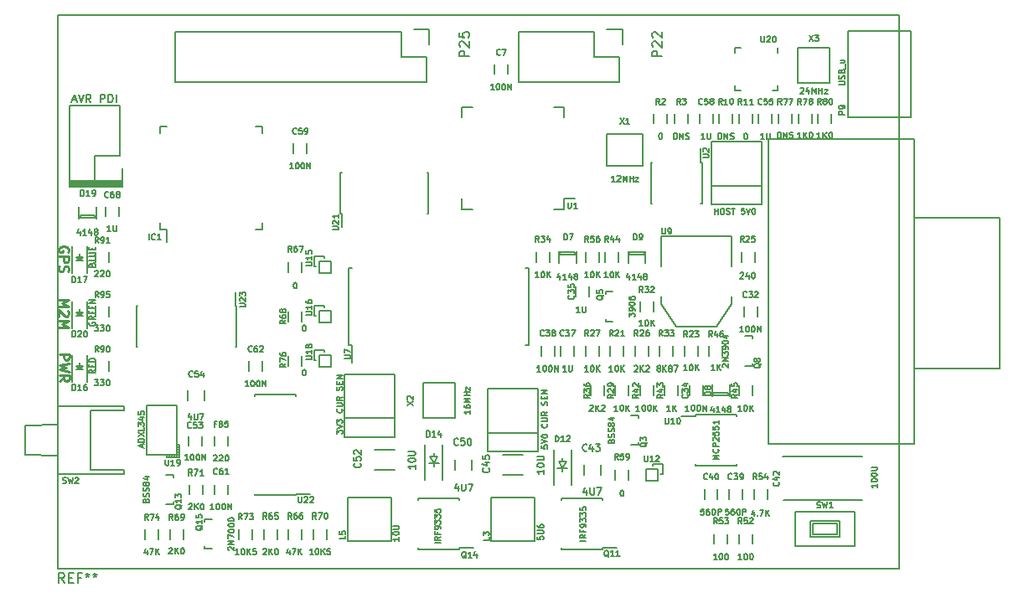
<source format=gto>
G04 #@! TF.FileFunction,Legend,Top*
%FSLAX46Y46*%
G04 Gerber Fmt 4.6, Leading zero omitted, Abs format (unit mm)*
G04 Created by KiCad (PCBNEW 4.0.0-rc1-stable) date 10/8/2015 2:57:11 PM*
%MOMM*%
G01*
G04 APERTURE LIST*
%ADD10C,0.100000*%
%ADD11C,0.200000*%
%ADD12C,0.250000*%
%ADD13C,0.150000*%
G04 APERTURE END LIST*
D10*
D11*
X105700000Y-89600000D02*
X111000000Y-89600000D01*
X111000000Y-89300000D02*
X111000000Y-89900000D01*
X105700000Y-89300000D02*
X111000000Y-89300000D01*
X105700000Y-89900000D02*
X105700000Y-89300000D01*
X111000000Y-89900000D02*
X105700000Y-89900000D01*
X111000000Y-89700000D02*
X111000000Y-89900000D01*
X105700000Y-89700000D02*
X111000000Y-89700000D01*
X105700000Y-89500000D02*
X105700000Y-89700000D01*
X111000000Y-89500000D02*
X105700000Y-89500000D01*
D12*
X105550000Y-96485715D02*
X105597619Y-96390477D01*
X105597619Y-96247620D01*
X105550000Y-96104762D01*
X105454762Y-96009524D01*
X105359524Y-95961905D01*
X105169048Y-95914286D01*
X105026190Y-95914286D01*
X104835714Y-95961905D01*
X104740476Y-96009524D01*
X104645238Y-96104762D01*
X104597619Y-96247620D01*
X104597619Y-96342858D01*
X104645238Y-96485715D01*
X104692857Y-96533334D01*
X105026190Y-96533334D01*
X105026190Y-96342858D01*
X104597619Y-96961905D02*
X105597619Y-96961905D01*
X105597619Y-97342858D01*
X105550000Y-97438096D01*
X105502381Y-97485715D01*
X105407143Y-97533334D01*
X105264286Y-97533334D01*
X105169048Y-97485715D01*
X105121429Y-97438096D01*
X105073810Y-97342858D01*
X105073810Y-96961905D01*
X104645238Y-97914286D02*
X104597619Y-98057143D01*
X104597619Y-98295239D01*
X104645238Y-98390477D01*
X104692857Y-98438096D01*
X104788095Y-98485715D01*
X104883333Y-98485715D01*
X104978571Y-98438096D01*
X105026190Y-98390477D01*
X105073810Y-98295239D01*
X105121429Y-98104762D01*
X105169048Y-98009524D01*
X105216667Y-97961905D01*
X105311905Y-97914286D01*
X105407143Y-97914286D01*
X105502381Y-97961905D01*
X105550000Y-98009524D01*
X105597619Y-98104762D01*
X105597619Y-98342858D01*
X105550000Y-98485715D01*
X104597619Y-101319048D02*
X105597619Y-101319048D01*
X104883333Y-101652382D01*
X105597619Y-101985715D01*
X104597619Y-101985715D01*
X105502381Y-102414286D02*
X105550000Y-102461905D01*
X105597619Y-102557143D01*
X105597619Y-102795239D01*
X105550000Y-102890477D01*
X105502381Y-102938096D01*
X105407143Y-102985715D01*
X105311905Y-102985715D01*
X105169048Y-102938096D01*
X104597619Y-102366667D01*
X104597619Y-102985715D01*
X104597619Y-103414286D02*
X105597619Y-103414286D01*
X104883333Y-103747620D01*
X105597619Y-104080953D01*
X104597619Y-104080953D01*
X104647619Y-106816667D02*
X105647619Y-106816667D01*
X105647619Y-107197620D01*
X105600000Y-107292858D01*
X105552381Y-107340477D01*
X105457143Y-107388096D01*
X105314286Y-107388096D01*
X105219048Y-107340477D01*
X105171429Y-107292858D01*
X105123810Y-107197620D01*
X105123810Y-106816667D01*
X105647619Y-107721429D02*
X104647619Y-107959524D01*
X105361905Y-108150001D01*
X104647619Y-108340477D01*
X105647619Y-108578572D01*
X104647619Y-109530953D02*
X105123810Y-109197619D01*
X104647619Y-108959524D02*
X105647619Y-108959524D01*
X105647619Y-109340477D01*
X105600000Y-109435715D01*
X105552381Y-109483334D01*
X105457143Y-109530953D01*
X105314286Y-109530953D01*
X105219048Y-109483334D01*
X105171429Y-109435715D01*
X105123810Y-109340477D01*
X105123810Y-108959524D01*
D13*
X177800000Y-121600000D02*
X185800000Y-121600000D01*
X185800000Y-117200000D02*
X177700000Y-117200000D01*
X110770000Y-86730000D02*
X110770000Y-81650000D01*
X111050000Y-89550000D02*
X109500000Y-89550000D01*
X108230000Y-89270000D02*
X108230000Y-86730000D01*
X108230000Y-86730000D02*
X110770000Y-86730000D01*
X110770000Y-81650000D02*
X105690000Y-81650000D01*
X105690000Y-81650000D02*
X105690000Y-86730000D01*
X111050000Y-89550000D02*
X111050000Y-88000000D01*
X105690000Y-89270000D02*
X108230000Y-89270000D01*
X105690000Y-86730000D02*
X105690000Y-89270000D01*
X155500000Y-117682500D02*
X155500000Y-117301500D01*
X155500000Y-118698500D02*
X155500000Y-118317500D01*
X155500000Y-118317500D02*
X155119000Y-117682500D01*
X155119000Y-117682500D02*
X155881000Y-117682500D01*
X155881000Y-117682500D02*
X155500000Y-118317500D01*
X154992000Y-118317500D02*
X156008000Y-118317500D01*
X156400000Y-120000000D02*
X156400000Y-116460000D01*
X154600000Y-120000000D02*
X154600000Y-116460000D01*
X142500000Y-117182500D02*
X142500000Y-116801500D01*
X142500000Y-118198500D02*
X142500000Y-117817500D01*
X142500000Y-117817500D02*
X142119000Y-117182500D01*
X142119000Y-117182500D02*
X142881000Y-117182500D01*
X142881000Y-117182500D02*
X142500000Y-117817500D01*
X141992000Y-117817500D02*
X143008000Y-117817500D01*
X143400000Y-119500000D02*
X143400000Y-115960000D01*
X141600000Y-119500000D02*
X141600000Y-115960000D01*
X114825000Y-94175000D02*
X115500000Y-94175000D01*
X114825000Y-83825000D02*
X115500000Y-83825000D01*
X125175000Y-83825000D02*
X124500000Y-83825000D01*
X125175000Y-94175000D02*
X124500000Y-94175000D01*
X114825000Y-94175000D02*
X114825000Y-93500000D01*
X125175000Y-94175000D02*
X125175000Y-93500000D01*
X125175000Y-83825000D02*
X125175000Y-84500000D01*
X114825000Y-83825000D02*
X114825000Y-84500000D01*
X115500000Y-94175000D02*
X115500000Y-95450000D01*
X191000000Y-115900000D02*
X176300000Y-115900000D01*
X176300000Y-115900000D02*
X176300000Y-85100000D01*
X176300000Y-85100000D02*
X191000000Y-85100000D01*
X191000000Y-85100000D02*
X191000000Y-115900000D01*
X190994000Y-93007000D02*
X199630000Y-93007000D01*
X199630000Y-93007000D02*
X199630000Y-108247000D01*
X199630000Y-108247000D02*
X190994000Y-108247000D01*
X148300000Y-121300000D02*
X152700000Y-121300000D01*
X152700000Y-121300000D02*
X152700000Y-125700000D01*
X152700000Y-125700000D02*
X148300000Y-125700000D01*
X148300000Y-125700000D02*
X148300000Y-121300000D01*
X133800000Y-121300000D02*
X138200000Y-121300000D01*
X138200000Y-121300000D02*
X138200000Y-125700000D01*
X138200000Y-125700000D02*
X133800000Y-125700000D01*
X133800000Y-125700000D02*
X133800000Y-121300000D01*
X190717460Y-82850900D02*
X190717460Y-74150900D01*
X184312460Y-82850900D02*
X184312460Y-74150900D01*
X184312460Y-74150900D02*
X190717460Y-74150900D01*
X189487460Y-74150900D02*
X189487460Y-82850900D01*
X190717460Y-82850900D02*
X184312460Y-82850900D01*
X147960000Y-114770000D02*
X153040000Y-114770000D01*
X147960000Y-110325000D02*
X153040000Y-110325000D01*
X153040000Y-116675000D02*
X147960000Y-116675000D01*
X153040000Y-116675000D02*
X153040000Y-110325000D01*
X147960000Y-116675000D02*
X147960000Y-110325000D01*
X133460000Y-113270000D02*
X138540000Y-113270000D01*
X133460000Y-108825000D02*
X138540000Y-108825000D01*
X138540000Y-115175000D02*
X133460000Y-115175000D01*
X138540000Y-115175000D02*
X138540000Y-108825000D01*
X133460000Y-115175000D02*
X133460000Y-108825000D01*
X158730000Y-74230000D02*
X151110000Y-74230000D01*
X151110000Y-74230000D02*
X151110000Y-79310000D01*
X151110000Y-79310000D02*
X161270000Y-79310000D01*
X161270000Y-79310000D02*
X161270000Y-76770000D01*
X161550000Y-75500000D02*
X161550000Y-73950000D01*
X161270000Y-76770000D02*
X158730000Y-76770000D01*
X158730000Y-76770000D02*
X158730000Y-74230000D01*
X161550000Y-73950000D02*
X160000000Y-73950000D01*
X155675000Y-92175000D02*
X155675000Y-91100000D01*
X145325000Y-92175000D02*
X145325000Y-91100000D01*
X145325000Y-81825000D02*
X145325000Y-82900000D01*
X155675000Y-81825000D02*
X155675000Y-82900000D01*
X155675000Y-92175000D02*
X154600000Y-92175000D01*
X155675000Y-81825000D02*
X154600000Y-81825000D01*
X145325000Y-81825000D02*
X146400000Y-81825000D01*
X145325000Y-92175000D02*
X146400000Y-92175000D01*
X155675000Y-91100000D02*
X156700000Y-91100000D01*
X169575000Y-87425000D02*
X169430000Y-87425000D01*
X169575000Y-91575000D02*
X169430000Y-91575000D01*
X164425000Y-91575000D02*
X164570000Y-91575000D01*
X164425000Y-87425000D02*
X164570000Y-87425000D01*
X169575000Y-87425000D02*
X169575000Y-91575000D01*
X164425000Y-87425000D02*
X164425000Y-91575000D01*
X169430000Y-87425000D02*
X169430000Y-86025000D01*
X133875000Y-105875000D02*
X134220000Y-105875000D01*
X133875000Y-98125000D02*
X134220000Y-98125000D01*
X152125000Y-98125000D02*
X151780000Y-98125000D01*
X152125000Y-105875000D02*
X151780000Y-105875000D01*
X133875000Y-105875000D02*
X133875000Y-98125000D01*
X152125000Y-105875000D02*
X152125000Y-98125000D01*
X134220000Y-105875000D02*
X134220000Y-107700000D01*
X168925000Y-112925000D02*
X168925000Y-113070000D01*
X173075000Y-112925000D02*
X173075000Y-113070000D01*
X173075000Y-118075000D02*
X173075000Y-117930000D01*
X168925000Y-118075000D02*
X168925000Y-117930000D01*
X168925000Y-112925000D02*
X173075000Y-112925000D01*
X168925000Y-118075000D02*
X173075000Y-118075000D01*
X168925000Y-113070000D02*
X167525000Y-113070000D01*
X116750000Y-116250000D02*
X116500000Y-116250000D01*
X116500000Y-116250000D02*
X116500000Y-116500000D01*
X116500000Y-116500000D02*
X116750000Y-116500000D01*
X116750000Y-116500000D02*
X116750000Y-116750000D01*
X116750000Y-116750000D02*
X116500000Y-116750000D01*
X116500000Y-116750000D02*
X116500000Y-117000000D01*
X116500000Y-117000000D02*
X116750000Y-117000000D01*
X116750000Y-117000000D02*
X116750000Y-117250000D01*
X116750000Y-117250000D02*
X116500000Y-117250000D01*
X116500000Y-117250000D02*
X116500000Y-117000000D01*
X116500000Y-117000000D02*
X116250000Y-117000000D01*
X116250000Y-117000000D02*
X116250000Y-117250000D01*
X116250000Y-117250000D02*
X116000000Y-117250000D01*
X116000000Y-117250000D02*
X116000000Y-117000000D01*
X116000000Y-117000000D02*
X115750000Y-117000000D01*
X115750000Y-117000000D02*
X115750000Y-117250000D01*
X116750000Y-116000000D02*
X116500000Y-116000000D01*
X116750000Y-116000000D02*
X116750000Y-117250000D01*
X116750000Y-117250000D02*
X115500000Y-117250000D01*
X115500000Y-117250000D02*
X115500000Y-117000000D01*
X116500000Y-112000000D02*
X116500000Y-117000000D01*
X116500000Y-117000000D02*
X113500000Y-117000000D01*
X113500000Y-117000000D02*
X113500000Y-112000000D01*
X113500000Y-112000000D02*
X116500000Y-112000000D01*
X177250000Y-80150000D02*
X176725000Y-80150000D01*
X172950000Y-75850000D02*
X173475000Y-75850000D01*
X172950000Y-80150000D02*
X173475000Y-80150000D01*
X177250000Y-75850000D02*
X177250000Y-76375000D01*
X172950000Y-75850000D02*
X172950000Y-76375000D01*
X172950000Y-80150000D02*
X172950000Y-79625000D01*
X177250000Y-80150000D02*
X177250000Y-79625000D01*
X133050000Y-92575000D02*
X133165000Y-92575000D01*
X133050000Y-88425000D02*
X133165000Y-88425000D01*
X141950000Y-88425000D02*
X141835000Y-88425000D01*
X141950000Y-92575000D02*
X141835000Y-92575000D01*
X133050000Y-92575000D02*
X133050000Y-88425000D01*
X141950000Y-92575000D02*
X141950000Y-88425000D01*
X133165000Y-92575000D02*
X133165000Y-93950000D01*
X128575000Y-121075000D02*
X128575000Y-120970000D01*
X124425000Y-121075000D02*
X124425000Y-120970000D01*
X124425000Y-110925000D02*
X124425000Y-111030000D01*
X128575000Y-110925000D02*
X128575000Y-111030000D01*
X128575000Y-121075000D02*
X124425000Y-121075000D01*
X128575000Y-110925000D02*
X124425000Y-110925000D01*
X128575000Y-120970000D02*
X129950000Y-120970000D01*
X122575000Y-101925000D02*
X122470000Y-101925000D01*
X122575000Y-106075000D02*
X122470000Y-106075000D01*
X112425000Y-106075000D02*
X112530000Y-106075000D01*
X112425000Y-101925000D02*
X112530000Y-101925000D01*
X122575000Y-101925000D02*
X122575000Y-106075000D01*
X112425000Y-101925000D02*
X112425000Y-106075000D01*
X122470000Y-101925000D02*
X122470000Y-100550000D01*
X172556000Y-97976000D02*
X172556000Y-94928000D01*
X172556000Y-94928000D02*
X165444000Y-94928000D01*
X165444000Y-94928000D02*
X165444000Y-97976000D01*
X172556000Y-101024000D02*
X172556000Y-101786000D01*
X172556000Y-101786000D02*
X171032000Y-104072000D01*
X171032000Y-104072000D02*
X166968000Y-104072000D01*
X166968000Y-104072000D02*
X165444000Y-101786000D01*
X165444000Y-101786000D02*
X165444000Y-101024000D01*
X159575000Y-126575000D02*
X159575000Y-126430000D01*
X155425000Y-126575000D02*
X155425000Y-126430000D01*
X155425000Y-121425000D02*
X155425000Y-121570000D01*
X159575000Y-121425000D02*
X159575000Y-121570000D01*
X159575000Y-126575000D02*
X155425000Y-126575000D01*
X159575000Y-121425000D02*
X155425000Y-121425000D01*
X159575000Y-126430000D02*
X160975000Y-126430000D01*
X145075000Y-126575000D02*
X145075000Y-126430000D01*
X140925000Y-126575000D02*
X140925000Y-126430000D01*
X140925000Y-121425000D02*
X140925000Y-121570000D01*
X145075000Y-121425000D02*
X145075000Y-121570000D01*
X145075000Y-126575000D02*
X140925000Y-126575000D01*
X145075000Y-121425000D02*
X140925000Y-121425000D01*
X145075000Y-126430000D02*
X146475000Y-126430000D01*
X108325000Y-103000000D02*
X108325000Y-102000000D01*
X109675000Y-102000000D02*
X109675000Y-103000000D01*
X157650000Y-118000000D02*
X157650000Y-119000000D01*
X159350000Y-119000000D02*
X159350000Y-118000000D01*
X151500000Y-116975000D02*
X149500000Y-116975000D01*
X149500000Y-119025000D02*
X151500000Y-119025000D01*
X144650000Y-117500000D02*
X144650000Y-118500000D01*
X146350000Y-118500000D02*
X146350000Y-117500000D01*
X138500000Y-116475000D02*
X136500000Y-116475000D01*
X136500000Y-118525000D02*
X138500000Y-118525000D01*
X117650000Y-110500000D02*
X117650000Y-111500000D01*
X119350000Y-111500000D02*
X119350000Y-110500000D01*
X121675000Y-115100000D02*
X121675000Y-116100000D01*
X120325000Y-116100000D02*
X120325000Y-115100000D01*
X164725000Y-83500000D02*
X164725000Y-82500000D01*
X166075000Y-82500000D02*
X166075000Y-83500000D01*
X168175000Y-82500000D02*
X168175000Y-83500000D01*
X166825000Y-83500000D02*
X166825000Y-82500000D01*
X172675000Y-82500000D02*
X172675000Y-83500000D01*
X171325000Y-83500000D02*
X171325000Y-82500000D01*
X174675000Y-82500000D02*
X174675000Y-83500000D01*
X173325000Y-83500000D02*
X173325000Y-82500000D01*
X161675000Y-106000000D02*
X161675000Y-107000000D01*
X160325000Y-107000000D02*
X160325000Y-106000000D01*
X167825000Y-107000000D02*
X167825000Y-106000000D01*
X169175000Y-106000000D02*
X169175000Y-107000000D01*
X174925000Y-96500000D02*
X174925000Y-97500000D01*
X173575000Y-97500000D02*
X173575000Y-96500000D01*
X164175000Y-106000000D02*
X164175000Y-107000000D01*
X162825000Y-107000000D02*
X162825000Y-106000000D01*
X159175000Y-106000000D02*
X159175000Y-107000000D01*
X157825000Y-107000000D02*
X157825000Y-106000000D01*
X160825000Y-111000000D02*
X160825000Y-110000000D01*
X162175000Y-110000000D02*
X162175000Y-111000000D01*
X163325000Y-102500000D02*
X163325000Y-101500000D01*
X164675000Y-101500000D02*
X164675000Y-102500000D01*
X166675000Y-106000000D02*
X166675000Y-107000000D01*
X165325000Y-107000000D02*
X165325000Y-106000000D01*
X154175000Y-96500000D02*
X154175000Y-97500000D01*
X152825000Y-97500000D02*
X152825000Y-96500000D01*
X159675000Y-110000000D02*
X159675000Y-111000000D01*
X158325000Y-111000000D02*
X158325000Y-110000000D01*
X163325000Y-111000000D02*
X163325000Y-110000000D01*
X164675000Y-110000000D02*
X164675000Y-111000000D01*
X165825000Y-111000000D02*
X165825000Y-110000000D01*
X167175000Y-110000000D02*
X167175000Y-111000000D01*
X161175000Y-96500000D02*
X161175000Y-97500000D01*
X159825000Y-97500000D02*
X159825000Y-96500000D01*
X174675000Y-110000000D02*
X174675000Y-111000000D01*
X173325000Y-111000000D02*
X173325000Y-110000000D01*
X170325000Y-107000000D02*
X170325000Y-106000000D01*
X171675000Y-106000000D02*
X171675000Y-107000000D01*
X174675000Y-125000000D02*
X174675000Y-126000000D01*
X173325000Y-126000000D02*
X173325000Y-125000000D01*
X172175000Y-125000000D02*
X172175000Y-126000000D01*
X170825000Y-126000000D02*
X170825000Y-125000000D01*
X174825000Y-121500000D02*
X174825000Y-120500000D01*
X176175000Y-120500000D02*
X176175000Y-121500000D01*
X159175000Y-96500000D02*
X159175000Y-97500000D01*
X157825000Y-97500000D02*
X157825000Y-96500000D01*
X162175000Y-118500000D02*
X162175000Y-119500000D01*
X160825000Y-119500000D02*
X160825000Y-118500000D01*
X126675000Y-124500000D02*
X126675000Y-125500000D01*
X125325000Y-125500000D02*
X125325000Y-124500000D01*
X127825000Y-125500000D02*
X127825000Y-124500000D01*
X129175000Y-124500000D02*
X129175000Y-125500000D01*
X129175000Y-97500000D02*
X129175000Y-98500000D01*
X127825000Y-98500000D02*
X127825000Y-97500000D01*
X129175000Y-102500000D02*
X129175000Y-103500000D01*
X127825000Y-103500000D02*
X127825000Y-102500000D01*
X117175000Y-124500000D02*
X117175000Y-125500000D01*
X115825000Y-125500000D02*
X115825000Y-124500000D01*
X131675000Y-124500000D02*
X131675000Y-125500000D01*
X130325000Y-125500000D02*
X130325000Y-124500000D01*
X119175000Y-120000000D02*
X119175000Y-121000000D01*
X117825000Y-121000000D02*
X117825000Y-120000000D01*
X124175000Y-124500000D02*
X124175000Y-125500000D01*
X122825000Y-125500000D02*
X122825000Y-124500000D01*
X114675000Y-124500000D02*
X114675000Y-125500000D01*
X113325000Y-125500000D02*
X113325000Y-124500000D01*
X129175000Y-107000000D02*
X129175000Y-108000000D01*
X127825000Y-108000000D02*
X127825000Y-107000000D01*
X177325000Y-83500000D02*
X177325000Y-82500000D01*
X178675000Y-82500000D02*
X178675000Y-83500000D01*
X179325000Y-83500000D02*
X179325000Y-82500000D01*
X180675000Y-82500000D02*
X180675000Y-83500000D01*
X182675000Y-82500000D02*
X182675000Y-83500000D01*
X181325000Y-83500000D02*
X181325000Y-82500000D01*
X108325000Y-108500000D02*
X108325000Y-107500000D01*
X109675000Y-107500000D02*
X109675000Y-108500000D01*
X108325000Y-97500000D02*
X108325000Y-96500000D01*
X109675000Y-96500000D02*
X109675000Y-97500000D01*
X116370000Y-79310000D02*
X141770000Y-79310000D01*
X139230000Y-74230000D02*
X116370000Y-74230000D01*
X116370000Y-79310000D02*
X116370000Y-74230000D01*
X141770000Y-79310000D02*
X141770000Y-76770000D01*
X142050000Y-75500000D02*
X142050000Y-73950000D01*
X141770000Y-76770000D02*
X139230000Y-76770000D01*
X139230000Y-76770000D02*
X139230000Y-74230000D01*
X142050000Y-73950000D02*
X140500000Y-73950000D01*
X170560000Y-89770000D02*
X175640000Y-89770000D01*
X170560000Y-85325000D02*
X175640000Y-85325000D01*
X175640000Y-91675000D02*
X170560000Y-91675000D01*
X175640000Y-91675000D02*
X175640000Y-85325000D01*
X170560000Y-91675000D02*
X170560000Y-85325000D01*
X130600000Y-107400000D02*
X130400000Y-107400000D01*
X130400000Y-107400000D02*
X130400000Y-106400000D01*
X130400000Y-106400000D02*
X131400000Y-106400000D01*
X131400000Y-106400000D02*
X131400000Y-106600000D01*
X132100000Y-108100000D02*
X130900000Y-108100000D01*
X130900000Y-108100000D02*
X130900000Y-106900000D01*
X130900000Y-106900000D02*
X132100000Y-106900000D01*
X132100000Y-106900000D02*
X132100000Y-108100000D01*
X130600000Y-102900000D02*
X130400000Y-102900000D01*
X130400000Y-102900000D02*
X130400000Y-101900000D01*
X130400000Y-101900000D02*
X131400000Y-101900000D01*
X131400000Y-101900000D02*
X131400000Y-102100000D01*
X132100000Y-103600000D02*
X130900000Y-103600000D01*
X130900000Y-103600000D02*
X130900000Y-102400000D01*
X130900000Y-102400000D02*
X132100000Y-102400000D01*
X132100000Y-102400000D02*
X132100000Y-103600000D01*
X130600000Y-97900000D02*
X130400000Y-97900000D01*
X130400000Y-97900000D02*
X130400000Y-96900000D01*
X130400000Y-96900000D02*
X131400000Y-96900000D01*
X131400000Y-96900000D02*
X131400000Y-97100000D01*
X132100000Y-98600000D02*
X130900000Y-98600000D01*
X130900000Y-98600000D02*
X130900000Y-97400000D01*
X130900000Y-97400000D02*
X132100000Y-97400000D01*
X132100000Y-97400000D02*
X132100000Y-98600000D01*
X164600000Y-118100000D02*
X164600000Y-117900000D01*
X164600000Y-117900000D02*
X165600000Y-117900000D01*
X165600000Y-117900000D02*
X165600000Y-118900000D01*
X165600000Y-118900000D02*
X165400000Y-118900000D01*
X163900000Y-119600000D02*
X163900000Y-118400000D01*
X163900000Y-118400000D02*
X165100000Y-118400000D01*
X165100000Y-118400000D02*
X165100000Y-119600000D01*
X165100000Y-119600000D02*
X163900000Y-119600000D01*
X163750000Y-96500000D02*
X162250000Y-96500000D01*
X162250000Y-96500000D02*
X162250000Y-96750000D01*
X162250000Y-96750000D02*
X163750000Y-96750000D01*
X163750000Y-96750000D02*
X163750000Y-96500000D01*
X162125000Y-97600000D02*
X162125000Y-96400000D01*
X163875000Y-96400000D02*
X163875000Y-97600000D01*
X170750000Y-111000000D02*
X172250000Y-111000000D01*
X172250000Y-111000000D02*
X172250000Y-110750000D01*
X172250000Y-110750000D02*
X170750000Y-110750000D01*
X170750000Y-110750000D02*
X170750000Y-111000000D01*
X172375000Y-109900000D02*
X172375000Y-111100000D01*
X170625000Y-111100000D02*
X170625000Y-109900000D01*
X156750000Y-96500000D02*
X155250000Y-96500000D01*
X155250000Y-96500000D02*
X155250000Y-96750000D01*
X155250000Y-96750000D02*
X156750000Y-96750000D01*
X156750000Y-96750000D02*
X156750000Y-96500000D01*
X155125000Y-97600000D02*
X155125000Y-96400000D01*
X156875000Y-96400000D02*
X156875000Y-97600000D01*
X106750000Y-93000000D02*
X108250000Y-93000000D01*
X108250000Y-93000000D02*
X108250000Y-92750000D01*
X108250000Y-92750000D02*
X106750000Y-92750000D01*
X106750000Y-92750000D02*
X106750000Y-93000000D01*
X108375000Y-91900000D02*
X108375000Y-93100000D01*
X106625000Y-93100000D02*
X106625000Y-91900000D01*
X144600000Y-109700000D02*
X141400000Y-109700000D01*
X141400000Y-109700000D02*
X141400000Y-113300000D01*
X141400000Y-113300000D02*
X144600000Y-113300000D01*
X144600000Y-113300000D02*
X144600000Y-109700000D01*
X179300000Y-79400000D02*
X182500000Y-79400000D01*
X182500000Y-79400000D02*
X182500000Y-75800000D01*
X182500000Y-75800000D02*
X179300000Y-75800000D01*
X179300000Y-75800000D02*
X179300000Y-79400000D01*
X163600000Y-87800000D02*
X163600000Y-84600000D01*
X163600000Y-84600000D02*
X160000000Y-84600000D01*
X160000000Y-84600000D02*
X160000000Y-87800000D01*
X160000000Y-87800000D02*
X163600000Y-87800000D01*
X104500000Y-128500000D02*
X189500000Y-128500000D01*
X189500000Y-128500000D02*
X189500000Y-72500000D01*
X189500000Y-72500000D02*
X104500000Y-72500000D01*
X104500000Y-72500000D02*
X104500000Y-128500000D01*
X104500000Y-113900000D02*
X104500000Y-117100000D01*
X101200000Y-115500000D02*
X101200000Y-114000000D01*
X101200000Y-114000000D02*
X104500000Y-113900000D01*
X104500000Y-113900000D02*
X104500000Y-112100000D01*
X104500000Y-112100000D02*
X111200000Y-112100000D01*
X111200000Y-112100000D02*
X111200000Y-112500000D01*
X111200000Y-112500000D02*
X107800000Y-112500000D01*
X107800000Y-112500000D02*
X107800000Y-118500000D01*
X107800000Y-118500000D02*
X111200000Y-118500000D01*
X111200000Y-118500000D02*
X111200000Y-118900000D01*
X101200000Y-115500000D02*
X101200000Y-117000000D01*
X101200000Y-117000000D02*
X104500000Y-117100000D01*
X104500000Y-117100000D02*
X104500000Y-118900000D01*
X104500000Y-118900000D02*
X107000000Y-118900000D01*
X111200000Y-118900000D02*
X107000000Y-118900000D01*
X180760110Y-123949780D02*
X183260110Y-123949780D01*
X183260110Y-123949780D02*
X183260110Y-125049780D01*
X183260110Y-125049780D02*
X180760110Y-125049780D01*
X180760110Y-125049780D02*
X180760110Y-123949780D01*
X180510110Y-125299780D02*
X183510110Y-125299780D01*
X180510110Y-123699780D02*
X183510110Y-123699780D01*
X183510110Y-123699780D02*
X183510110Y-125299780D01*
X180510110Y-123699780D02*
X180510110Y-125299780D01*
X179010110Y-126249780D02*
X185010110Y-126249780D01*
X179010110Y-122749780D02*
X185010110Y-122749780D01*
X179010110Y-122749780D02*
X179010110Y-126249780D01*
X185010110Y-122749780D02*
X185010110Y-126249780D01*
X123825000Y-108500000D02*
X123825000Y-107500000D01*
X125175000Y-107500000D02*
X125175000Y-108500000D01*
X121675000Y-120000000D02*
X121675000Y-121000000D01*
X120325000Y-121000000D02*
X120325000Y-120000000D01*
X128325000Y-86500000D02*
X128325000Y-85500000D01*
X129675000Y-85500000D02*
X129675000Y-86500000D01*
X169325000Y-83500000D02*
X169325000Y-82500000D01*
X170675000Y-82500000D02*
X170675000Y-83500000D01*
X175325000Y-83500000D02*
X175325000Y-82500000D01*
X176675000Y-82500000D02*
X176675000Y-83500000D01*
X119075000Y-115100000D02*
X119075000Y-116100000D01*
X117725000Y-116100000D02*
X117725000Y-115100000D01*
X171175000Y-120500000D02*
X171175000Y-121500000D01*
X169825000Y-121500000D02*
X169825000Y-120500000D01*
X173675000Y-120500000D02*
X173675000Y-121500000D01*
X172325000Y-121500000D02*
X172325000Y-120500000D01*
X154675000Y-106000000D02*
X154675000Y-107000000D01*
X153325000Y-107000000D02*
X153325000Y-106000000D01*
X156675000Y-106000000D02*
X156675000Y-107000000D01*
X155325000Y-107000000D02*
X155325000Y-106000000D01*
X158175000Y-100000000D02*
X158175000Y-101000000D01*
X156825000Y-101000000D02*
X156825000Y-100000000D01*
X168325000Y-111000000D02*
X168325000Y-110000000D01*
X169675000Y-110000000D02*
X169675000Y-111000000D01*
X173825000Y-103000000D02*
X173825000Y-102000000D01*
X175175000Y-102000000D02*
X175175000Y-103000000D01*
X148625000Y-78500000D02*
X148625000Y-77500000D01*
X149975000Y-77500000D02*
X149975000Y-78500000D01*
X110675000Y-91900000D02*
X110675000Y-92900000D01*
X109325000Y-92900000D02*
X109325000Y-91900000D01*
X107450000Y-109600000D02*
X107450000Y-106900000D01*
X105950000Y-109600000D02*
X105950000Y-106900000D01*
X106850000Y-108100000D02*
X106600000Y-108100000D01*
X106600000Y-108100000D02*
X106750000Y-108250000D01*
X106350000Y-108350000D02*
X107050000Y-108350000D01*
X106700000Y-108000000D02*
X106700000Y-107650000D01*
X106700000Y-108350000D02*
X106350000Y-108000000D01*
X106350000Y-108000000D02*
X107050000Y-108000000D01*
X107050000Y-108000000D02*
X106700000Y-108350000D01*
X107450000Y-98600000D02*
X107450000Y-95900000D01*
X105950000Y-98600000D02*
X105950000Y-95900000D01*
X106850000Y-97100000D02*
X106600000Y-97100000D01*
X106600000Y-97100000D02*
X106750000Y-97250000D01*
X106350000Y-97350000D02*
X107050000Y-97350000D01*
X106700000Y-97000000D02*
X106700000Y-96650000D01*
X106700000Y-97350000D02*
X106350000Y-97000000D01*
X106350000Y-97000000D02*
X107050000Y-97000000D01*
X107050000Y-97000000D02*
X106700000Y-97350000D01*
X107450000Y-104200000D02*
X107450000Y-101500000D01*
X105950000Y-104200000D02*
X105950000Y-101500000D01*
X106850000Y-102700000D02*
X106600000Y-102700000D01*
X106600000Y-102700000D02*
X106750000Y-102850000D01*
X106350000Y-102950000D02*
X107050000Y-102950000D01*
X106700000Y-102600000D02*
X106700000Y-102250000D01*
X106700000Y-102950000D02*
X106350000Y-102600000D01*
X106350000Y-102600000D02*
X107050000Y-102600000D01*
X107050000Y-102600000D02*
X106700000Y-102950000D01*
X163150240Y-115799160D02*
X163150240Y-115750900D01*
X162449200Y-113000180D02*
X163150240Y-113000180D01*
X163150240Y-113000180D02*
X163150240Y-113249100D01*
X163150240Y-115799160D02*
X163150240Y-115999820D01*
X163150240Y-115999820D02*
X162449200Y-115999820D01*
X159849760Y-100700840D02*
X159849760Y-100749100D01*
X160550800Y-103499820D02*
X159849760Y-103499820D01*
X159849760Y-103499820D02*
X159849760Y-103250900D01*
X159849760Y-100700840D02*
X159849760Y-100500180D01*
X159849760Y-100500180D02*
X160550800Y-100500180D01*
X174650240Y-107799160D02*
X174650240Y-107750900D01*
X173949200Y-105000180D02*
X174650240Y-105000180D01*
X174650240Y-105000180D02*
X174650240Y-105249100D01*
X174650240Y-107799160D02*
X174650240Y-107999820D01*
X174650240Y-107999820D02*
X173949200Y-107999820D01*
X116150240Y-121799160D02*
X116150240Y-121750900D01*
X115449200Y-119000180D02*
X116150240Y-119000180D01*
X116150240Y-119000180D02*
X116150240Y-119249100D01*
X116150240Y-121799160D02*
X116150240Y-121999820D01*
X116150240Y-121999820D02*
X115449200Y-121999820D01*
X119349760Y-123700840D02*
X119349760Y-123749100D01*
X120050800Y-126499820D02*
X119349760Y-126499820D01*
X119349760Y-126499820D02*
X119349760Y-126250900D01*
X119349760Y-123700840D02*
X119349760Y-123500180D01*
X119349760Y-123500180D02*
X120050800Y-123500180D01*
X177314286Y-119785715D02*
X177342857Y-119814286D01*
X177371429Y-119900000D01*
X177371429Y-119957143D01*
X177342857Y-120042858D01*
X177285714Y-120100000D01*
X177228571Y-120128572D01*
X177114286Y-120157143D01*
X177028571Y-120157143D01*
X176914286Y-120128572D01*
X176857143Y-120100000D01*
X176800000Y-120042858D01*
X176771429Y-119957143D01*
X176771429Y-119900000D01*
X176800000Y-119814286D01*
X176828571Y-119785715D01*
X176971429Y-119271429D02*
X177371429Y-119271429D01*
X176742857Y-119414286D02*
X177171429Y-119557143D01*
X177171429Y-119185715D01*
X176828571Y-118985714D02*
X176800000Y-118957143D01*
X176771429Y-118900000D01*
X176771429Y-118757143D01*
X176800000Y-118700000D01*
X176828571Y-118671429D01*
X176885714Y-118642857D01*
X176942857Y-118642857D01*
X177028571Y-118671429D01*
X177371429Y-119014286D01*
X177371429Y-118642857D01*
X187271429Y-119964286D02*
X187271429Y-120307143D01*
X187271429Y-120135715D02*
X186671429Y-120135715D01*
X186757143Y-120192858D01*
X186814286Y-120250000D01*
X186842857Y-120307143D01*
X186671429Y-119592857D02*
X186671429Y-119535714D01*
X186700000Y-119478571D01*
X186728571Y-119450000D01*
X186785714Y-119421429D01*
X186900000Y-119392857D01*
X187042857Y-119392857D01*
X187157143Y-119421429D01*
X187214286Y-119450000D01*
X187242857Y-119478571D01*
X187271429Y-119535714D01*
X187271429Y-119592857D01*
X187242857Y-119650000D01*
X187214286Y-119678571D01*
X187157143Y-119707143D01*
X187042857Y-119735714D01*
X186900000Y-119735714D01*
X186785714Y-119707143D01*
X186728571Y-119678571D01*
X186700000Y-119650000D01*
X186671429Y-119592857D01*
X186671429Y-119021428D02*
X186671429Y-118964285D01*
X186700000Y-118907142D01*
X186728571Y-118878571D01*
X186785714Y-118850000D01*
X186900000Y-118821428D01*
X187042857Y-118821428D01*
X187157143Y-118850000D01*
X187214286Y-118878571D01*
X187242857Y-118907142D01*
X187271429Y-118964285D01*
X187271429Y-119021428D01*
X187242857Y-119078571D01*
X187214286Y-119107142D01*
X187157143Y-119135714D01*
X187042857Y-119164285D01*
X186900000Y-119164285D01*
X186785714Y-119135714D01*
X186728571Y-119107142D01*
X186700000Y-119078571D01*
X186671429Y-119021428D01*
X186671429Y-118564285D02*
X187157143Y-118564285D01*
X187214286Y-118535713D01*
X187242857Y-118507142D01*
X187271429Y-118449999D01*
X187271429Y-118335713D01*
X187242857Y-118278571D01*
X187214286Y-118249999D01*
X187157143Y-118221428D01*
X186671429Y-118221428D01*
X105971429Y-81133333D02*
X106352381Y-81133333D01*
X105895238Y-81361905D02*
X106161905Y-80561905D01*
X106428572Y-81361905D01*
X106580952Y-80561905D02*
X106847619Y-81361905D01*
X107114286Y-80561905D01*
X107838095Y-81361905D02*
X107571428Y-80980952D01*
X107380952Y-81361905D02*
X107380952Y-80561905D01*
X107685714Y-80561905D01*
X107761905Y-80600000D01*
X107800000Y-80638095D01*
X107838095Y-80714286D01*
X107838095Y-80828571D01*
X107800000Y-80904762D01*
X107761905Y-80942857D01*
X107685714Y-80980952D01*
X107380952Y-80980952D01*
X108790476Y-81361905D02*
X108790476Y-80561905D01*
X109095238Y-80561905D01*
X109171429Y-80600000D01*
X109209524Y-80638095D01*
X109247619Y-80714286D01*
X109247619Y-80828571D01*
X109209524Y-80904762D01*
X109171429Y-80942857D01*
X109095238Y-80980952D01*
X108790476Y-80980952D01*
X109590476Y-81361905D02*
X109590476Y-80561905D01*
X109780952Y-80561905D01*
X109895238Y-80600000D01*
X109971429Y-80676190D01*
X110009524Y-80752381D01*
X110047619Y-80904762D01*
X110047619Y-81019048D01*
X110009524Y-81171429D01*
X109971429Y-81247619D01*
X109895238Y-81323810D01*
X109780952Y-81361905D01*
X109590476Y-81361905D01*
X110390476Y-81361905D02*
X110390476Y-80561905D01*
X154771428Y-115671429D02*
X154771428Y-115071429D01*
X154914285Y-115071429D01*
X155000000Y-115100000D01*
X155057142Y-115157143D01*
X155085714Y-115214286D01*
X155114285Y-115328571D01*
X155114285Y-115414286D01*
X155085714Y-115528571D01*
X155057142Y-115585714D01*
X155000000Y-115642857D01*
X154914285Y-115671429D01*
X154771428Y-115671429D01*
X155685714Y-115671429D02*
X155342857Y-115671429D01*
X155514285Y-115671429D02*
X155514285Y-115071429D01*
X155457142Y-115157143D01*
X155400000Y-115214286D01*
X155342857Y-115242857D01*
X155914286Y-115128571D02*
X155942857Y-115100000D01*
X156000000Y-115071429D01*
X156142857Y-115071429D01*
X156200000Y-115100000D01*
X156228571Y-115128571D01*
X156257143Y-115185714D01*
X156257143Y-115242857D01*
X156228571Y-115328571D01*
X155885714Y-115671429D01*
X156257143Y-115671429D01*
X141771428Y-115171429D02*
X141771428Y-114571429D01*
X141914285Y-114571429D01*
X142000000Y-114600000D01*
X142057142Y-114657143D01*
X142085714Y-114714286D01*
X142114285Y-114828571D01*
X142114285Y-114914286D01*
X142085714Y-115028571D01*
X142057142Y-115085714D01*
X142000000Y-115142857D01*
X141914285Y-115171429D01*
X141771428Y-115171429D01*
X142685714Y-115171429D02*
X142342857Y-115171429D01*
X142514285Y-115171429D02*
X142514285Y-114571429D01*
X142457142Y-114657143D01*
X142400000Y-114714286D01*
X142342857Y-114742857D01*
X143200000Y-114771429D02*
X143200000Y-115171429D01*
X143057143Y-114542857D02*
X142914286Y-114971429D01*
X143285714Y-114971429D01*
X113714286Y-95271429D02*
X113714286Y-94671429D01*
X114342857Y-95214286D02*
X114314286Y-95242857D01*
X114228572Y-95271429D01*
X114171429Y-95271429D01*
X114085714Y-95242857D01*
X114028572Y-95185714D01*
X114000000Y-95128571D01*
X113971429Y-95014286D01*
X113971429Y-94928571D01*
X114000000Y-94814286D01*
X114028572Y-94757143D01*
X114085714Y-94700000D01*
X114171429Y-94671429D01*
X114228572Y-94671429D01*
X114314286Y-94700000D01*
X114342857Y-94728571D01*
X114914286Y-95271429D02*
X114571429Y-95271429D01*
X114742857Y-95271429D02*
X114742857Y-94671429D01*
X114685714Y-94757143D01*
X114628572Y-94814286D01*
X114571429Y-94842857D01*
X148071429Y-125300000D02*
X148071429Y-125585714D01*
X147471429Y-125585714D01*
X147471429Y-125157143D02*
X147471429Y-124785714D01*
X147700000Y-124985714D01*
X147700000Y-124900000D01*
X147728571Y-124842857D01*
X147757143Y-124814286D01*
X147814286Y-124785714D01*
X147957143Y-124785714D01*
X148014286Y-124814286D01*
X148042857Y-124842857D01*
X148071429Y-124900000D01*
X148071429Y-125071428D01*
X148042857Y-125128571D01*
X148014286Y-125157143D01*
X152971429Y-125257143D02*
X152971429Y-125542857D01*
X153257143Y-125571428D01*
X153228571Y-125542857D01*
X153200000Y-125485714D01*
X153200000Y-125342857D01*
X153228571Y-125285714D01*
X153257143Y-125257143D01*
X153314286Y-125228571D01*
X153457143Y-125228571D01*
X153514286Y-125257143D01*
X153542857Y-125285714D01*
X153571429Y-125342857D01*
X153571429Y-125485714D01*
X153542857Y-125542857D01*
X153514286Y-125571428D01*
X152971429Y-124971428D02*
X153457143Y-124971428D01*
X153514286Y-124942856D01*
X153542857Y-124914285D01*
X153571429Y-124857142D01*
X153571429Y-124742856D01*
X153542857Y-124685714D01*
X153514286Y-124657142D01*
X153457143Y-124628571D01*
X152971429Y-124628571D01*
X152971429Y-124085714D02*
X152971429Y-124200000D01*
X153000000Y-124257143D01*
X153028571Y-124285714D01*
X153114286Y-124342857D01*
X153228571Y-124371428D01*
X153457143Y-124371428D01*
X153514286Y-124342857D01*
X153542857Y-124314285D01*
X153571429Y-124257143D01*
X153571429Y-124142857D01*
X153542857Y-124085714D01*
X153514286Y-124057143D01*
X153457143Y-124028571D01*
X153314286Y-124028571D01*
X153257143Y-124057143D01*
X153228571Y-124085714D01*
X153200000Y-124142857D01*
X153200000Y-124257143D01*
X153228571Y-124314285D01*
X153257143Y-124342857D01*
X153314286Y-124371428D01*
X133571429Y-125200000D02*
X133571429Y-125485714D01*
X132971429Y-125485714D01*
X132971429Y-124714286D02*
X132971429Y-125000000D01*
X133257143Y-125028571D01*
X133228571Y-125000000D01*
X133200000Y-124942857D01*
X133200000Y-124800000D01*
X133228571Y-124742857D01*
X133257143Y-124714286D01*
X133314286Y-124685714D01*
X133457143Y-124685714D01*
X133514286Y-124714286D01*
X133542857Y-124742857D01*
X133571429Y-124800000D01*
X133571429Y-124942857D01*
X133542857Y-125000000D01*
X133514286Y-125028571D01*
X138971429Y-125328571D02*
X138971429Y-125671428D01*
X138971429Y-125500000D02*
X138371429Y-125500000D01*
X138457143Y-125557143D01*
X138514286Y-125614285D01*
X138542857Y-125671428D01*
X138371429Y-124957142D02*
X138371429Y-124899999D01*
X138400000Y-124842856D01*
X138428571Y-124814285D01*
X138485714Y-124785714D01*
X138600000Y-124757142D01*
X138742857Y-124757142D01*
X138857143Y-124785714D01*
X138914286Y-124814285D01*
X138942857Y-124842856D01*
X138971429Y-124899999D01*
X138971429Y-124957142D01*
X138942857Y-125014285D01*
X138914286Y-125042856D01*
X138857143Y-125071428D01*
X138742857Y-125099999D01*
X138600000Y-125099999D01*
X138485714Y-125071428D01*
X138428571Y-125042856D01*
X138400000Y-125014285D01*
X138371429Y-124957142D01*
X138371429Y-124499999D02*
X138857143Y-124499999D01*
X138914286Y-124471427D01*
X138942857Y-124442856D01*
X138971429Y-124385713D01*
X138971429Y-124271427D01*
X138942857Y-124214285D01*
X138914286Y-124185713D01*
X138857143Y-124157142D01*
X138371429Y-124157142D01*
X184021429Y-82592857D02*
X183421429Y-82592857D01*
X183421429Y-82364285D01*
X183450000Y-82307143D01*
X183478571Y-82278571D01*
X183535714Y-82250000D01*
X183621429Y-82250000D01*
X183678571Y-82278571D01*
X183707143Y-82307143D01*
X183735714Y-82364285D01*
X183735714Y-82592857D01*
X184021429Y-81964285D02*
X184021429Y-81850000D01*
X183992857Y-81792857D01*
X183964286Y-81764285D01*
X183878571Y-81707143D01*
X183764286Y-81678571D01*
X183535714Y-81678571D01*
X183478571Y-81707143D01*
X183450000Y-81735714D01*
X183421429Y-81792857D01*
X183421429Y-81907143D01*
X183450000Y-81964285D01*
X183478571Y-81992857D01*
X183535714Y-82021428D01*
X183678571Y-82021428D01*
X183735714Y-81992857D01*
X183764286Y-81964285D01*
X183792857Y-81907143D01*
X183792857Y-81792857D01*
X183764286Y-81735714D01*
X183735714Y-81707143D01*
X183678571Y-81678571D01*
X183421429Y-79607143D02*
X183907143Y-79607143D01*
X183964286Y-79578571D01*
X183992857Y-79550000D01*
X184021429Y-79492857D01*
X184021429Y-79378571D01*
X183992857Y-79321429D01*
X183964286Y-79292857D01*
X183907143Y-79264286D01*
X183421429Y-79264286D01*
X183992857Y-79007143D02*
X184021429Y-78921429D01*
X184021429Y-78778572D01*
X183992857Y-78721429D01*
X183964286Y-78692858D01*
X183907143Y-78664286D01*
X183850000Y-78664286D01*
X183792857Y-78692858D01*
X183764286Y-78721429D01*
X183735714Y-78778572D01*
X183707143Y-78892858D01*
X183678571Y-78950000D01*
X183650000Y-78978572D01*
X183592857Y-79007143D01*
X183535714Y-79007143D01*
X183478571Y-78978572D01*
X183450000Y-78950000D01*
X183421429Y-78892858D01*
X183421429Y-78750000D01*
X183450000Y-78664286D01*
X183707143Y-78207143D02*
X183735714Y-78121429D01*
X183764286Y-78092857D01*
X183821429Y-78064286D01*
X183907143Y-78064286D01*
X183964286Y-78092857D01*
X183992857Y-78121429D01*
X184021429Y-78178571D01*
X184021429Y-78407143D01*
X183421429Y-78407143D01*
X183421429Y-78207143D01*
X183450000Y-78150000D01*
X183478571Y-78121429D01*
X183535714Y-78092857D01*
X183592857Y-78092857D01*
X183650000Y-78121429D01*
X183678571Y-78150000D01*
X183707143Y-78207143D01*
X183707143Y-78407143D01*
X184078571Y-77950000D02*
X184078571Y-77492857D01*
X183621429Y-77092857D02*
X184021429Y-77092857D01*
X183621429Y-77350000D02*
X183935714Y-77350000D01*
X183992857Y-77321428D01*
X184021429Y-77264286D01*
X184021429Y-77178571D01*
X183992857Y-77121428D01*
X183964286Y-77092857D01*
X153371429Y-116042858D02*
X153371429Y-116328572D01*
X153657143Y-116357143D01*
X153628571Y-116328572D01*
X153600000Y-116271429D01*
X153600000Y-116128572D01*
X153628571Y-116071429D01*
X153657143Y-116042858D01*
X153714286Y-116014286D01*
X153857143Y-116014286D01*
X153914286Y-116042858D01*
X153942857Y-116071429D01*
X153971429Y-116128572D01*
X153971429Y-116271429D01*
X153942857Y-116328572D01*
X153914286Y-116357143D01*
X153371429Y-115842857D02*
X153971429Y-115642857D01*
X153371429Y-115442857D01*
X153371429Y-115128571D02*
X153371429Y-115071428D01*
X153400000Y-115014285D01*
X153428571Y-114985714D01*
X153485714Y-114957143D01*
X153600000Y-114928571D01*
X153742857Y-114928571D01*
X153857143Y-114957143D01*
X153914286Y-114985714D01*
X153942857Y-115014285D01*
X153971429Y-115071428D01*
X153971429Y-115128571D01*
X153942857Y-115185714D01*
X153914286Y-115214285D01*
X153857143Y-115242857D01*
X153742857Y-115271428D01*
X153600000Y-115271428D01*
X153485714Y-115242857D01*
X153428571Y-115214285D01*
X153400000Y-115185714D01*
X153371429Y-115128571D01*
X153914286Y-113871428D02*
X153942857Y-113899999D01*
X153971429Y-113985713D01*
X153971429Y-114042856D01*
X153942857Y-114128571D01*
X153885714Y-114185713D01*
X153828571Y-114214285D01*
X153714286Y-114242856D01*
X153628571Y-114242856D01*
X153514286Y-114214285D01*
X153457143Y-114185713D01*
X153400000Y-114128571D01*
X153371429Y-114042856D01*
X153371429Y-113985713D01*
X153400000Y-113899999D01*
X153428571Y-113871428D01*
X153371429Y-113614285D02*
X153857143Y-113614285D01*
X153914286Y-113585713D01*
X153942857Y-113557142D01*
X153971429Y-113499999D01*
X153971429Y-113385713D01*
X153942857Y-113328571D01*
X153914286Y-113299999D01*
X153857143Y-113271428D01*
X153371429Y-113271428D01*
X153971429Y-112642857D02*
X153685714Y-112842857D01*
X153971429Y-112985714D02*
X153371429Y-112985714D01*
X153371429Y-112757142D01*
X153400000Y-112700000D01*
X153428571Y-112671428D01*
X153485714Y-112642857D01*
X153571429Y-112642857D01*
X153628571Y-112671428D01*
X153657143Y-112700000D01*
X153685714Y-112757142D01*
X153685714Y-112985714D01*
X153942857Y-111957142D02*
X153971429Y-111871428D01*
X153971429Y-111728571D01*
X153942857Y-111671428D01*
X153914286Y-111642857D01*
X153857143Y-111614285D01*
X153800000Y-111614285D01*
X153742857Y-111642857D01*
X153714286Y-111671428D01*
X153685714Y-111728571D01*
X153657143Y-111842857D01*
X153628571Y-111899999D01*
X153600000Y-111928571D01*
X153542857Y-111957142D01*
X153485714Y-111957142D01*
X153428571Y-111928571D01*
X153400000Y-111899999D01*
X153371429Y-111842857D01*
X153371429Y-111699999D01*
X153400000Y-111614285D01*
X153657143Y-111357142D02*
X153657143Y-111157142D01*
X153971429Y-111071428D02*
X153971429Y-111357142D01*
X153371429Y-111357142D01*
X153371429Y-111071428D01*
X153971429Y-110814285D02*
X153371429Y-110814285D01*
X153971429Y-110471428D01*
X153371429Y-110471428D01*
X132671429Y-114885715D02*
X132671429Y-114514286D01*
X132900000Y-114714286D01*
X132900000Y-114628572D01*
X132928571Y-114571429D01*
X132957143Y-114542858D01*
X133014286Y-114514286D01*
X133157143Y-114514286D01*
X133214286Y-114542858D01*
X133242857Y-114571429D01*
X133271429Y-114628572D01*
X133271429Y-114800000D01*
X133242857Y-114857143D01*
X133214286Y-114885715D01*
X132671429Y-114342857D02*
X133271429Y-114142857D01*
X132671429Y-113942857D01*
X132671429Y-113800000D02*
X132671429Y-113428571D01*
X132900000Y-113628571D01*
X132900000Y-113542857D01*
X132928571Y-113485714D01*
X132957143Y-113457143D01*
X133014286Y-113428571D01*
X133157143Y-113428571D01*
X133214286Y-113457143D01*
X133242857Y-113485714D01*
X133271429Y-113542857D01*
X133271429Y-113714285D01*
X133242857Y-113771428D01*
X133214286Y-113800000D01*
X133214286Y-112371428D02*
X133242857Y-112399999D01*
X133271429Y-112485713D01*
X133271429Y-112542856D01*
X133242857Y-112628571D01*
X133185714Y-112685713D01*
X133128571Y-112714285D01*
X133014286Y-112742856D01*
X132928571Y-112742856D01*
X132814286Y-112714285D01*
X132757143Y-112685713D01*
X132700000Y-112628571D01*
X132671429Y-112542856D01*
X132671429Y-112485713D01*
X132700000Y-112399999D01*
X132728571Y-112371428D01*
X132671429Y-112114285D02*
X133157143Y-112114285D01*
X133214286Y-112085713D01*
X133242857Y-112057142D01*
X133271429Y-111999999D01*
X133271429Y-111885713D01*
X133242857Y-111828571D01*
X133214286Y-111799999D01*
X133157143Y-111771428D01*
X132671429Y-111771428D01*
X133271429Y-111142857D02*
X132985714Y-111342857D01*
X133271429Y-111485714D02*
X132671429Y-111485714D01*
X132671429Y-111257142D01*
X132700000Y-111200000D01*
X132728571Y-111171428D01*
X132785714Y-111142857D01*
X132871429Y-111142857D01*
X132928571Y-111171428D01*
X132957143Y-111200000D01*
X132985714Y-111257142D01*
X132985714Y-111485714D01*
X133242857Y-110457142D02*
X133271429Y-110371428D01*
X133271429Y-110228571D01*
X133242857Y-110171428D01*
X133214286Y-110142857D01*
X133157143Y-110114285D01*
X133100000Y-110114285D01*
X133042857Y-110142857D01*
X133014286Y-110171428D01*
X132985714Y-110228571D01*
X132957143Y-110342857D01*
X132928571Y-110399999D01*
X132900000Y-110428571D01*
X132842857Y-110457142D01*
X132785714Y-110457142D01*
X132728571Y-110428571D01*
X132700000Y-110399999D01*
X132671429Y-110342857D01*
X132671429Y-110199999D01*
X132700000Y-110114285D01*
X132957143Y-109857142D02*
X132957143Y-109657142D01*
X133271429Y-109571428D02*
X133271429Y-109857142D01*
X132671429Y-109857142D01*
X132671429Y-109571428D01*
X133271429Y-109314285D02*
X132671429Y-109314285D01*
X133271429Y-108971428D01*
X132671429Y-108971428D01*
X165552381Y-76714286D02*
X164552381Y-76714286D01*
X164552381Y-76333333D01*
X164600000Y-76238095D01*
X164647619Y-76190476D01*
X164742857Y-76142857D01*
X164885714Y-76142857D01*
X164980952Y-76190476D01*
X165028571Y-76238095D01*
X165076190Y-76333333D01*
X165076190Y-76714286D01*
X164647619Y-75761905D02*
X164600000Y-75714286D01*
X164552381Y-75619048D01*
X164552381Y-75380952D01*
X164600000Y-75285714D01*
X164647619Y-75238095D01*
X164742857Y-75190476D01*
X164838095Y-75190476D01*
X164980952Y-75238095D01*
X165552381Y-75809524D01*
X165552381Y-75190476D01*
X164647619Y-74809524D02*
X164600000Y-74761905D01*
X164552381Y-74666667D01*
X164552381Y-74428571D01*
X164600000Y-74333333D01*
X164647619Y-74285714D01*
X164742857Y-74238095D01*
X164838095Y-74238095D01*
X164980952Y-74285714D01*
X165552381Y-74857143D01*
X165552381Y-74238095D01*
X156042857Y-91471429D02*
X156042857Y-91957143D01*
X156071429Y-92014286D01*
X156100000Y-92042857D01*
X156157143Y-92071429D01*
X156271429Y-92071429D01*
X156328571Y-92042857D01*
X156357143Y-92014286D01*
X156385714Y-91957143D01*
X156385714Y-91471429D01*
X156985714Y-92071429D02*
X156642857Y-92071429D01*
X156814285Y-92071429D02*
X156814285Y-91471429D01*
X156757142Y-91557143D01*
X156700000Y-91614286D01*
X156642857Y-91642857D01*
X169671429Y-86957143D02*
X170157143Y-86957143D01*
X170214286Y-86928571D01*
X170242857Y-86900000D01*
X170271429Y-86842857D01*
X170271429Y-86728571D01*
X170242857Y-86671429D01*
X170214286Y-86642857D01*
X170157143Y-86614286D01*
X169671429Y-86614286D01*
X169728571Y-86357143D02*
X169700000Y-86328572D01*
X169671429Y-86271429D01*
X169671429Y-86128572D01*
X169700000Y-86071429D01*
X169728571Y-86042858D01*
X169785714Y-86014286D01*
X169842857Y-86014286D01*
X169928571Y-86042858D01*
X170271429Y-86385715D01*
X170271429Y-86014286D01*
X133471429Y-107257143D02*
X133957143Y-107257143D01*
X134014286Y-107228571D01*
X134042857Y-107200000D01*
X134071429Y-107142857D01*
X134071429Y-107028571D01*
X134042857Y-106971429D01*
X134014286Y-106942857D01*
X133957143Y-106914286D01*
X133471429Y-106914286D01*
X133471429Y-106685715D02*
X133471429Y-106285715D01*
X134071429Y-106542858D01*
X165857143Y-113271429D02*
X165857143Y-113757143D01*
X165885715Y-113814286D01*
X165914286Y-113842857D01*
X165971429Y-113871429D01*
X166085715Y-113871429D01*
X166142857Y-113842857D01*
X166171429Y-113814286D01*
X166200000Y-113757143D01*
X166200000Y-113271429D01*
X166800000Y-113871429D02*
X166457143Y-113871429D01*
X166628571Y-113871429D02*
X166628571Y-113271429D01*
X166571428Y-113357143D01*
X166514286Y-113414286D01*
X166457143Y-113442857D01*
X167171429Y-113271429D02*
X167228572Y-113271429D01*
X167285715Y-113300000D01*
X167314286Y-113328571D01*
X167342857Y-113385714D01*
X167371429Y-113500000D01*
X167371429Y-113642857D01*
X167342857Y-113757143D01*
X167314286Y-113814286D01*
X167285715Y-113842857D01*
X167228572Y-113871429D01*
X167171429Y-113871429D01*
X167114286Y-113842857D01*
X167085715Y-113814286D01*
X167057143Y-113757143D01*
X167028572Y-113642857D01*
X167028572Y-113500000D01*
X167057143Y-113385714D01*
X167085715Y-113328571D01*
X167114286Y-113300000D01*
X167171429Y-113271429D01*
X171271429Y-117442858D02*
X170671429Y-117442858D01*
X171100000Y-117242858D01*
X170671429Y-117042858D01*
X171271429Y-117042858D01*
X171214286Y-116414287D02*
X171242857Y-116442858D01*
X171271429Y-116528572D01*
X171271429Y-116585715D01*
X171242857Y-116671430D01*
X171185714Y-116728572D01*
X171128571Y-116757144D01*
X171014286Y-116785715D01*
X170928571Y-116785715D01*
X170814286Y-116757144D01*
X170757143Y-116728572D01*
X170700000Y-116671430D01*
X170671429Y-116585715D01*
X170671429Y-116528572D01*
X170700000Y-116442858D01*
X170728571Y-116414287D01*
X171271429Y-116157144D02*
X170671429Y-116157144D01*
X170671429Y-115928572D01*
X170700000Y-115871430D01*
X170728571Y-115842858D01*
X170785714Y-115814287D01*
X170871429Y-115814287D01*
X170928571Y-115842858D01*
X170957143Y-115871430D01*
X170985714Y-115928572D01*
X170985714Y-116157144D01*
X170728571Y-115585715D02*
X170700000Y-115557144D01*
X170671429Y-115500001D01*
X170671429Y-115357144D01*
X170700000Y-115300001D01*
X170728571Y-115271430D01*
X170785714Y-115242858D01*
X170842857Y-115242858D01*
X170928571Y-115271430D01*
X171271429Y-115614287D01*
X171271429Y-115242858D01*
X170671429Y-114700001D02*
X170671429Y-114985715D01*
X170957143Y-115014286D01*
X170928571Y-114985715D01*
X170900000Y-114928572D01*
X170900000Y-114785715D01*
X170928571Y-114728572D01*
X170957143Y-114700001D01*
X171014286Y-114671429D01*
X171157143Y-114671429D01*
X171214286Y-114700001D01*
X171242857Y-114728572D01*
X171271429Y-114785715D01*
X171271429Y-114928572D01*
X171242857Y-114985715D01*
X171214286Y-115014286D01*
X170671429Y-114128572D02*
X170671429Y-114414286D01*
X170957143Y-114442857D01*
X170928571Y-114414286D01*
X170900000Y-114357143D01*
X170900000Y-114214286D01*
X170928571Y-114157143D01*
X170957143Y-114128572D01*
X171014286Y-114100000D01*
X171157143Y-114100000D01*
X171214286Y-114128572D01*
X171242857Y-114157143D01*
X171271429Y-114214286D01*
X171271429Y-114357143D01*
X171242857Y-114414286D01*
X171214286Y-114442857D01*
X171271429Y-113528571D02*
X171271429Y-113871428D01*
X171271429Y-113700000D02*
X170671429Y-113700000D01*
X170757143Y-113757143D01*
X170814286Y-113814285D01*
X170842857Y-113871428D01*
X115357143Y-117471429D02*
X115357143Y-117957143D01*
X115385715Y-118014286D01*
X115414286Y-118042857D01*
X115471429Y-118071429D01*
X115585715Y-118071429D01*
X115642857Y-118042857D01*
X115671429Y-118014286D01*
X115700000Y-117957143D01*
X115700000Y-117471429D01*
X116300000Y-118071429D02*
X115957143Y-118071429D01*
X116128571Y-118071429D02*
X116128571Y-117471429D01*
X116071428Y-117557143D01*
X116014286Y-117614286D01*
X115957143Y-117642857D01*
X116585715Y-118071429D02*
X116700000Y-118071429D01*
X116757143Y-118042857D01*
X116785715Y-118014286D01*
X116842857Y-117928571D01*
X116871429Y-117814286D01*
X116871429Y-117585714D01*
X116842857Y-117528571D01*
X116814286Y-117500000D01*
X116757143Y-117471429D01*
X116642857Y-117471429D01*
X116585715Y-117500000D01*
X116557143Y-117528571D01*
X116528572Y-117585714D01*
X116528572Y-117728571D01*
X116557143Y-117785714D01*
X116585715Y-117814286D01*
X116642857Y-117842857D01*
X116757143Y-117842857D01*
X116814286Y-117814286D01*
X116842857Y-117785714D01*
X116871429Y-117728571D01*
X113050000Y-116228572D02*
X113050000Y-115942858D01*
X113221429Y-116285715D02*
X112621429Y-116085715D01*
X113221429Y-115885715D01*
X113221429Y-115685715D02*
X112621429Y-115685715D01*
X112621429Y-115542858D01*
X112650000Y-115457143D01*
X112707143Y-115400001D01*
X112764286Y-115371429D01*
X112878571Y-115342858D01*
X112964286Y-115342858D01*
X113078571Y-115371429D01*
X113135714Y-115400001D01*
X113192857Y-115457143D01*
X113221429Y-115542858D01*
X113221429Y-115685715D01*
X112621429Y-115142858D02*
X113221429Y-114742858D01*
X112621429Y-114742858D02*
X113221429Y-115142858D01*
X113221429Y-114228572D02*
X113221429Y-114514286D01*
X112621429Y-114514286D01*
X112621429Y-114085715D02*
X112621429Y-113714286D01*
X112850000Y-113914286D01*
X112850000Y-113828572D01*
X112878571Y-113771429D01*
X112907143Y-113742858D01*
X112964286Y-113714286D01*
X113107143Y-113714286D01*
X113164286Y-113742858D01*
X113192857Y-113771429D01*
X113221429Y-113828572D01*
X113221429Y-114000000D01*
X113192857Y-114057143D01*
X113164286Y-114085715D01*
X112821429Y-113200000D02*
X113221429Y-113200000D01*
X112592857Y-113342857D02*
X113021429Y-113485714D01*
X113021429Y-113114286D01*
X112621429Y-112600000D02*
X112621429Y-112885714D01*
X112907143Y-112914285D01*
X112878571Y-112885714D01*
X112850000Y-112828571D01*
X112850000Y-112685714D01*
X112878571Y-112628571D01*
X112907143Y-112600000D01*
X112964286Y-112571428D01*
X113107143Y-112571428D01*
X113164286Y-112600000D01*
X113192857Y-112628571D01*
X113221429Y-112685714D01*
X113221429Y-112828571D01*
X113192857Y-112885714D01*
X113164286Y-112914285D01*
X175557143Y-74671429D02*
X175557143Y-75157143D01*
X175585715Y-75214286D01*
X175614286Y-75242857D01*
X175671429Y-75271429D01*
X175785715Y-75271429D01*
X175842857Y-75242857D01*
X175871429Y-75214286D01*
X175900000Y-75157143D01*
X175900000Y-74671429D01*
X176157143Y-74728571D02*
X176185714Y-74700000D01*
X176242857Y-74671429D01*
X176385714Y-74671429D01*
X176442857Y-74700000D01*
X176471428Y-74728571D01*
X176500000Y-74785714D01*
X176500000Y-74842857D01*
X176471428Y-74928571D01*
X176128571Y-75271429D01*
X176500000Y-75271429D01*
X176871429Y-74671429D02*
X176928572Y-74671429D01*
X176985715Y-74700000D01*
X177014286Y-74728571D01*
X177042857Y-74785714D01*
X177071429Y-74900000D01*
X177071429Y-75042857D01*
X177042857Y-75157143D01*
X177014286Y-75214286D01*
X176985715Y-75242857D01*
X176928572Y-75271429D01*
X176871429Y-75271429D01*
X176814286Y-75242857D01*
X176785715Y-75214286D01*
X176757143Y-75157143D01*
X176728572Y-75042857D01*
X176728572Y-74900000D01*
X176757143Y-74785714D01*
X176785715Y-74728571D01*
X176814286Y-74700000D01*
X176871429Y-74671429D01*
X132271429Y-94242857D02*
X132757143Y-94242857D01*
X132814286Y-94214285D01*
X132842857Y-94185714D01*
X132871429Y-94128571D01*
X132871429Y-94014285D01*
X132842857Y-93957143D01*
X132814286Y-93928571D01*
X132757143Y-93900000D01*
X132271429Y-93900000D01*
X132328571Y-93642857D02*
X132300000Y-93614286D01*
X132271429Y-93557143D01*
X132271429Y-93414286D01*
X132300000Y-93357143D01*
X132328571Y-93328572D01*
X132385714Y-93300000D01*
X132442857Y-93300000D01*
X132528571Y-93328572D01*
X132871429Y-93671429D01*
X132871429Y-93300000D01*
X132871429Y-92728571D02*
X132871429Y-93071428D01*
X132871429Y-92900000D02*
X132271429Y-92900000D01*
X132357143Y-92957143D01*
X132414286Y-93014285D01*
X132442857Y-93071428D01*
X128807143Y-121221429D02*
X128807143Y-121707143D01*
X128835715Y-121764286D01*
X128864286Y-121792857D01*
X128921429Y-121821429D01*
X129035715Y-121821429D01*
X129092857Y-121792857D01*
X129121429Y-121764286D01*
X129150000Y-121707143D01*
X129150000Y-121221429D01*
X129407143Y-121278571D02*
X129435714Y-121250000D01*
X129492857Y-121221429D01*
X129635714Y-121221429D01*
X129692857Y-121250000D01*
X129721428Y-121278571D01*
X129750000Y-121335714D01*
X129750000Y-121392857D01*
X129721428Y-121478571D01*
X129378571Y-121821429D01*
X129750000Y-121821429D01*
X129978572Y-121278571D02*
X130007143Y-121250000D01*
X130064286Y-121221429D01*
X130207143Y-121221429D01*
X130264286Y-121250000D01*
X130292857Y-121278571D01*
X130321429Y-121335714D01*
X130321429Y-121392857D01*
X130292857Y-121478571D01*
X129950000Y-121821429D01*
X130321429Y-121821429D01*
X122871429Y-102042857D02*
X123357143Y-102042857D01*
X123414286Y-102014285D01*
X123442857Y-101985714D01*
X123471429Y-101928571D01*
X123471429Y-101814285D01*
X123442857Y-101757143D01*
X123414286Y-101728571D01*
X123357143Y-101700000D01*
X122871429Y-101700000D01*
X122928571Y-101442857D02*
X122900000Y-101414286D01*
X122871429Y-101357143D01*
X122871429Y-101214286D01*
X122900000Y-101157143D01*
X122928571Y-101128572D01*
X122985714Y-101100000D01*
X123042857Y-101100000D01*
X123128571Y-101128572D01*
X123471429Y-101471429D01*
X123471429Y-101100000D01*
X122871429Y-100900000D02*
X122871429Y-100528571D01*
X123100000Y-100728571D01*
X123100000Y-100642857D01*
X123128571Y-100585714D01*
X123157143Y-100557143D01*
X123214286Y-100528571D01*
X123357143Y-100528571D01*
X123414286Y-100557143D01*
X123442857Y-100585714D01*
X123471429Y-100642857D01*
X123471429Y-100814285D01*
X123442857Y-100871428D01*
X123414286Y-100900000D01*
X165542857Y-94071429D02*
X165542857Y-94557143D01*
X165571429Y-94614286D01*
X165600000Y-94642857D01*
X165657143Y-94671429D01*
X165771429Y-94671429D01*
X165828571Y-94642857D01*
X165857143Y-94614286D01*
X165885714Y-94557143D01*
X165885714Y-94071429D01*
X166200000Y-94671429D02*
X166314285Y-94671429D01*
X166371428Y-94642857D01*
X166400000Y-94614286D01*
X166457142Y-94528571D01*
X166485714Y-94414286D01*
X166485714Y-94185714D01*
X166457142Y-94128571D01*
X166428571Y-94100000D01*
X166371428Y-94071429D01*
X166257142Y-94071429D01*
X166200000Y-94100000D01*
X166171428Y-94128571D01*
X166142857Y-94185714D01*
X166142857Y-94328571D01*
X166171428Y-94385714D01*
X166200000Y-94414286D01*
X166257142Y-94442857D01*
X166371428Y-94442857D01*
X166428571Y-94414286D01*
X166457142Y-94385714D01*
X166485714Y-94328571D01*
X160157143Y-127328571D02*
X160100000Y-127300000D01*
X160042857Y-127242857D01*
X159957143Y-127157143D01*
X159900000Y-127128571D01*
X159842857Y-127128571D01*
X159871429Y-127271429D02*
X159814286Y-127242857D01*
X159757143Y-127185714D01*
X159728572Y-127071429D01*
X159728572Y-126871429D01*
X159757143Y-126757143D01*
X159814286Y-126700000D01*
X159871429Y-126671429D01*
X159985715Y-126671429D01*
X160042857Y-126700000D01*
X160100000Y-126757143D01*
X160128572Y-126871429D01*
X160128572Y-127071429D01*
X160100000Y-127185714D01*
X160042857Y-127242857D01*
X159985715Y-127271429D01*
X159871429Y-127271429D01*
X160700000Y-127271429D02*
X160357143Y-127271429D01*
X160528571Y-127271429D02*
X160528571Y-126671429D01*
X160471428Y-126757143D01*
X160414286Y-126814286D01*
X160357143Y-126842857D01*
X161271429Y-127271429D02*
X160928572Y-127271429D01*
X161100000Y-127271429D02*
X161100000Y-126671429D01*
X161042857Y-126757143D01*
X160985715Y-126814286D01*
X160928572Y-126842857D01*
X157871429Y-125700001D02*
X157271429Y-125700001D01*
X157871429Y-125071430D02*
X157585714Y-125271430D01*
X157871429Y-125414287D02*
X157271429Y-125414287D01*
X157271429Y-125185715D01*
X157300000Y-125128573D01*
X157328571Y-125100001D01*
X157385714Y-125071430D01*
X157471429Y-125071430D01*
X157528571Y-125100001D01*
X157557143Y-125128573D01*
X157585714Y-125185715D01*
X157585714Y-125414287D01*
X157557143Y-124614287D02*
X157557143Y-124814287D01*
X157871429Y-124814287D02*
X157271429Y-124814287D01*
X157271429Y-124528573D01*
X157871429Y-124271429D02*
X157871429Y-124157144D01*
X157842857Y-124100001D01*
X157814286Y-124071429D01*
X157728571Y-124014287D01*
X157614286Y-123985715D01*
X157385714Y-123985715D01*
X157328571Y-124014287D01*
X157300000Y-124042858D01*
X157271429Y-124100001D01*
X157271429Y-124214287D01*
X157300000Y-124271429D01*
X157328571Y-124300001D01*
X157385714Y-124328572D01*
X157528571Y-124328572D01*
X157585714Y-124300001D01*
X157614286Y-124271429D01*
X157642857Y-124214287D01*
X157642857Y-124100001D01*
X157614286Y-124042858D01*
X157585714Y-124014287D01*
X157528571Y-123985715D01*
X157271429Y-123785715D02*
X157271429Y-123414286D01*
X157500000Y-123614286D01*
X157500000Y-123528572D01*
X157528571Y-123471429D01*
X157557143Y-123442858D01*
X157614286Y-123414286D01*
X157757143Y-123414286D01*
X157814286Y-123442858D01*
X157842857Y-123471429D01*
X157871429Y-123528572D01*
X157871429Y-123700000D01*
X157842857Y-123757143D01*
X157814286Y-123785715D01*
X157271429Y-123214286D02*
X157271429Y-122842857D01*
X157500000Y-123042857D01*
X157500000Y-122957143D01*
X157528571Y-122900000D01*
X157557143Y-122871429D01*
X157614286Y-122842857D01*
X157757143Y-122842857D01*
X157814286Y-122871429D01*
X157842857Y-122900000D01*
X157871429Y-122957143D01*
X157871429Y-123128571D01*
X157842857Y-123185714D01*
X157814286Y-123214286D01*
X157271429Y-122300000D02*
X157271429Y-122585714D01*
X157557143Y-122614285D01*
X157528571Y-122585714D01*
X157500000Y-122528571D01*
X157500000Y-122385714D01*
X157528571Y-122328571D01*
X157557143Y-122300000D01*
X157614286Y-122271428D01*
X157757143Y-122271428D01*
X157814286Y-122300000D01*
X157842857Y-122328571D01*
X157871429Y-122385714D01*
X157871429Y-122528571D01*
X157842857Y-122585714D01*
X157814286Y-122614285D01*
X145757143Y-127428571D02*
X145700000Y-127400000D01*
X145642857Y-127342857D01*
X145557143Y-127257143D01*
X145500000Y-127228571D01*
X145442857Y-127228571D01*
X145471429Y-127371429D02*
X145414286Y-127342857D01*
X145357143Y-127285714D01*
X145328572Y-127171429D01*
X145328572Y-126971429D01*
X145357143Y-126857143D01*
X145414286Y-126800000D01*
X145471429Y-126771429D01*
X145585715Y-126771429D01*
X145642857Y-126800000D01*
X145700000Y-126857143D01*
X145728572Y-126971429D01*
X145728572Y-127171429D01*
X145700000Y-127285714D01*
X145642857Y-127342857D01*
X145585715Y-127371429D01*
X145471429Y-127371429D01*
X146300000Y-127371429D02*
X145957143Y-127371429D01*
X146128571Y-127371429D02*
X146128571Y-126771429D01*
X146071428Y-126857143D01*
X146014286Y-126914286D01*
X145957143Y-126942857D01*
X146814286Y-126971429D02*
X146814286Y-127371429D01*
X146671429Y-126742857D02*
X146528572Y-127171429D01*
X146900000Y-127171429D01*
X143171429Y-125900001D02*
X142571429Y-125900001D01*
X143171429Y-125271430D02*
X142885714Y-125471430D01*
X143171429Y-125614287D02*
X142571429Y-125614287D01*
X142571429Y-125385715D01*
X142600000Y-125328573D01*
X142628571Y-125300001D01*
X142685714Y-125271430D01*
X142771429Y-125271430D01*
X142828571Y-125300001D01*
X142857143Y-125328573D01*
X142885714Y-125385715D01*
X142885714Y-125614287D01*
X142857143Y-124814287D02*
X142857143Y-125014287D01*
X143171429Y-125014287D02*
X142571429Y-125014287D01*
X142571429Y-124728573D01*
X143171429Y-124471429D02*
X143171429Y-124357144D01*
X143142857Y-124300001D01*
X143114286Y-124271429D01*
X143028571Y-124214287D01*
X142914286Y-124185715D01*
X142685714Y-124185715D01*
X142628571Y-124214287D01*
X142600000Y-124242858D01*
X142571429Y-124300001D01*
X142571429Y-124414287D01*
X142600000Y-124471429D01*
X142628571Y-124500001D01*
X142685714Y-124528572D01*
X142828571Y-124528572D01*
X142885714Y-124500001D01*
X142914286Y-124471429D01*
X142942857Y-124414287D01*
X142942857Y-124300001D01*
X142914286Y-124242858D01*
X142885714Y-124214287D01*
X142828571Y-124185715D01*
X142571429Y-123985715D02*
X142571429Y-123614286D01*
X142800000Y-123814286D01*
X142800000Y-123728572D01*
X142828571Y-123671429D01*
X142857143Y-123642858D01*
X142914286Y-123614286D01*
X143057143Y-123614286D01*
X143114286Y-123642858D01*
X143142857Y-123671429D01*
X143171429Y-123728572D01*
X143171429Y-123900000D01*
X143142857Y-123957143D01*
X143114286Y-123985715D01*
X142571429Y-123414286D02*
X142571429Y-123042857D01*
X142800000Y-123242857D01*
X142800000Y-123157143D01*
X142828571Y-123100000D01*
X142857143Y-123071429D01*
X142914286Y-123042857D01*
X143057143Y-123042857D01*
X143114286Y-123071429D01*
X143142857Y-123100000D01*
X143171429Y-123157143D01*
X143171429Y-123328571D01*
X143142857Y-123385714D01*
X143114286Y-123414286D01*
X142571429Y-122500000D02*
X142571429Y-122785714D01*
X142857143Y-122814285D01*
X142828571Y-122785714D01*
X142800000Y-122728571D01*
X142800000Y-122585714D01*
X142828571Y-122528571D01*
X142857143Y-122500000D01*
X142914286Y-122471428D01*
X143057143Y-122471428D01*
X143114286Y-122500000D01*
X143142857Y-122528571D01*
X143171429Y-122585714D01*
X143171429Y-122728571D01*
X143142857Y-122785714D01*
X143114286Y-122814285D01*
X108614285Y-101071429D02*
X108414285Y-100785714D01*
X108271428Y-101071429D02*
X108271428Y-100471429D01*
X108500000Y-100471429D01*
X108557142Y-100500000D01*
X108585714Y-100528571D01*
X108614285Y-100585714D01*
X108614285Y-100671429D01*
X108585714Y-100728571D01*
X108557142Y-100757143D01*
X108500000Y-100785714D01*
X108271428Y-100785714D01*
X108900000Y-101071429D02*
X109014285Y-101071429D01*
X109071428Y-101042857D01*
X109100000Y-101014286D01*
X109157142Y-100928571D01*
X109185714Y-100814286D01*
X109185714Y-100585714D01*
X109157142Y-100528571D01*
X109128571Y-100500000D01*
X109071428Y-100471429D01*
X108957142Y-100471429D01*
X108900000Y-100500000D01*
X108871428Y-100528571D01*
X108842857Y-100585714D01*
X108842857Y-100728571D01*
X108871428Y-100785714D01*
X108900000Y-100814286D01*
X108957142Y-100842857D01*
X109071428Y-100842857D01*
X109128571Y-100814286D01*
X109157142Y-100785714D01*
X109185714Y-100728571D01*
X109728571Y-100471429D02*
X109442857Y-100471429D01*
X109414286Y-100757143D01*
X109442857Y-100728571D01*
X109500000Y-100700000D01*
X109642857Y-100700000D01*
X109700000Y-100728571D01*
X109728571Y-100757143D01*
X109757143Y-100814286D01*
X109757143Y-100957143D01*
X109728571Y-101014286D01*
X109700000Y-101042857D01*
X109642857Y-101071429D01*
X109500000Y-101071429D01*
X109442857Y-101042857D01*
X109414286Y-101014286D01*
X108228571Y-103871429D02*
X108600000Y-103871429D01*
X108400000Y-104100000D01*
X108485714Y-104100000D01*
X108542857Y-104128571D01*
X108571428Y-104157143D01*
X108600000Y-104214286D01*
X108600000Y-104357143D01*
X108571428Y-104414286D01*
X108542857Y-104442857D01*
X108485714Y-104471429D01*
X108314286Y-104471429D01*
X108257143Y-104442857D01*
X108228571Y-104414286D01*
X108800000Y-103871429D02*
X109171429Y-103871429D01*
X108971429Y-104100000D01*
X109057143Y-104100000D01*
X109114286Y-104128571D01*
X109142857Y-104157143D01*
X109171429Y-104214286D01*
X109171429Y-104357143D01*
X109142857Y-104414286D01*
X109114286Y-104442857D01*
X109057143Y-104471429D01*
X108885715Y-104471429D01*
X108828572Y-104442857D01*
X108800000Y-104414286D01*
X109542858Y-103871429D02*
X109600001Y-103871429D01*
X109657144Y-103900000D01*
X109685715Y-103928571D01*
X109714286Y-103985714D01*
X109742858Y-104100000D01*
X109742858Y-104242857D01*
X109714286Y-104357143D01*
X109685715Y-104414286D01*
X109657144Y-104442857D01*
X109600001Y-104471429D01*
X109542858Y-104471429D01*
X109485715Y-104442857D01*
X109457144Y-104414286D01*
X109428572Y-104357143D01*
X109400001Y-104242857D01*
X109400001Y-104100000D01*
X109428572Y-103985714D01*
X109457144Y-103928571D01*
X109485715Y-103900000D01*
X109542858Y-103871429D01*
X157950000Y-116550000D02*
X157916666Y-116583333D01*
X157816666Y-116616667D01*
X157750000Y-116616667D01*
X157650000Y-116583333D01*
X157583333Y-116516667D01*
X157550000Y-116450000D01*
X157516666Y-116316667D01*
X157516666Y-116216667D01*
X157550000Y-116083333D01*
X157583333Y-116016667D01*
X157650000Y-115950000D01*
X157750000Y-115916667D01*
X157816666Y-115916667D01*
X157916666Y-115950000D01*
X157950000Y-115983333D01*
X158550000Y-116150000D02*
X158550000Y-116616667D01*
X158383333Y-115883333D02*
X158216666Y-116383333D01*
X158650000Y-116383333D01*
X158850000Y-115916667D02*
X159283333Y-115916667D01*
X159050000Y-116183333D01*
X159150000Y-116183333D01*
X159216667Y-116216667D01*
X159250000Y-116250000D01*
X159283333Y-116316667D01*
X159283333Y-116483333D01*
X159250000Y-116550000D01*
X159216667Y-116583333D01*
X159150000Y-116616667D01*
X158950000Y-116616667D01*
X158883333Y-116583333D01*
X158850000Y-116550000D01*
X157933334Y-120550000D02*
X157933334Y-121016667D01*
X157766667Y-120283333D02*
X157600000Y-120783333D01*
X158033334Y-120783333D01*
X158300001Y-120316667D02*
X158300001Y-120883333D01*
X158333334Y-120950000D01*
X158366667Y-120983333D01*
X158433334Y-121016667D01*
X158566667Y-121016667D01*
X158633334Y-120983333D01*
X158666667Y-120950000D01*
X158700001Y-120883333D01*
X158700001Y-120316667D01*
X158966667Y-120316667D02*
X159433334Y-120316667D01*
X159133334Y-121016667D01*
X148050000Y-118350000D02*
X148083333Y-118383334D01*
X148116667Y-118483334D01*
X148116667Y-118550000D01*
X148083333Y-118650000D01*
X148016667Y-118716667D01*
X147950000Y-118750000D01*
X147816667Y-118783334D01*
X147716667Y-118783334D01*
X147583333Y-118750000D01*
X147516667Y-118716667D01*
X147450000Y-118650000D01*
X147416667Y-118550000D01*
X147416667Y-118483334D01*
X147450000Y-118383334D01*
X147483333Y-118350000D01*
X147650000Y-117750000D02*
X148116667Y-117750000D01*
X147383333Y-117916667D02*
X147883333Y-118083334D01*
X147883333Y-117650000D01*
X147416667Y-117050000D02*
X147416667Y-117383333D01*
X147750000Y-117416667D01*
X147716667Y-117383333D01*
X147683333Y-117316667D01*
X147683333Y-117150000D01*
X147716667Y-117083333D01*
X147750000Y-117050000D01*
X147816667Y-117016667D01*
X147983333Y-117016667D01*
X148050000Y-117050000D01*
X148083333Y-117083333D01*
X148116667Y-117150000D01*
X148116667Y-117316667D01*
X148083333Y-117383333D01*
X148050000Y-117416667D01*
X153616667Y-118500000D02*
X153616667Y-118900000D01*
X153616667Y-118700000D02*
X152916667Y-118700000D01*
X153016667Y-118766666D01*
X153083333Y-118833333D01*
X153116667Y-118900000D01*
X152916667Y-118066666D02*
X152916667Y-117999999D01*
X152950000Y-117933333D01*
X152983333Y-117899999D01*
X153050000Y-117866666D01*
X153183333Y-117833333D01*
X153350000Y-117833333D01*
X153483333Y-117866666D01*
X153550000Y-117899999D01*
X153583333Y-117933333D01*
X153616667Y-117999999D01*
X153616667Y-118066666D01*
X153583333Y-118133333D01*
X153550000Y-118166666D01*
X153483333Y-118199999D01*
X153350000Y-118233333D01*
X153183333Y-118233333D01*
X153050000Y-118199999D01*
X152983333Y-118166666D01*
X152950000Y-118133333D01*
X152916667Y-118066666D01*
X152916667Y-117533332D02*
X153483333Y-117533332D01*
X153550000Y-117499999D01*
X153583333Y-117466666D01*
X153616667Y-117399999D01*
X153616667Y-117266666D01*
X153583333Y-117199999D01*
X153550000Y-117166666D01*
X153483333Y-117133332D01*
X152916667Y-117133332D01*
X144950000Y-115950000D02*
X144916666Y-115983333D01*
X144816666Y-116016667D01*
X144750000Y-116016667D01*
X144650000Y-115983333D01*
X144583333Y-115916667D01*
X144550000Y-115850000D01*
X144516666Y-115716667D01*
X144516666Y-115616667D01*
X144550000Y-115483333D01*
X144583333Y-115416667D01*
X144650000Y-115350000D01*
X144750000Y-115316667D01*
X144816666Y-115316667D01*
X144916666Y-115350000D01*
X144950000Y-115383333D01*
X145583333Y-115316667D02*
X145250000Y-115316667D01*
X145216666Y-115650000D01*
X145250000Y-115616667D01*
X145316666Y-115583333D01*
X145483333Y-115583333D01*
X145550000Y-115616667D01*
X145583333Y-115650000D01*
X145616666Y-115716667D01*
X145616666Y-115883333D01*
X145583333Y-115950000D01*
X145550000Y-115983333D01*
X145483333Y-116016667D01*
X145316666Y-116016667D01*
X145250000Y-115983333D01*
X145216666Y-115950000D01*
X146050000Y-115316667D02*
X146116667Y-115316667D01*
X146183333Y-115350000D01*
X146216667Y-115383333D01*
X146250000Y-115450000D01*
X146283333Y-115583333D01*
X146283333Y-115750000D01*
X146250000Y-115883333D01*
X146216667Y-115950000D01*
X146183333Y-115983333D01*
X146116667Y-116016667D01*
X146050000Y-116016667D01*
X145983333Y-115983333D01*
X145950000Y-115950000D01*
X145916667Y-115883333D01*
X145883333Y-115750000D01*
X145883333Y-115583333D01*
X145916667Y-115450000D01*
X145950000Y-115383333D01*
X145983333Y-115350000D01*
X146050000Y-115316667D01*
X144933334Y-120150000D02*
X144933334Y-120616667D01*
X144766667Y-119883333D02*
X144600000Y-120383333D01*
X145033334Y-120383333D01*
X145300001Y-119916667D02*
X145300001Y-120483333D01*
X145333334Y-120550000D01*
X145366667Y-120583333D01*
X145433334Y-120616667D01*
X145566667Y-120616667D01*
X145633334Y-120583333D01*
X145666667Y-120550000D01*
X145700001Y-120483333D01*
X145700001Y-119916667D01*
X145966667Y-119916667D02*
X146433334Y-119916667D01*
X146133334Y-120616667D01*
X135050000Y-117850000D02*
X135083333Y-117883334D01*
X135116667Y-117983334D01*
X135116667Y-118050000D01*
X135083333Y-118150000D01*
X135016667Y-118216667D01*
X134950000Y-118250000D01*
X134816667Y-118283334D01*
X134716667Y-118283334D01*
X134583333Y-118250000D01*
X134516667Y-118216667D01*
X134450000Y-118150000D01*
X134416667Y-118050000D01*
X134416667Y-117983334D01*
X134450000Y-117883334D01*
X134483333Y-117850000D01*
X134416667Y-117216667D02*
X134416667Y-117550000D01*
X134750000Y-117583334D01*
X134716667Y-117550000D01*
X134683333Y-117483334D01*
X134683333Y-117316667D01*
X134716667Y-117250000D01*
X134750000Y-117216667D01*
X134816667Y-117183334D01*
X134983333Y-117183334D01*
X135050000Y-117216667D01*
X135083333Y-117250000D01*
X135116667Y-117316667D01*
X135116667Y-117483334D01*
X135083333Y-117550000D01*
X135050000Y-117583334D01*
X134483333Y-116916667D02*
X134450000Y-116883333D01*
X134416667Y-116816667D01*
X134416667Y-116650000D01*
X134450000Y-116583333D01*
X134483333Y-116550000D01*
X134550000Y-116516667D01*
X134616667Y-116516667D01*
X134716667Y-116550000D01*
X135116667Y-116950000D01*
X135116667Y-116516667D01*
X140616667Y-118000000D02*
X140616667Y-118400000D01*
X140616667Y-118200000D02*
X139916667Y-118200000D01*
X140016667Y-118266666D01*
X140083333Y-118333333D01*
X140116667Y-118400000D01*
X139916667Y-117566666D02*
X139916667Y-117499999D01*
X139950000Y-117433333D01*
X139983333Y-117399999D01*
X140050000Y-117366666D01*
X140183333Y-117333333D01*
X140350000Y-117333333D01*
X140483333Y-117366666D01*
X140550000Y-117399999D01*
X140583333Y-117433333D01*
X140616667Y-117499999D01*
X140616667Y-117566666D01*
X140583333Y-117633333D01*
X140550000Y-117666666D01*
X140483333Y-117699999D01*
X140350000Y-117733333D01*
X140183333Y-117733333D01*
X140050000Y-117699999D01*
X139983333Y-117666666D01*
X139950000Y-117633333D01*
X139916667Y-117566666D01*
X139916667Y-117033332D02*
X140483333Y-117033332D01*
X140550000Y-116999999D01*
X140583333Y-116966666D01*
X140616667Y-116899999D01*
X140616667Y-116766666D01*
X140583333Y-116699999D01*
X140550000Y-116666666D01*
X140483333Y-116633332D01*
X139916667Y-116633332D01*
X118114285Y-109064286D02*
X118085714Y-109092857D01*
X118000000Y-109121429D01*
X117942857Y-109121429D01*
X117857142Y-109092857D01*
X117800000Y-109035714D01*
X117771428Y-108978571D01*
X117742857Y-108864286D01*
X117742857Y-108778571D01*
X117771428Y-108664286D01*
X117800000Y-108607143D01*
X117857142Y-108550000D01*
X117942857Y-108521429D01*
X118000000Y-108521429D01*
X118085714Y-108550000D01*
X118114285Y-108578571D01*
X118657142Y-108521429D02*
X118371428Y-108521429D01*
X118342857Y-108807143D01*
X118371428Y-108778571D01*
X118428571Y-108750000D01*
X118571428Y-108750000D01*
X118628571Y-108778571D01*
X118657142Y-108807143D01*
X118685714Y-108864286D01*
X118685714Y-109007143D01*
X118657142Y-109064286D01*
X118628571Y-109092857D01*
X118571428Y-109121429D01*
X118428571Y-109121429D01*
X118371428Y-109092857D01*
X118342857Y-109064286D01*
X119200000Y-108721429D02*
X119200000Y-109121429D01*
X119057143Y-108492857D02*
X118914286Y-108921429D01*
X119285714Y-108921429D01*
X117964286Y-113021429D02*
X117964286Y-113421429D01*
X117821429Y-112792857D02*
X117678572Y-113221429D01*
X118050000Y-113221429D01*
X118278572Y-112821429D02*
X118278572Y-113307143D01*
X118307144Y-113364286D01*
X118335715Y-113392857D01*
X118392858Y-113421429D01*
X118507144Y-113421429D01*
X118564286Y-113392857D01*
X118592858Y-113364286D01*
X118621429Y-113307143D01*
X118621429Y-112821429D01*
X118850000Y-112821429D02*
X119250000Y-112821429D01*
X118992857Y-113421429D01*
X120500000Y-113857143D02*
X120300000Y-113857143D01*
X120300000Y-114171429D02*
X120300000Y-113571429D01*
X120585714Y-113571429D01*
X121014286Y-113857143D02*
X121100000Y-113885714D01*
X121128572Y-113914286D01*
X121157143Y-113971429D01*
X121157143Y-114057143D01*
X121128572Y-114114286D01*
X121100000Y-114142857D01*
X121042858Y-114171429D01*
X120814286Y-114171429D01*
X120814286Y-113571429D01*
X121014286Y-113571429D01*
X121071429Y-113600000D01*
X121100000Y-113628571D01*
X121128572Y-113685714D01*
X121128572Y-113742857D01*
X121100000Y-113800000D01*
X121071429Y-113828571D01*
X121014286Y-113857143D01*
X120814286Y-113857143D01*
X121700000Y-113571429D02*
X121414286Y-113571429D01*
X121385715Y-113857143D01*
X121414286Y-113828571D01*
X121471429Y-113800000D01*
X121614286Y-113800000D01*
X121671429Y-113828571D01*
X121700000Y-113857143D01*
X121728572Y-113914286D01*
X121728572Y-114057143D01*
X121700000Y-114114286D01*
X121671429Y-114142857D01*
X121614286Y-114171429D01*
X121471429Y-114171429D01*
X121414286Y-114142857D01*
X121385715Y-114114286D01*
X120257143Y-117078571D02*
X120285714Y-117050000D01*
X120342857Y-117021429D01*
X120485714Y-117021429D01*
X120542857Y-117050000D01*
X120571428Y-117078571D01*
X120600000Y-117135714D01*
X120600000Y-117192857D01*
X120571428Y-117278571D01*
X120228571Y-117621429D01*
X120600000Y-117621429D01*
X120828572Y-117078571D02*
X120857143Y-117050000D01*
X120914286Y-117021429D01*
X121057143Y-117021429D01*
X121114286Y-117050000D01*
X121142857Y-117078571D01*
X121171429Y-117135714D01*
X121171429Y-117192857D01*
X121142857Y-117278571D01*
X120800000Y-117621429D01*
X121171429Y-117621429D01*
X121542858Y-117021429D02*
X121600001Y-117021429D01*
X121657144Y-117050000D01*
X121685715Y-117078571D01*
X121714286Y-117135714D01*
X121742858Y-117250000D01*
X121742858Y-117392857D01*
X121714286Y-117507143D01*
X121685715Y-117564286D01*
X121657144Y-117592857D01*
X121600001Y-117621429D01*
X121542858Y-117621429D01*
X121485715Y-117592857D01*
X121457144Y-117564286D01*
X121428572Y-117507143D01*
X121400001Y-117392857D01*
X121400001Y-117250000D01*
X121428572Y-117135714D01*
X121457144Y-117078571D01*
X121485715Y-117050000D01*
X121542858Y-117021429D01*
X165300000Y-81571429D02*
X165100000Y-81285714D01*
X164957143Y-81571429D02*
X164957143Y-80971429D01*
X165185715Y-80971429D01*
X165242857Y-81000000D01*
X165271429Y-81028571D01*
X165300000Y-81085714D01*
X165300000Y-81171429D01*
X165271429Y-81228571D01*
X165242857Y-81257143D01*
X165185715Y-81285714D01*
X164957143Y-81285714D01*
X165528572Y-81028571D02*
X165557143Y-81000000D01*
X165614286Y-80971429D01*
X165757143Y-80971429D01*
X165814286Y-81000000D01*
X165842857Y-81028571D01*
X165871429Y-81085714D01*
X165871429Y-81142857D01*
X165842857Y-81228571D01*
X165500000Y-81571429D01*
X165871429Y-81571429D01*
X165371429Y-84471429D02*
X165428572Y-84471429D01*
X165485715Y-84500000D01*
X165514286Y-84528571D01*
X165542857Y-84585714D01*
X165571429Y-84700000D01*
X165571429Y-84842857D01*
X165542857Y-84957143D01*
X165514286Y-85014286D01*
X165485715Y-85042857D01*
X165428572Y-85071429D01*
X165371429Y-85071429D01*
X165314286Y-85042857D01*
X165285715Y-85014286D01*
X165257143Y-84957143D01*
X165228572Y-84842857D01*
X165228572Y-84700000D01*
X165257143Y-84585714D01*
X165285715Y-84528571D01*
X165314286Y-84500000D01*
X165371429Y-84471429D01*
X167400000Y-81571429D02*
X167200000Y-81285714D01*
X167057143Y-81571429D02*
X167057143Y-80971429D01*
X167285715Y-80971429D01*
X167342857Y-81000000D01*
X167371429Y-81028571D01*
X167400000Y-81085714D01*
X167400000Y-81171429D01*
X167371429Y-81228571D01*
X167342857Y-81257143D01*
X167285715Y-81285714D01*
X167057143Y-81285714D01*
X167600000Y-80971429D02*
X167971429Y-80971429D01*
X167771429Y-81200000D01*
X167857143Y-81200000D01*
X167914286Y-81228571D01*
X167942857Y-81257143D01*
X167971429Y-81314286D01*
X167971429Y-81457143D01*
X167942857Y-81514286D01*
X167914286Y-81542857D01*
X167857143Y-81571429D01*
X167685715Y-81571429D01*
X167628572Y-81542857D01*
X167600000Y-81514286D01*
X166742857Y-85071429D02*
X166742857Y-84471429D01*
X166885714Y-84471429D01*
X166971429Y-84500000D01*
X167028571Y-84557143D01*
X167057143Y-84614286D01*
X167085714Y-84728571D01*
X167085714Y-84814286D01*
X167057143Y-84928571D01*
X167028571Y-84985714D01*
X166971429Y-85042857D01*
X166885714Y-85071429D01*
X166742857Y-85071429D01*
X167342857Y-85071429D02*
X167342857Y-84471429D01*
X167685714Y-85071429D01*
X167685714Y-84471429D01*
X167942857Y-85042857D02*
X168028571Y-85071429D01*
X168171428Y-85071429D01*
X168228571Y-85042857D01*
X168257142Y-85014286D01*
X168285714Y-84957143D01*
X168285714Y-84900000D01*
X168257142Y-84842857D01*
X168228571Y-84814286D01*
X168171428Y-84785714D01*
X168057142Y-84757143D01*
X168000000Y-84728571D01*
X167971428Y-84700000D01*
X167942857Y-84642857D01*
X167942857Y-84585714D01*
X167971428Y-84528571D01*
X168000000Y-84500000D01*
X168057142Y-84471429D01*
X168200000Y-84471429D01*
X168285714Y-84500000D01*
X171614285Y-81571429D02*
X171414285Y-81285714D01*
X171271428Y-81571429D02*
X171271428Y-80971429D01*
X171500000Y-80971429D01*
X171557142Y-81000000D01*
X171585714Y-81028571D01*
X171614285Y-81085714D01*
X171614285Y-81171429D01*
X171585714Y-81228571D01*
X171557142Y-81257143D01*
X171500000Y-81285714D01*
X171271428Y-81285714D01*
X172185714Y-81571429D02*
X171842857Y-81571429D01*
X172014285Y-81571429D02*
X172014285Y-80971429D01*
X171957142Y-81057143D01*
X171900000Y-81114286D01*
X171842857Y-81142857D01*
X172557143Y-80971429D02*
X172614286Y-80971429D01*
X172671429Y-81000000D01*
X172700000Y-81028571D01*
X172728571Y-81085714D01*
X172757143Y-81200000D01*
X172757143Y-81342857D01*
X172728571Y-81457143D01*
X172700000Y-81514286D01*
X172671429Y-81542857D01*
X172614286Y-81571429D01*
X172557143Y-81571429D01*
X172500000Y-81542857D01*
X172471429Y-81514286D01*
X172442857Y-81457143D01*
X172414286Y-81342857D01*
X172414286Y-81200000D01*
X172442857Y-81085714D01*
X172471429Y-81028571D01*
X172500000Y-81000000D01*
X172557143Y-80971429D01*
X171242857Y-85071429D02*
X171242857Y-84471429D01*
X171385714Y-84471429D01*
X171471429Y-84500000D01*
X171528571Y-84557143D01*
X171557143Y-84614286D01*
X171585714Y-84728571D01*
X171585714Y-84814286D01*
X171557143Y-84928571D01*
X171528571Y-84985714D01*
X171471429Y-85042857D01*
X171385714Y-85071429D01*
X171242857Y-85071429D01*
X171842857Y-85071429D02*
X171842857Y-84471429D01*
X172185714Y-85071429D01*
X172185714Y-84471429D01*
X172442857Y-85042857D02*
X172528571Y-85071429D01*
X172671428Y-85071429D01*
X172728571Y-85042857D01*
X172757142Y-85014286D01*
X172785714Y-84957143D01*
X172785714Y-84900000D01*
X172757142Y-84842857D01*
X172728571Y-84814286D01*
X172671428Y-84785714D01*
X172557142Y-84757143D01*
X172500000Y-84728571D01*
X172471428Y-84700000D01*
X172442857Y-84642857D01*
X172442857Y-84585714D01*
X172471428Y-84528571D01*
X172500000Y-84500000D01*
X172557142Y-84471429D01*
X172700000Y-84471429D01*
X172785714Y-84500000D01*
X173614285Y-81571429D02*
X173414285Y-81285714D01*
X173271428Y-81571429D02*
X173271428Y-80971429D01*
X173500000Y-80971429D01*
X173557142Y-81000000D01*
X173585714Y-81028571D01*
X173614285Y-81085714D01*
X173614285Y-81171429D01*
X173585714Y-81228571D01*
X173557142Y-81257143D01*
X173500000Y-81285714D01*
X173271428Y-81285714D01*
X174185714Y-81571429D02*
X173842857Y-81571429D01*
X174014285Y-81571429D02*
X174014285Y-80971429D01*
X173957142Y-81057143D01*
X173900000Y-81114286D01*
X173842857Y-81142857D01*
X174757143Y-81571429D02*
X174414286Y-81571429D01*
X174585714Y-81571429D02*
X174585714Y-80971429D01*
X174528571Y-81057143D01*
X174471429Y-81114286D01*
X174414286Y-81142857D01*
X173971429Y-84471429D02*
X174028572Y-84471429D01*
X174085715Y-84500000D01*
X174114286Y-84528571D01*
X174142857Y-84585714D01*
X174171429Y-84700000D01*
X174171429Y-84842857D01*
X174142857Y-84957143D01*
X174114286Y-85014286D01*
X174085715Y-85042857D01*
X174028572Y-85071429D01*
X173971429Y-85071429D01*
X173914286Y-85042857D01*
X173885715Y-85014286D01*
X173857143Y-84957143D01*
X173828572Y-84842857D01*
X173828572Y-84700000D01*
X173857143Y-84585714D01*
X173885715Y-84528571D01*
X173914286Y-84500000D01*
X173971429Y-84471429D01*
X160614285Y-104971429D02*
X160414285Y-104685714D01*
X160271428Y-104971429D02*
X160271428Y-104371429D01*
X160500000Y-104371429D01*
X160557142Y-104400000D01*
X160585714Y-104428571D01*
X160614285Y-104485714D01*
X160614285Y-104571429D01*
X160585714Y-104628571D01*
X160557142Y-104657143D01*
X160500000Y-104685714D01*
X160271428Y-104685714D01*
X160842857Y-104428571D02*
X160871428Y-104400000D01*
X160928571Y-104371429D01*
X161071428Y-104371429D01*
X161128571Y-104400000D01*
X161157142Y-104428571D01*
X161185714Y-104485714D01*
X161185714Y-104542857D01*
X161157142Y-104628571D01*
X160814285Y-104971429D01*
X161185714Y-104971429D01*
X161757143Y-104971429D02*
X161414286Y-104971429D01*
X161585714Y-104971429D02*
X161585714Y-104371429D01*
X161528571Y-104457143D01*
X161471429Y-104514286D01*
X161414286Y-104542857D01*
X160585714Y-108571429D02*
X160242857Y-108571429D01*
X160414285Y-108571429D02*
X160414285Y-107971429D01*
X160357142Y-108057143D01*
X160300000Y-108114286D01*
X160242857Y-108142857D01*
X160957143Y-107971429D02*
X161014286Y-107971429D01*
X161071429Y-108000000D01*
X161100000Y-108028571D01*
X161128571Y-108085714D01*
X161157143Y-108200000D01*
X161157143Y-108342857D01*
X161128571Y-108457143D01*
X161100000Y-108514286D01*
X161071429Y-108542857D01*
X161014286Y-108571429D01*
X160957143Y-108571429D01*
X160900000Y-108542857D01*
X160871429Y-108514286D01*
X160842857Y-108457143D01*
X160814286Y-108342857D01*
X160814286Y-108200000D01*
X160842857Y-108085714D01*
X160871429Y-108028571D01*
X160900000Y-108000000D01*
X160957143Y-107971429D01*
X161414286Y-108571429D02*
X161414286Y-107971429D01*
X161757143Y-108571429D02*
X161500000Y-108228571D01*
X161757143Y-107971429D02*
X161414286Y-108314286D01*
X168114285Y-105071429D02*
X167914285Y-104785714D01*
X167771428Y-105071429D02*
X167771428Y-104471429D01*
X168000000Y-104471429D01*
X168057142Y-104500000D01*
X168085714Y-104528571D01*
X168114285Y-104585714D01*
X168114285Y-104671429D01*
X168085714Y-104728571D01*
X168057142Y-104757143D01*
X168000000Y-104785714D01*
X167771428Y-104785714D01*
X168342857Y-104528571D02*
X168371428Y-104500000D01*
X168428571Y-104471429D01*
X168571428Y-104471429D01*
X168628571Y-104500000D01*
X168657142Y-104528571D01*
X168685714Y-104585714D01*
X168685714Y-104642857D01*
X168657142Y-104728571D01*
X168314285Y-105071429D01*
X168685714Y-105071429D01*
X168885714Y-104471429D02*
X169257143Y-104471429D01*
X169057143Y-104700000D01*
X169142857Y-104700000D01*
X169200000Y-104728571D01*
X169228571Y-104757143D01*
X169257143Y-104814286D01*
X169257143Y-104957143D01*
X169228571Y-105014286D01*
X169200000Y-105042857D01*
X169142857Y-105071429D01*
X168971429Y-105071429D01*
X168914286Y-105042857D01*
X168885714Y-105014286D01*
X168085714Y-108471429D02*
X167742857Y-108471429D01*
X167914285Y-108471429D02*
X167914285Y-107871429D01*
X167857142Y-107957143D01*
X167800000Y-108014286D01*
X167742857Y-108042857D01*
X168457143Y-107871429D02*
X168514286Y-107871429D01*
X168571429Y-107900000D01*
X168600000Y-107928571D01*
X168628571Y-107985714D01*
X168657143Y-108100000D01*
X168657143Y-108242857D01*
X168628571Y-108357143D01*
X168600000Y-108414286D01*
X168571429Y-108442857D01*
X168514286Y-108471429D01*
X168457143Y-108471429D01*
X168400000Y-108442857D01*
X168371429Y-108414286D01*
X168342857Y-108357143D01*
X168314286Y-108242857D01*
X168314286Y-108100000D01*
X168342857Y-107985714D01*
X168371429Y-107928571D01*
X168400000Y-107900000D01*
X168457143Y-107871429D01*
X168914286Y-108471429D02*
X168914286Y-107871429D01*
X169257143Y-108471429D02*
X169000000Y-108128571D01*
X169257143Y-107871429D02*
X168914286Y-108214286D01*
X173814285Y-95471429D02*
X173614285Y-95185714D01*
X173471428Y-95471429D02*
X173471428Y-94871429D01*
X173700000Y-94871429D01*
X173757142Y-94900000D01*
X173785714Y-94928571D01*
X173814285Y-94985714D01*
X173814285Y-95071429D01*
X173785714Y-95128571D01*
X173757142Y-95157143D01*
X173700000Y-95185714D01*
X173471428Y-95185714D01*
X174042857Y-94928571D02*
X174071428Y-94900000D01*
X174128571Y-94871429D01*
X174271428Y-94871429D01*
X174328571Y-94900000D01*
X174357142Y-94928571D01*
X174385714Y-94985714D01*
X174385714Y-95042857D01*
X174357142Y-95128571D01*
X174014285Y-95471429D01*
X174385714Y-95471429D01*
X174928571Y-94871429D02*
X174642857Y-94871429D01*
X174614286Y-95157143D01*
X174642857Y-95128571D01*
X174700000Y-95100000D01*
X174842857Y-95100000D01*
X174900000Y-95128571D01*
X174928571Y-95157143D01*
X174957143Y-95214286D01*
X174957143Y-95357143D01*
X174928571Y-95414286D01*
X174900000Y-95442857D01*
X174842857Y-95471429D01*
X174700000Y-95471429D01*
X174642857Y-95442857D01*
X174614286Y-95414286D01*
X173457143Y-98628571D02*
X173485714Y-98600000D01*
X173542857Y-98571429D01*
X173685714Y-98571429D01*
X173742857Y-98600000D01*
X173771428Y-98628571D01*
X173800000Y-98685714D01*
X173800000Y-98742857D01*
X173771428Y-98828571D01*
X173428571Y-99171429D01*
X173800000Y-99171429D01*
X174314286Y-98771429D02*
X174314286Y-99171429D01*
X174171429Y-98542857D02*
X174028572Y-98971429D01*
X174400000Y-98971429D01*
X174742858Y-98571429D02*
X174800001Y-98571429D01*
X174857144Y-98600000D01*
X174885715Y-98628571D01*
X174914286Y-98685714D01*
X174942858Y-98800000D01*
X174942858Y-98942857D01*
X174914286Y-99057143D01*
X174885715Y-99114286D01*
X174857144Y-99142857D01*
X174800001Y-99171429D01*
X174742858Y-99171429D01*
X174685715Y-99142857D01*
X174657144Y-99114286D01*
X174628572Y-99057143D01*
X174600001Y-98942857D01*
X174600001Y-98800000D01*
X174628572Y-98685714D01*
X174657144Y-98628571D01*
X174685715Y-98600000D01*
X174742858Y-98571429D01*
X163114285Y-104971429D02*
X162914285Y-104685714D01*
X162771428Y-104971429D02*
X162771428Y-104371429D01*
X163000000Y-104371429D01*
X163057142Y-104400000D01*
X163085714Y-104428571D01*
X163114285Y-104485714D01*
X163114285Y-104571429D01*
X163085714Y-104628571D01*
X163057142Y-104657143D01*
X163000000Y-104685714D01*
X162771428Y-104685714D01*
X163342857Y-104428571D02*
X163371428Y-104400000D01*
X163428571Y-104371429D01*
X163571428Y-104371429D01*
X163628571Y-104400000D01*
X163657142Y-104428571D01*
X163685714Y-104485714D01*
X163685714Y-104542857D01*
X163657142Y-104628571D01*
X163314285Y-104971429D01*
X163685714Y-104971429D01*
X164200000Y-104371429D02*
X164085714Y-104371429D01*
X164028571Y-104400000D01*
X164000000Y-104428571D01*
X163942857Y-104514286D01*
X163914286Y-104628571D01*
X163914286Y-104857143D01*
X163942857Y-104914286D01*
X163971429Y-104942857D01*
X164028571Y-104971429D01*
X164142857Y-104971429D01*
X164200000Y-104942857D01*
X164228571Y-104914286D01*
X164257143Y-104857143D01*
X164257143Y-104714286D01*
X164228571Y-104657143D01*
X164200000Y-104628571D01*
X164142857Y-104600000D01*
X164028571Y-104600000D01*
X163971429Y-104628571D01*
X163942857Y-104657143D01*
X163914286Y-104714286D01*
X162742857Y-108028571D02*
X162771428Y-108000000D01*
X162828571Y-107971429D01*
X162971428Y-107971429D01*
X163028571Y-108000000D01*
X163057142Y-108028571D01*
X163085714Y-108085714D01*
X163085714Y-108142857D01*
X163057142Y-108228571D01*
X162714285Y-108571429D01*
X163085714Y-108571429D01*
X163342857Y-108571429D02*
X163342857Y-107971429D01*
X163685714Y-108571429D02*
X163428571Y-108228571D01*
X163685714Y-107971429D02*
X163342857Y-108314286D01*
X163914286Y-108028571D02*
X163942857Y-108000000D01*
X164000000Y-107971429D01*
X164142857Y-107971429D01*
X164200000Y-108000000D01*
X164228571Y-108028571D01*
X164257143Y-108085714D01*
X164257143Y-108142857D01*
X164228571Y-108228571D01*
X163885714Y-108571429D01*
X164257143Y-108571429D01*
X158114285Y-104971429D02*
X157914285Y-104685714D01*
X157771428Y-104971429D02*
X157771428Y-104371429D01*
X158000000Y-104371429D01*
X158057142Y-104400000D01*
X158085714Y-104428571D01*
X158114285Y-104485714D01*
X158114285Y-104571429D01*
X158085714Y-104628571D01*
X158057142Y-104657143D01*
X158000000Y-104685714D01*
X157771428Y-104685714D01*
X158342857Y-104428571D02*
X158371428Y-104400000D01*
X158428571Y-104371429D01*
X158571428Y-104371429D01*
X158628571Y-104400000D01*
X158657142Y-104428571D01*
X158685714Y-104485714D01*
X158685714Y-104542857D01*
X158657142Y-104628571D01*
X158314285Y-104971429D01*
X158685714Y-104971429D01*
X158885714Y-104371429D02*
X159285714Y-104371429D01*
X159028571Y-104971429D01*
X158085714Y-108571429D02*
X157742857Y-108571429D01*
X157914285Y-108571429D02*
X157914285Y-107971429D01*
X157857142Y-108057143D01*
X157800000Y-108114286D01*
X157742857Y-108142857D01*
X158457143Y-107971429D02*
X158514286Y-107971429D01*
X158571429Y-108000000D01*
X158600000Y-108028571D01*
X158628571Y-108085714D01*
X158657143Y-108200000D01*
X158657143Y-108342857D01*
X158628571Y-108457143D01*
X158600000Y-108514286D01*
X158571429Y-108542857D01*
X158514286Y-108571429D01*
X158457143Y-108571429D01*
X158400000Y-108542857D01*
X158371429Y-108514286D01*
X158342857Y-108457143D01*
X158314286Y-108342857D01*
X158314286Y-108200000D01*
X158342857Y-108085714D01*
X158371429Y-108028571D01*
X158400000Y-108000000D01*
X158457143Y-107971429D01*
X158914286Y-108571429D02*
X158914286Y-107971429D01*
X159257143Y-108571429D02*
X159000000Y-108228571D01*
X159257143Y-107971429D02*
X158914286Y-108314286D01*
X160671429Y-110885715D02*
X160385714Y-111085715D01*
X160671429Y-111228572D02*
X160071429Y-111228572D01*
X160071429Y-111000000D01*
X160100000Y-110942858D01*
X160128571Y-110914286D01*
X160185714Y-110885715D01*
X160271429Y-110885715D01*
X160328571Y-110914286D01*
X160357143Y-110942858D01*
X160385714Y-111000000D01*
X160385714Y-111228572D01*
X160128571Y-110657143D02*
X160100000Y-110628572D01*
X160071429Y-110571429D01*
X160071429Y-110428572D01*
X160100000Y-110371429D01*
X160128571Y-110342858D01*
X160185714Y-110314286D01*
X160242857Y-110314286D01*
X160328571Y-110342858D01*
X160671429Y-110685715D01*
X160671429Y-110314286D01*
X160671429Y-110028571D02*
X160671429Y-109914286D01*
X160642857Y-109857143D01*
X160614286Y-109828571D01*
X160528571Y-109771429D01*
X160414286Y-109742857D01*
X160185714Y-109742857D01*
X160128571Y-109771429D01*
X160100000Y-109800000D01*
X160071429Y-109857143D01*
X160071429Y-109971429D01*
X160100000Y-110028571D01*
X160128571Y-110057143D01*
X160185714Y-110085714D01*
X160328571Y-110085714D01*
X160385714Y-110057143D01*
X160414286Y-110028571D01*
X160442857Y-109971429D01*
X160442857Y-109857143D01*
X160414286Y-109800000D01*
X160385714Y-109771429D01*
X160328571Y-109742857D01*
X161085714Y-112571429D02*
X160742857Y-112571429D01*
X160914285Y-112571429D02*
X160914285Y-111971429D01*
X160857142Y-112057143D01*
X160800000Y-112114286D01*
X160742857Y-112142857D01*
X161457143Y-111971429D02*
X161514286Y-111971429D01*
X161571429Y-112000000D01*
X161600000Y-112028571D01*
X161628571Y-112085714D01*
X161657143Y-112200000D01*
X161657143Y-112342857D01*
X161628571Y-112457143D01*
X161600000Y-112514286D01*
X161571429Y-112542857D01*
X161514286Y-112571429D01*
X161457143Y-112571429D01*
X161400000Y-112542857D01*
X161371429Y-112514286D01*
X161342857Y-112457143D01*
X161314286Y-112342857D01*
X161314286Y-112200000D01*
X161342857Y-112085714D01*
X161371429Y-112028571D01*
X161400000Y-112000000D01*
X161457143Y-111971429D01*
X161914286Y-112571429D02*
X161914286Y-111971429D01*
X162257143Y-112571429D02*
X162000000Y-112228571D01*
X162257143Y-111971429D02*
X161914286Y-112314286D01*
X163614285Y-100571429D02*
X163414285Y-100285714D01*
X163271428Y-100571429D02*
X163271428Y-99971429D01*
X163500000Y-99971429D01*
X163557142Y-100000000D01*
X163585714Y-100028571D01*
X163614285Y-100085714D01*
X163614285Y-100171429D01*
X163585714Y-100228571D01*
X163557142Y-100257143D01*
X163500000Y-100285714D01*
X163271428Y-100285714D01*
X163814285Y-99971429D02*
X164185714Y-99971429D01*
X163985714Y-100200000D01*
X164071428Y-100200000D01*
X164128571Y-100228571D01*
X164157142Y-100257143D01*
X164185714Y-100314286D01*
X164185714Y-100457143D01*
X164157142Y-100514286D01*
X164128571Y-100542857D01*
X164071428Y-100571429D01*
X163900000Y-100571429D01*
X163842857Y-100542857D01*
X163814285Y-100514286D01*
X164414286Y-100028571D02*
X164442857Y-100000000D01*
X164500000Y-99971429D01*
X164642857Y-99971429D01*
X164700000Y-100000000D01*
X164728571Y-100028571D01*
X164757143Y-100085714D01*
X164757143Y-100142857D01*
X164728571Y-100228571D01*
X164385714Y-100571429D01*
X164757143Y-100571429D01*
X163585714Y-103971429D02*
X163242857Y-103971429D01*
X163414285Y-103971429D02*
X163414285Y-103371429D01*
X163357142Y-103457143D01*
X163300000Y-103514286D01*
X163242857Y-103542857D01*
X163957143Y-103371429D02*
X164014286Y-103371429D01*
X164071429Y-103400000D01*
X164100000Y-103428571D01*
X164128571Y-103485714D01*
X164157143Y-103600000D01*
X164157143Y-103742857D01*
X164128571Y-103857143D01*
X164100000Y-103914286D01*
X164071429Y-103942857D01*
X164014286Y-103971429D01*
X163957143Y-103971429D01*
X163900000Y-103942857D01*
X163871429Y-103914286D01*
X163842857Y-103857143D01*
X163814286Y-103742857D01*
X163814286Y-103600000D01*
X163842857Y-103485714D01*
X163871429Y-103428571D01*
X163900000Y-103400000D01*
X163957143Y-103371429D01*
X164414286Y-103971429D02*
X164414286Y-103371429D01*
X164757143Y-103971429D02*
X164500000Y-103628571D01*
X164757143Y-103371429D02*
X164414286Y-103714286D01*
X165614285Y-104971429D02*
X165414285Y-104685714D01*
X165271428Y-104971429D02*
X165271428Y-104371429D01*
X165500000Y-104371429D01*
X165557142Y-104400000D01*
X165585714Y-104428571D01*
X165614285Y-104485714D01*
X165614285Y-104571429D01*
X165585714Y-104628571D01*
X165557142Y-104657143D01*
X165500000Y-104685714D01*
X165271428Y-104685714D01*
X165814285Y-104371429D02*
X166185714Y-104371429D01*
X165985714Y-104600000D01*
X166071428Y-104600000D01*
X166128571Y-104628571D01*
X166157142Y-104657143D01*
X166185714Y-104714286D01*
X166185714Y-104857143D01*
X166157142Y-104914286D01*
X166128571Y-104942857D01*
X166071428Y-104971429D01*
X165900000Y-104971429D01*
X165842857Y-104942857D01*
X165814285Y-104914286D01*
X166385714Y-104371429D02*
X166757143Y-104371429D01*
X166557143Y-104600000D01*
X166642857Y-104600000D01*
X166700000Y-104628571D01*
X166728571Y-104657143D01*
X166757143Y-104714286D01*
X166757143Y-104857143D01*
X166728571Y-104914286D01*
X166700000Y-104942857D01*
X166642857Y-104971429D01*
X166471429Y-104971429D01*
X166414286Y-104942857D01*
X166385714Y-104914286D01*
X165171428Y-108228571D02*
X165114286Y-108200000D01*
X165085714Y-108171429D01*
X165057143Y-108114286D01*
X165057143Y-108085714D01*
X165085714Y-108028571D01*
X165114286Y-108000000D01*
X165171428Y-107971429D01*
X165285714Y-107971429D01*
X165342857Y-108000000D01*
X165371428Y-108028571D01*
X165400000Y-108085714D01*
X165400000Y-108114286D01*
X165371428Y-108171429D01*
X165342857Y-108200000D01*
X165285714Y-108228571D01*
X165171428Y-108228571D01*
X165114286Y-108257143D01*
X165085714Y-108285714D01*
X165057143Y-108342857D01*
X165057143Y-108457143D01*
X165085714Y-108514286D01*
X165114286Y-108542857D01*
X165171428Y-108571429D01*
X165285714Y-108571429D01*
X165342857Y-108542857D01*
X165371428Y-108514286D01*
X165400000Y-108457143D01*
X165400000Y-108342857D01*
X165371428Y-108285714D01*
X165342857Y-108257143D01*
X165285714Y-108228571D01*
X165657143Y-108571429D02*
X165657143Y-107971429D01*
X166000000Y-108571429D02*
X165742857Y-108228571D01*
X166000000Y-107971429D02*
X165657143Y-108314286D01*
X166342857Y-108228571D02*
X166285715Y-108200000D01*
X166257143Y-108171429D01*
X166228572Y-108114286D01*
X166228572Y-108085714D01*
X166257143Y-108028571D01*
X166285715Y-108000000D01*
X166342857Y-107971429D01*
X166457143Y-107971429D01*
X166514286Y-108000000D01*
X166542857Y-108028571D01*
X166571429Y-108085714D01*
X166571429Y-108114286D01*
X166542857Y-108171429D01*
X166514286Y-108200000D01*
X166457143Y-108228571D01*
X166342857Y-108228571D01*
X166285715Y-108257143D01*
X166257143Y-108285714D01*
X166228572Y-108342857D01*
X166228572Y-108457143D01*
X166257143Y-108514286D01*
X166285715Y-108542857D01*
X166342857Y-108571429D01*
X166457143Y-108571429D01*
X166514286Y-108542857D01*
X166542857Y-108514286D01*
X166571429Y-108457143D01*
X166571429Y-108342857D01*
X166542857Y-108285714D01*
X166514286Y-108257143D01*
X166457143Y-108228571D01*
X166771429Y-107971429D02*
X167171429Y-107971429D01*
X166914286Y-108571429D01*
X153114285Y-95471429D02*
X152914285Y-95185714D01*
X152771428Y-95471429D02*
X152771428Y-94871429D01*
X153000000Y-94871429D01*
X153057142Y-94900000D01*
X153085714Y-94928571D01*
X153114285Y-94985714D01*
X153114285Y-95071429D01*
X153085714Y-95128571D01*
X153057142Y-95157143D01*
X153000000Y-95185714D01*
X152771428Y-95185714D01*
X153314285Y-94871429D02*
X153685714Y-94871429D01*
X153485714Y-95100000D01*
X153571428Y-95100000D01*
X153628571Y-95128571D01*
X153657142Y-95157143D01*
X153685714Y-95214286D01*
X153685714Y-95357143D01*
X153657142Y-95414286D01*
X153628571Y-95442857D01*
X153571428Y-95471429D01*
X153400000Y-95471429D01*
X153342857Y-95442857D01*
X153314285Y-95414286D01*
X154200000Y-95071429D02*
X154200000Y-95471429D01*
X154057143Y-94842857D02*
X153914286Y-95271429D01*
X154285714Y-95271429D01*
X153085714Y-99071429D02*
X152742857Y-99071429D01*
X152914285Y-99071429D02*
X152914285Y-98471429D01*
X152857142Y-98557143D01*
X152800000Y-98614286D01*
X152742857Y-98642857D01*
X153457143Y-98471429D02*
X153514286Y-98471429D01*
X153571429Y-98500000D01*
X153600000Y-98528571D01*
X153628571Y-98585714D01*
X153657143Y-98700000D01*
X153657143Y-98842857D01*
X153628571Y-98957143D01*
X153600000Y-99014286D01*
X153571429Y-99042857D01*
X153514286Y-99071429D01*
X153457143Y-99071429D01*
X153400000Y-99042857D01*
X153371429Y-99014286D01*
X153342857Y-98957143D01*
X153314286Y-98842857D01*
X153314286Y-98700000D01*
X153342857Y-98585714D01*
X153371429Y-98528571D01*
X153400000Y-98500000D01*
X153457143Y-98471429D01*
X153914286Y-99071429D02*
X153914286Y-98471429D01*
X154257143Y-99071429D02*
X154000000Y-98728571D01*
X154257143Y-98471429D02*
X153914286Y-98814286D01*
X158271429Y-110885715D02*
X157985714Y-111085715D01*
X158271429Y-111228572D02*
X157671429Y-111228572D01*
X157671429Y-111000000D01*
X157700000Y-110942858D01*
X157728571Y-110914286D01*
X157785714Y-110885715D01*
X157871429Y-110885715D01*
X157928571Y-110914286D01*
X157957143Y-110942858D01*
X157985714Y-111000000D01*
X157985714Y-111228572D01*
X157671429Y-110685715D02*
X157671429Y-110314286D01*
X157900000Y-110514286D01*
X157900000Y-110428572D01*
X157928571Y-110371429D01*
X157957143Y-110342858D01*
X158014286Y-110314286D01*
X158157143Y-110314286D01*
X158214286Y-110342858D01*
X158242857Y-110371429D01*
X158271429Y-110428572D01*
X158271429Y-110600000D01*
X158242857Y-110657143D01*
X158214286Y-110685715D01*
X157671429Y-109800000D02*
X157671429Y-109914286D01*
X157700000Y-109971429D01*
X157728571Y-110000000D01*
X157814286Y-110057143D01*
X157928571Y-110085714D01*
X158157143Y-110085714D01*
X158214286Y-110057143D01*
X158242857Y-110028571D01*
X158271429Y-109971429D01*
X158271429Y-109857143D01*
X158242857Y-109800000D01*
X158214286Y-109771429D01*
X158157143Y-109742857D01*
X158014286Y-109742857D01*
X157957143Y-109771429D01*
X157928571Y-109800000D01*
X157900000Y-109857143D01*
X157900000Y-109971429D01*
X157928571Y-110028571D01*
X157957143Y-110057143D01*
X158014286Y-110085714D01*
X158242857Y-112028571D02*
X158271428Y-112000000D01*
X158328571Y-111971429D01*
X158471428Y-111971429D01*
X158528571Y-112000000D01*
X158557142Y-112028571D01*
X158585714Y-112085714D01*
X158585714Y-112142857D01*
X158557142Y-112228571D01*
X158214285Y-112571429D01*
X158585714Y-112571429D01*
X158842857Y-112571429D02*
X158842857Y-111971429D01*
X159185714Y-112571429D02*
X158928571Y-112228571D01*
X159185714Y-111971429D02*
X158842857Y-112314286D01*
X159414286Y-112028571D02*
X159442857Y-112000000D01*
X159500000Y-111971429D01*
X159642857Y-111971429D01*
X159700000Y-112000000D01*
X159728571Y-112028571D01*
X159757143Y-112085714D01*
X159757143Y-112142857D01*
X159728571Y-112228571D01*
X159385714Y-112571429D01*
X159757143Y-112571429D01*
X163171429Y-110885715D02*
X162885714Y-111085715D01*
X163171429Y-111228572D02*
X162571429Y-111228572D01*
X162571429Y-111000000D01*
X162600000Y-110942858D01*
X162628571Y-110914286D01*
X162685714Y-110885715D01*
X162771429Y-110885715D01*
X162828571Y-110914286D01*
X162857143Y-110942858D01*
X162885714Y-111000000D01*
X162885714Y-111228572D01*
X162771429Y-110371429D02*
X163171429Y-110371429D01*
X162542857Y-110514286D02*
X162971429Y-110657143D01*
X162971429Y-110285715D01*
X162628571Y-110085714D02*
X162600000Y-110057143D01*
X162571429Y-110000000D01*
X162571429Y-109857143D01*
X162600000Y-109800000D01*
X162628571Y-109771429D01*
X162685714Y-109742857D01*
X162742857Y-109742857D01*
X162828571Y-109771429D01*
X163171429Y-110114286D01*
X163171429Y-109742857D01*
X163300000Y-112571429D02*
X162957143Y-112571429D01*
X163128571Y-112571429D02*
X163128571Y-111971429D01*
X163071428Y-112057143D01*
X163014286Y-112114286D01*
X162957143Y-112142857D01*
X163671429Y-111971429D02*
X163728572Y-111971429D01*
X163785715Y-112000000D01*
X163814286Y-112028571D01*
X163842857Y-112085714D01*
X163871429Y-112200000D01*
X163871429Y-112342857D01*
X163842857Y-112457143D01*
X163814286Y-112514286D01*
X163785715Y-112542857D01*
X163728572Y-112571429D01*
X163671429Y-112571429D01*
X163614286Y-112542857D01*
X163585715Y-112514286D01*
X163557143Y-112457143D01*
X163528572Y-112342857D01*
X163528572Y-112200000D01*
X163557143Y-112085714D01*
X163585715Y-112028571D01*
X163614286Y-112000000D01*
X163671429Y-111971429D01*
X164242858Y-111971429D02*
X164300001Y-111971429D01*
X164357144Y-112000000D01*
X164385715Y-112028571D01*
X164414286Y-112085714D01*
X164442858Y-112200000D01*
X164442858Y-112342857D01*
X164414286Y-112457143D01*
X164385715Y-112514286D01*
X164357144Y-112542857D01*
X164300001Y-112571429D01*
X164242858Y-112571429D01*
X164185715Y-112542857D01*
X164157144Y-112514286D01*
X164128572Y-112457143D01*
X164100001Y-112342857D01*
X164100001Y-112200000D01*
X164128572Y-112085714D01*
X164157144Y-112028571D01*
X164185715Y-112000000D01*
X164242858Y-111971429D01*
X164700001Y-112571429D02*
X164700001Y-111971429D01*
X165042858Y-112571429D02*
X164785715Y-112228571D01*
X165042858Y-111971429D02*
X164700001Y-112314286D01*
X165671429Y-110885715D02*
X165385714Y-111085715D01*
X165671429Y-111228572D02*
X165071429Y-111228572D01*
X165071429Y-111000000D01*
X165100000Y-110942858D01*
X165128571Y-110914286D01*
X165185714Y-110885715D01*
X165271429Y-110885715D01*
X165328571Y-110914286D01*
X165357143Y-110942858D01*
X165385714Y-111000000D01*
X165385714Y-111228572D01*
X165271429Y-110371429D02*
X165671429Y-110371429D01*
X165042857Y-110514286D02*
X165471429Y-110657143D01*
X165471429Y-110285715D01*
X165071429Y-110114286D02*
X165071429Y-109742857D01*
X165300000Y-109942857D01*
X165300000Y-109857143D01*
X165328571Y-109800000D01*
X165357143Y-109771429D01*
X165414286Y-109742857D01*
X165557143Y-109742857D01*
X165614286Y-109771429D01*
X165642857Y-109800000D01*
X165671429Y-109857143D01*
X165671429Y-110028571D01*
X165642857Y-110085714D01*
X165614286Y-110114286D01*
X166371429Y-112571429D02*
X166028572Y-112571429D01*
X166200000Y-112571429D02*
X166200000Y-111971429D01*
X166142857Y-112057143D01*
X166085715Y-112114286D01*
X166028572Y-112142857D01*
X166628572Y-112571429D02*
X166628572Y-111971429D01*
X166971429Y-112571429D02*
X166714286Y-112228571D01*
X166971429Y-111971429D02*
X166628572Y-112314286D01*
X160114285Y-95471429D02*
X159914285Y-95185714D01*
X159771428Y-95471429D02*
X159771428Y-94871429D01*
X160000000Y-94871429D01*
X160057142Y-94900000D01*
X160085714Y-94928571D01*
X160114285Y-94985714D01*
X160114285Y-95071429D01*
X160085714Y-95128571D01*
X160057142Y-95157143D01*
X160000000Y-95185714D01*
X159771428Y-95185714D01*
X160628571Y-95071429D02*
X160628571Y-95471429D01*
X160485714Y-94842857D02*
X160342857Y-95271429D01*
X160714285Y-95271429D01*
X161200000Y-95071429D02*
X161200000Y-95471429D01*
X161057143Y-94842857D02*
X160914286Y-95271429D01*
X161285714Y-95271429D01*
X160085714Y-99071429D02*
X159742857Y-99071429D01*
X159914285Y-99071429D02*
X159914285Y-98471429D01*
X159857142Y-98557143D01*
X159800000Y-98614286D01*
X159742857Y-98642857D01*
X160457143Y-98471429D02*
X160514286Y-98471429D01*
X160571429Y-98500000D01*
X160600000Y-98528571D01*
X160628571Y-98585714D01*
X160657143Y-98700000D01*
X160657143Y-98842857D01*
X160628571Y-98957143D01*
X160600000Y-99014286D01*
X160571429Y-99042857D01*
X160514286Y-99071429D01*
X160457143Y-99071429D01*
X160400000Y-99042857D01*
X160371429Y-99014286D01*
X160342857Y-98957143D01*
X160314286Y-98842857D01*
X160314286Y-98700000D01*
X160342857Y-98585714D01*
X160371429Y-98528571D01*
X160400000Y-98500000D01*
X160457143Y-98471429D01*
X160914286Y-99071429D02*
X160914286Y-98471429D01*
X161257143Y-99071429D02*
X161000000Y-98728571D01*
X161257143Y-98471429D02*
X160914286Y-98814286D01*
X173171429Y-110885715D02*
X172885714Y-111085715D01*
X173171429Y-111228572D02*
X172571429Y-111228572D01*
X172571429Y-111000000D01*
X172600000Y-110942858D01*
X172628571Y-110914286D01*
X172685714Y-110885715D01*
X172771429Y-110885715D01*
X172828571Y-110914286D01*
X172857143Y-110942858D01*
X172885714Y-111000000D01*
X172885714Y-111228572D01*
X172771429Y-110371429D02*
X173171429Y-110371429D01*
X172542857Y-110514286D02*
X172971429Y-110657143D01*
X172971429Y-110285715D01*
X172571429Y-109771429D02*
X172571429Y-110057143D01*
X172857143Y-110085714D01*
X172828571Y-110057143D01*
X172800000Y-110000000D01*
X172800000Y-109857143D01*
X172828571Y-109800000D01*
X172857143Y-109771429D01*
X172914286Y-109742857D01*
X173057143Y-109742857D01*
X173114286Y-109771429D01*
X173142857Y-109800000D01*
X173171429Y-109857143D01*
X173171429Y-110000000D01*
X173142857Y-110057143D01*
X173114286Y-110085714D01*
X173585714Y-112571429D02*
X173242857Y-112571429D01*
X173414285Y-112571429D02*
X173414285Y-111971429D01*
X173357142Y-112057143D01*
X173300000Y-112114286D01*
X173242857Y-112142857D01*
X173957143Y-111971429D02*
X174014286Y-111971429D01*
X174071429Y-112000000D01*
X174100000Y-112028571D01*
X174128571Y-112085714D01*
X174157143Y-112200000D01*
X174157143Y-112342857D01*
X174128571Y-112457143D01*
X174100000Y-112514286D01*
X174071429Y-112542857D01*
X174014286Y-112571429D01*
X173957143Y-112571429D01*
X173900000Y-112542857D01*
X173871429Y-112514286D01*
X173842857Y-112457143D01*
X173814286Y-112342857D01*
X173814286Y-112200000D01*
X173842857Y-112085714D01*
X173871429Y-112028571D01*
X173900000Y-112000000D01*
X173957143Y-111971429D01*
X174414286Y-112571429D02*
X174414286Y-111971429D01*
X174757143Y-112571429D02*
X174500000Y-112228571D01*
X174757143Y-111971429D02*
X174414286Y-112314286D01*
X170614285Y-105071429D02*
X170414285Y-104785714D01*
X170271428Y-105071429D02*
X170271428Y-104471429D01*
X170500000Y-104471429D01*
X170557142Y-104500000D01*
X170585714Y-104528571D01*
X170614285Y-104585714D01*
X170614285Y-104671429D01*
X170585714Y-104728571D01*
X170557142Y-104757143D01*
X170500000Y-104785714D01*
X170271428Y-104785714D01*
X171128571Y-104671429D02*
X171128571Y-105071429D01*
X170985714Y-104442857D02*
X170842857Y-104871429D01*
X171214285Y-104871429D01*
X171700000Y-104471429D02*
X171585714Y-104471429D01*
X171528571Y-104500000D01*
X171500000Y-104528571D01*
X171442857Y-104614286D01*
X171414286Y-104728571D01*
X171414286Y-104957143D01*
X171442857Y-105014286D01*
X171471429Y-105042857D01*
X171528571Y-105071429D01*
X171642857Y-105071429D01*
X171700000Y-105042857D01*
X171728571Y-105014286D01*
X171757143Y-104957143D01*
X171757143Y-104814286D01*
X171728571Y-104757143D01*
X171700000Y-104728571D01*
X171642857Y-104700000D01*
X171528571Y-104700000D01*
X171471429Y-104728571D01*
X171442857Y-104757143D01*
X171414286Y-104814286D01*
X170871429Y-108471429D02*
X170528572Y-108471429D01*
X170700000Y-108471429D02*
X170700000Y-107871429D01*
X170642857Y-107957143D01*
X170585715Y-108014286D01*
X170528572Y-108042857D01*
X171128572Y-108471429D02*
X171128572Y-107871429D01*
X171471429Y-108471429D02*
X171214286Y-108128571D01*
X171471429Y-107871429D02*
X171128572Y-108214286D01*
X173614285Y-123971429D02*
X173414285Y-123685714D01*
X173271428Y-123971429D02*
X173271428Y-123371429D01*
X173500000Y-123371429D01*
X173557142Y-123400000D01*
X173585714Y-123428571D01*
X173614285Y-123485714D01*
X173614285Y-123571429D01*
X173585714Y-123628571D01*
X173557142Y-123657143D01*
X173500000Y-123685714D01*
X173271428Y-123685714D01*
X174157142Y-123371429D02*
X173871428Y-123371429D01*
X173842857Y-123657143D01*
X173871428Y-123628571D01*
X173928571Y-123600000D01*
X174071428Y-123600000D01*
X174128571Y-123628571D01*
X174157142Y-123657143D01*
X174185714Y-123714286D01*
X174185714Y-123857143D01*
X174157142Y-123914286D01*
X174128571Y-123942857D01*
X174071428Y-123971429D01*
X173928571Y-123971429D01*
X173871428Y-123942857D01*
X173842857Y-123914286D01*
X174414286Y-123428571D02*
X174442857Y-123400000D01*
X174500000Y-123371429D01*
X174642857Y-123371429D01*
X174700000Y-123400000D01*
X174728571Y-123428571D01*
X174757143Y-123485714D01*
X174757143Y-123542857D01*
X174728571Y-123628571D01*
X174385714Y-123971429D01*
X174757143Y-123971429D01*
X173600000Y-127571429D02*
X173257143Y-127571429D01*
X173428571Y-127571429D02*
X173428571Y-126971429D01*
X173371428Y-127057143D01*
X173314286Y-127114286D01*
X173257143Y-127142857D01*
X173971429Y-126971429D02*
X174028572Y-126971429D01*
X174085715Y-127000000D01*
X174114286Y-127028571D01*
X174142857Y-127085714D01*
X174171429Y-127200000D01*
X174171429Y-127342857D01*
X174142857Y-127457143D01*
X174114286Y-127514286D01*
X174085715Y-127542857D01*
X174028572Y-127571429D01*
X173971429Y-127571429D01*
X173914286Y-127542857D01*
X173885715Y-127514286D01*
X173857143Y-127457143D01*
X173828572Y-127342857D01*
X173828572Y-127200000D01*
X173857143Y-127085714D01*
X173885715Y-127028571D01*
X173914286Y-127000000D01*
X173971429Y-126971429D01*
X174542858Y-126971429D02*
X174600001Y-126971429D01*
X174657144Y-127000000D01*
X174685715Y-127028571D01*
X174714286Y-127085714D01*
X174742858Y-127200000D01*
X174742858Y-127342857D01*
X174714286Y-127457143D01*
X174685715Y-127514286D01*
X174657144Y-127542857D01*
X174600001Y-127571429D01*
X174542858Y-127571429D01*
X174485715Y-127542857D01*
X174457144Y-127514286D01*
X174428572Y-127457143D01*
X174400001Y-127342857D01*
X174400001Y-127200000D01*
X174428572Y-127085714D01*
X174457144Y-127028571D01*
X174485715Y-127000000D01*
X174542858Y-126971429D01*
X171114285Y-123971429D02*
X170914285Y-123685714D01*
X170771428Y-123971429D02*
X170771428Y-123371429D01*
X171000000Y-123371429D01*
X171057142Y-123400000D01*
X171085714Y-123428571D01*
X171114285Y-123485714D01*
X171114285Y-123571429D01*
X171085714Y-123628571D01*
X171057142Y-123657143D01*
X171000000Y-123685714D01*
X170771428Y-123685714D01*
X171657142Y-123371429D02*
X171371428Y-123371429D01*
X171342857Y-123657143D01*
X171371428Y-123628571D01*
X171428571Y-123600000D01*
X171571428Y-123600000D01*
X171628571Y-123628571D01*
X171657142Y-123657143D01*
X171685714Y-123714286D01*
X171685714Y-123857143D01*
X171657142Y-123914286D01*
X171628571Y-123942857D01*
X171571428Y-123971429D01*
X171428571Y-123971429D01*
X171371428Y-123942857D01*
X171342857Y-123914286D01*
X171885714Y-123371429D02*
X172257143Y-123371429D01*
X172057143Y-123600000D01*
X172142857Y-123600000D01*
X172200000Y-123628571D01*
X172228571Y-123657143D01*
X172257143Y-123714286D01*
X172257143Y-123857143D01*
X172228571Y-123914286D01*
X172200000Y-123942857D01*
X172142857Y-123971429D01*
X171971429Y-123971429D01*
X171914286Y-123942857D01*
X171885714Y-123914286D01*
X171100000Y-127571429D02*
X170757143Y-127571429D01*
X170928571Y-127571429D02*
X170928571Y-126971429D01*
X170871428Y-127057143D01*
X170814286Y-127114286D01*
X170757143Y-127142857D01*
X171471429Y-126971429D02*
X171528572Y-126971429D01*
X171585715Y-127000000D01*
X171614286Y-127028571D01*
X171642857Y-127085714D01*
X171671429Y-127200000D01*
X171671429Y-127342857D01*
X171642857Y-127457143D01*
X171614286Y-127514286D01*
X171585715Y-127542857D01*
X171528572Y-127571429D01*
X171471429Y-127571429D01*
X171414286Y-127542857D01*
X171385715Y-127514286D01*
X171357143Y-127457143D01*
X171328572Y-127342857D01*
X171328572Y-127200000D01*
X171357143Y-127085714D01*
X171385715Y-127028571D01*
X171414286Y-127000000D01*
X171471429Y-126971429D01*
X172042858Y-126971429D02*
X172100001Y-126971429D01*
X172157144Y-127000000D01*
X172185715Y-127028571D01*
X172214286Y-127085714D01*
X172242858Y-127200000D01*
X172242858Y-127342857D01*
X172214286Y-127457143D01*
X172185715Y-127514286D01*
X172157144Y-127542857D01*
X172100001Y-127571429D01*
X172042858Y-127571429D01*
X171985715Y-127542857D01*
X171957144Y-127514286D01*
X171928572Y-127457143D01*
X171900001Y-127342857D01*
X171900001Y-127200000D01*
X171928572Y-127085714D01*
X171957144Y-127028571D01*
X171985715Y-127000000D01*
X172042858Y-126971429D01*
X175114285Y-119471429D02*
X174914285Y-119185714D01*
X174771428Y-119471429D02*
X174771428Y-118871429D01*
X175000000Y-118871429D01*
X175057142Y-118900000D01*
X175085714Y-118928571D01*
X175114285Y-118985714D01*
X175114285Y-119071429D01*
X175085714Y-119128571D01*
X175057142Y-119157143D01*
X175000000Y-119185714D01*
X174771428Y-119185714D01*
X175657142Y-118871429D02*
X175371428Y-118871429D01*
X175342857Y-119157143D01*
X175371428Y-119128571D01*
X175428571Y-119100000D01*
X175571428Y-119100000D01*
X175628571Y-119128571D01*
X175657142Y-119157143D01*
X175685714Y-119214286D01*
X175685714Y-119357143D01*
X175657142Y-119414286D01*
X175628571Y-119442857D01*
X175571428Y-119471429D01*
X175428571Y-119471429D01*
X175371428Y-119442857D01*
X175342857Y-119414286D01*
X176200000Y-119071429D02*
X176200000Y-119471429D01*
X176057143Y-118842857D02*
X175914286Y-119271429D01*
X176285714Y-119271429D01*
X174885714Y-122771429D02*
X174885714Y-123171429D01*
X174742857Y-122542857D02*
X174600000Y-122971429D01*
X174971428Y-122971429D01*
X175200000Y-123114286D02*
X175228572Y-123142857D01*
X175200000Y-123171429D01*
X175171429Y-123142857D01*
X175200000Y-123114286D01*
X175200000Y-123171429D01*
X175428571Y-122571429D02*
X175828571Y-122571429D01*
X175571428Y-123171429D01*
X176057143Y-123171429D02*
X176057143Y-122571429D01*
X176400000Y-123171429D02*
X176142857Y-122828571D01*
X176400000Y-122571429D02*
X176057143Y-122914286D01*
X158114285Y-95471429D02*
X157914285Y-95185714D01*
X157771428Y-95471429D02*
X157771428Y-94871429D01*
X158000000Y-94871429D01*
X158057142Y-94900000D01*
X158085714Y-94928571D01*
X158114285Y-94985714D01*
X158114285Y-95071429D01*
X158085714Y-95128571D01*
X158057142Y-95157143D01*
X158000000Y-95185714D01*
X157771428Y-95185714D01*
X158657142Y-94871429D02*
X158371428Y-94871429D01*
X158342857Y-95157143D01*
X158371428Y-95128571D01*
X158428571Y-95100000D01*
X158571428Y-95100000D01*
X158628571Y-95128571D01*
X158657142Y-95157143D01*
X158685714Y-95214286D01*
X158685714Y-95357143D01*
X158657142Y-95414286D01*
X158628571Y-95442857D01*
X158571428Y-95471429D01*
X158428571Y-95471429D01*
X158371428Y-95442857D01*
X158342857Y-95414286D01*
X159200000Y-94871429D02*
X159085714Y-94871429D01*
X159028571Y-94900000D01*
X159000000Y-94928571D01*
X158942857Y-95014286D01*
X158914286Y-95128571D01*
X158914286Y-95357143D01*
X158942857Y-95414286D01*
X158971429Y-95442857D01*
X159028571Y-95471429D01*
X159142857Y-95471429D01*
X159200000Y-95442857D01*
X159228571Y-95414286D01*
X159257143Y-95357143D01*
X159257143Y-95214286D01*
X159228571Y-95157143D01*
X159200000Y-95128571D01*
X159142857Y-95100000D01*
X159028571Y-95100000D01*
X158971429Y-95128571D01*
X158942857Y-95157143D01*
X158914286Y-95214286D01*
X158085714Y-99071429D02*
X157742857Y-99071429D01*
X157914285Y-99071429D02*
X157914285Y-98471429D01*
X157857142Y-98557143D01*
X157800000Y-98614286D01*
X157742857Y-98642857D01*
X158457143Y-98471429D02*
X158514286Y-98471429D01*
X158571429Y-98500000D01*
X158600000Y-98528571D01*
X158628571Y-98585714D01*
X158657143Y-98700000D01*
X158657143Y-98842857D01*
X158628571Y-98957143D01*
X158600000Y-99014286D01*
X158571429Y-99042857D01*
X158514286Y-99071429D01*
X158457143Y-99071429D01*
X158400000Y-99042857D01*
X158371429Y-99014286D01*
X158342857Y-98957143D01*
X158314286Y-98842857D01*
X158314286Y-98700000D01*
X158342857Y-98585714D01*
X158371429Y-98528571D01*
X158400000Y-98500000D01*
X158457143Y-98471429D01*
X158914286Y-99071429D02*
X158914286Y-98471429D01*
X159257143Y-99071429D02*
X159000000Y-98728571D01*
X159257143Y-98471429D02*
X158914286Y-98814286D01*
X161114285Y-117471429D02*
X160914285Y-117185714D01*
X160771428Y-117471429D02*
X160771428Y-116871429D01*
X161000000Y-116871429D01*
X161057142Y-116900000D01*
X161085714Y-116928571D01*
X161114285Y-116985714D01*
X161114285Y-117071429D01*
X161085714Y-117128571D01*
X161057142Y-117157143D01*
X161000000Y-117185714D01*
X160771428Y-117185714D01*
X161657142Y-116871429D02*
X161371428Y-116871429D01*
X161342857Y-117157143D01*
X161371428Y-117128571D01*
X161428571Y-117100000D01*
X161571428Y-117100000D01*
X161628571Y-117128571D01*
X161657142Y-117157143D01*
X161685714Y-117214286D01*
X161685714Y-117357143D01*
X161657142Y-117414286D01*
X161628571Y-117442857D01*
X161571428Y-117471429D01*
X161428571Y-117471429D01*
X161371428Y-117442857D01*
X161342857Y-117414286D01*
X161971429Y-117471429D02*
X162085714Y-117471429D01*
X162142857Y-117442857D01*
X162171429Y-117414286D01*
X162228571Y-117328571D01*
X162257143Y-117214286D01*
X162257143Y-116985714D01*
X162228571Y-116928571D01*
X162200000Y-116900000D01*
X162142857Y-116871429D01*
X162028571Y-116871429D01*
X161971429Y-116900000D01*
X161942857Y-116928571D01*
X161914286Y-116985714D01*
X161914286Y-117128571D01*
X161942857Y-117185714D01*
X161971429Y-117214286D01*
X162028571Y-117242857D01*
X162142857Y-117242857D01*
X162200000Y-117214286D01*
X162228571Y-117185714D01*
X162257143Y-117128571D01*
X161471429Y-120571429D02*
X161528572Y-120571429D01*
X161585715Y-120600000D01*
X161614286Y-120628571D01*
X161642857Y-120685714D01*
X161671429Y-120800000D01*
X161671429Y-120942857D01*
X161642857Y-121057143D01*
X161614286Y-121114286D01*
X161585715Y-121142857D01*
X161528572Y-121171429D01*
X161471429Y-121171429D01*
X161414286Y-121142857D01*
X161385715Y-121114286D01*
X161357143Y-121057143D01*
X161328572Y-120942857D01*
X161328572Y-120800000D01*
X161357143Y-120685714D01*
X161385715Y-120628571D01*
X161414286Y-120600000D01*
X161471429Y-120571429D01*
X125614285Y-123471429D02*
X125414285Y-123185714D01*
X125271428Y-123471429D02*
X125271428Y-122871429D01*
X125500000Y-122871429D01*
X125557142Y-122900000D01*
X125585714Y-122928571D01*
X125614285Y-122985714D01*
X125614285Y-123071429D01*
X125585714Y-123128571D01*
X125557142Y-123157143D01*
X125500000Y-123185714D01*
X125271428Y-123185714D01*
X126128571Y-122871429D02*
X126014285Y-122871429D01*
X125957142Y-122900000D01*
X125928571Y-122928571D01*
X125871428Y-123014286D01*
X125842857Y-123128571D01*
X125842857Y-123357143D01*
X125871428Y-123414286D01*
X125900000Y-123442857D01*
X125957142Y-123471429D01*
X126071428Y-123471429D01*
X126128571Y-123442857D01*
X126157142Y-123414286D01*
X126185714Y-123357143D01*
X126185714Y-123214286D01*
X126157142Y-123157143D01*
X126128571Y-123128571D01*
X126071428Y-123100000D01*
X125957142Y-123100000D01*
X125900000Y-123128571D01*
X125871428Y-123157143D01*
X125842857Y-123214286D01*
X126728571Y-122871429D02*
X126442857Y-122871429D01*
X126414286Y-123157143D01*
X126442857Y-123128571D01*
X126500000Y-123100000D01*
X126642857Y-123100000D01*
X126700000Y-123128571D01*
X126728571Y-123157143D01*
X126757143Y-123214286D01*
X126757143Y-123357143D01*
X126728571Y-123414286D01*
X126700000Y-123442857D01*
X126642857Y-123471429D01*
X126500000Y-123471429D01*
X126442857Y-123442857D01*
X126414286Y-123414286D01*
X125242857Y-126528571D02*
X125271428Y-126500000D01*
X125328571Y-126471429D01*
X125471428Y-126471429D01*
X125528571Y-126500000D01*
X125557142Y-126528571D01*
X125585714Y-126585714D01*
X125585714Y-126642857D01*
X125557142Y-126728571D01*
X125214285Y-127071429D01*
X125585714Y-127071429D01*
X125842857Y-127071429D02*
X125842857Y-126471429D01*
X126185714Y-127071429D02*
X125928571Y-126728571D01*
X126185714Y-126471429D02*
X125842857Y-126814286D01*
X126557143Y-126471429D02*
X126614286Y-126471429D01*
X126671429Y-126500000D01*
X126700000Y-126528571D01*
X126728571Y-126585714D01*
X126757143Y-126700000D01*
X126757143Y-126842857D01*
X126728571Y-126957143D01*
X126700000Y-127014286D01*
X126671429Y-127042857D01*
X126614286Y-127071429D01*
X126557143Y-127071429D01*
X126500000Y-127042857D01*
X126471429Y-127014286D01*
X126442857Y-126957143D01*
X126414286Y-126842857D01*
X126414286Y-126700000D01*
X126442857Y-126585714D01*
X126471429Y-126528571D01*
X126500000Y-126500000D01*
X126557143Y-126471429D01*
X128114285Y-123471429D02*
X127914285Y-123185714D01*
X127771428Y-123471429D02*
X127771428Y-122871429D01*
X128000000Y-122871429D01*
X128057142Y-122900000D01*
X128085714Y-122928571D01*
X128114285Y-122985714D01*
X128114285Y-123071429D01*
X128085714Y-123128571D01*
X128057142Y-123157143D01*
X128000000Y-123185714D01*
X127771428Y-123185714D01*
X128628571Y-122871429D02*
X128514285Y-122871429D01*
X128457142Y-122900000D01*
X128428571Y-122928571D01*
X128371428Y-123014286D01*
X128342857Y-123128571D01*
X128342857Y-123357143D01*
X128371428Y-123414286D01*
X128400000Y-123442857D01*
X128457142Y-123471429D01*
X128571428Y-123471429D01*
X128628571Y-123442857D01*
X128657142Y-123414286D01*
X128685714Y-123357143D01*
X128685714Y-123214286D01*
X128657142Y-123157143D01*
X128628571Y-123128571D01*
X128571428Y-123100000D01*
X128457142Y-123100000D01*
X128400000Y-123128571D01*
X128371428Y-123157143D01*
X128342857Y-123214286D01*
X129200000Y-122871429D02*
X129085714Y-122871429D01*
X129028571Y-122900000D01*
X129000000Y-122928571D01*
X128942857Y-123014286D01*
X128914286Y-123128571D01*
X128914286Y-123357143D01*
X128942857Y-123414286D01*
X128971429Y-123442857D01*
X129028571Y-123471429D01*
X129142857Y-123471429D01*
X129200000Y-123442857D01*
X129228571Y-123414286D01*
X129257143Y-123357143D01*
X129257143Y-123214286D01*
X129228571Y-123157143D01*
X129200000Y-123128571D01*
X129142857Y-123100000D01*
X129028571Y-123100000D01*
X128971429Y-123128571D01*
X128942857Y-123157143D01*
X128914286Y-123214286D01*
X127928571Y-126671429D02*
X127928571Y-127071429D01*
X127785714Y-126442857D02*
X127642857Y-126871429D01*
X128014285Y-126871429D01*
X128185714Y-126471429D02*
X128585714Y-126471429D01*
X128328571Y-127071429D01*
X128814286Y-127071429D02*
X128814286Y-126471429D01*
X129157143Y-127071429D02*
X128900000Y-126728571D01*
X129157143Y-126471429D02*
X128814286Y-126814286D01*
X128114285Y-96471429D02*
X127914285Y-96185714D01*
X127771428Y-96471429D02*
X127771428Y-95871429D01*
X128000000Y-95871429D01*
X128057142Y-95900000D01*
X128085714Y-95928571D01*
X128114285Y-95985714D01*
X128114285Y-96071429D01*
X128085714Y-96128571D01*
X128057142Y-96157143D01*
X128000000Y-96185714D01*
X127771428Y-96185714D01*
X128628571Y-95871429D02*
X128514285Y-95871429D01*
X128457142Y-95900000D01*
X128428571Y-95928571D01*
X128371428Y-96014286D01*
X128342857Y-96128571D01*
X128342857Y-96357143D01*
X128371428Y-96414286D01*
X128400000Y-96442857D01*
X128457142Y-96471429D01*
X128571428Y-96471429D01*
X128628571Y-96442857D01*
X128657142Y-96414286D01*
X128685714Y-96357143D01*
X128685714Y-96214286D01*
X128657142Y-96157143D01*
X128628571Y-96128571D01*
X128571428Y-96100000D01*
X128457142Y-96100000D01*
X128400000Y-96128571D01*
X128371428Y-96157143D01*
X128342857Y-96214286D01*
X128885714Y-95871429D02*
X129285714Y-95871429D01*
X129028571Y-96471429D01*
X128471429Y-99571429D02*
X128528572Y-99571429D01*
X128585715Y-99600000D01*
X128614286Y-99628571D01*
X128642857Y-99685714D01*
X128671429Y-99800000D01*
X128671429Y-99942857D01*
X128642857Y-100057143D01*
X128614286Y-100114286D01*
X128585715Y-100142857D01*
X128528572Y-100171429D01*
X128471429Y-100171429D01*
X128414286Y-100142857D01*
X128385715Y-100114286D01*
X128357143Y-100057143D01*
X128328572Y-99942857D01*
X128328572Y-99800000D01*
X128357143Y-99685714D01*
X128385715Y-99628571D01*
X128414286Y-99600000D01*
X128471429Y-99571429D01*
X127571429Y-103385715D02*
X127285714Y-103585715D01*
X127571429Y-103728572D02*
X126971429Y-103728572D01*
X126971429Y-103500000D01*
X127000000Y-103442858D01*
X127028571Y-103414286D01*
X127085714Y-103385715D01*
X127171429Y-103385715D01*
X127228571Y-103414286D01*
X127257143Y-103442858D01*
X127285714Y-103500000D01*
X127285714Y-103728572D01*
X126971429Y-102871429D02*
X126971429Y-102985715D01*
X127000000Y-103042858D01*
X127028571Y-103071429D01*
X127114286Y-103128572D01*
X127228571Y-103157143D01*
X127457143Y-103157143D01*
X127514286Y-103128572D01*
X127542857Y-103100000D01*
X127571429Y-103042858D01*
X127571429Y-102928572D01*
X127542857Y-102871429D01*
X127514286Y-102842858D01*
X127457143Y-102814286D01*
X127314286Y-102814286D01*
X127257143Y-102842858D01*
X127228571Y-102871429D01*
X127200000Y-102928572D01*
X127200000Y-103042858D01*
X127228571Y-103100000D01*
X127257143Y-103128572D01*
X127314286Y-103157143D01*
X127228571Y-102471429D02*
X127200000Y-102528571D01*
X127171429Y-102557143D01*
X127114286Y-102585714D01*
X127085714Y-102585714D01*
X127028571Y-102557143D01*
X127000000Y-102528571D01*
X126971429Y-102471429D01*
X126971429Y-102357143D01*
X127000000Y-102300000D01*
X127028571Y-102271429D01*
X127085714Y-102242857D01*
X127114286Y-102242857D01*
X127171429Y-102271429D01*
X127200000Y-102300000D01*
X127228571Y-102357143D01*
X127228571Y-102471429D01*
X127257143Y-102528571D01*
X127285714Y-102557143D01*
X127342857Y-102585714D01*
X127457143Y-102585714D01*
X127514286Y-102557143D01*
X127542857Y-102528571D01*
X127571429Y-102471429D01*
X127571429Y-102357143D01*
X127542857Y-102300000D01*
X127514286Y-102271429D01*
X127457143Y-102242857D01*
X127342857Y-102242857D01*
X127285714Y-102271429D01*
X127257143Y-102300000D01*
X127228571Y-102357143D01*
X129371429Y-103871429D02*
X129428572Y-103871429D01*
X129485715Y-103900000D01*
X129514286Y-103928571D01*
X129542857Y-103985714D01*
X129571429Y-104100000D01*
X129571429Y-104242857D01*
X129542857Y-104357143D01*
X129514286Y-104414286D01*
X129485715Y-104442857D01*
X129428572Y-104471429D01*
X129371429Y-104471429D01*
X129314286Y-104442857D01*
X129285715Y-104414286D01*
X129257143Y-104357143D01*
X129228572Y-104242857D01*
X129228572Y-104100000D01*
X129257143Y-103985714D01*
X129285715Y-103928571D01*
X129314286Y-103900000D01*
X129371429Y-103871429D01*
X116114285Y-123571429D02*
X115914285Y-123285714D01*
X115771428Y-123571429D02*
X115771428Y-122971429D01*
X116000000Y-122971429D01*
X116057142Y-123000000D01*
X116085714Y-123028571D01*
X116114285Y-123085714D01*
X116114285Y-123171429D01*
X116085714Y-123228571D01*
X116057142Y-123257143D01*
X116000000Y-123285714D01*
X115771428Y-123285714D01*
X116628571Y-122971429D02*
X116514285Y-122971429D01*
X116457142Y-123000000D01*
X116428571Y-123028571D01*
X116371428Y-123114286D01*
X116342857Y-123228571D01*
X116342857Y-123457143D01*
X116371428Y-123514286D01*
X116400000Y-123542857D01*
X116457142Y-123571429D01*
X116571428Y-123571429D01*
X116628571Y-123542857D01*
X116657142Y-123514286D01*
X116685714Y-123457143D01*
X116685714Y-123314286D01*
X116657142Y-123257143D01*
X116628571Y-123228571D01*
X116571428Y-123200000D01*
X116457142Y-123200000D01*
X116400000Y-123228571D01*
X116371428Y-123257143D01*
X116342857Y-123314286D01*
X116971429Y-123571429D02*
X117085714Y-123571429D01*
X117142857Y-123542857D01*
X117171429Y-123514286D01*
X117228571Y-123428571D01*
X117257143Y-123314286D01*
X117257143Y-123085714D01*
X117228571Y-123028571D01*
X117200000Y-123000000D01*
X117142857Y-122971429D01*
X117028571Y-122971429D01*
X116971429Y-123000000D01*
X116942857Y-123028571D01*
X116914286Y-123085714D01*
X116914286Y-123228571D01*
X116942857Y-123285714D01*
X116971429Y-123314286D01*
X117028571Y-123342857D01*
X117142857Y-123342857D01*
X117200000Y-123314286D01*
X117228571Y-123285714D01*
X117257143Y-123228571D01*
X115742857Y-126478571D02*
X115771428Y-126450000D01*
X115828571Y-126421429D01*
X115971428Y-126421429D01*
X116028571Y-126450000D01*
X116057142Y-126478571D01*
X116085714Y-126535714D01*
X116085714Y-126592857D01*
X116057142Y-126678571D01*
X115714285Y-127021429D01*
X116085714Y-127021429D01*
X116342857Y-127021429D02*
X116342857Y-126421429D01*
X116685714Y-127021429D02*
X116428571Y-126678571D01*
X116685714Y-126421429D02*
X116342857Y-126764286D01*
X117057143Y-126421429D02*
X117114286Y-126421429D01*
X117171429Y-126450000D01*
X117200000Y-126478571D01*
X117228571Y-126535714D01*
X117257143Y-126650000D01*
X117257143Y-126792857D01*
X117228571Y-126907143D01*
X117200000Y-126964286D01*
X117171429Y-126992857D01*
X117114286Y-127021429D01*
X117057143Y-127021429D01*
X117000000Y-126992857D01*
X116971429Y-126964286D01*
X116942857Y-126907143D01*
X116914286Y-126792857D01*
X116914286Y-126650000D01*
X116942857Y-126535714D01*
X116971429Y-126478571D01*
X117000000Y-126450000D01*
X117057143Y-126421429D01*
X130614285Y-123471429D02*
X130414285Y-123185714D01*
X130271428Y-123471429D02*
X130271428Y-122871429D01*
X130500000Y-122871429D01*
X130557142Y-122900000D01*
X130585714Y-122928571D01*
X130614285Y-122985714D01*
X130614285Y-123071429D01*
X130585714Y-123128571D01*
X130557142Y-123157143D01*
X130500000Y-123185714D01*
X130271428Y-123185714D01*
X130814285Y-122871429D02*
X131214285Y-122871429D01*
X130957142Y-123471429D01*
X131557143Y-122871429D02*
X131614286Y-122871429D01*
X131671429Y-122900000D01*
X131700000Y-122928571D01*
X131728571Y-122985714D01*
X131757143Y-123100000D01*
X131757143Y-123242857D01*
X131728571Y-123357143D01*
X131700000Y-123414286D01*
X131671429Y-123442857D01*
X131614286Y-123471429D01*
X131557143Y-123471429D01*
X131500000Y-123442857D01*
X131471429Y-123414286D01*
X131442857Y-123357143D01*
X131414286Y-123242857D01*
X131414286Y-123100000D01*
X131442857Y-122985714D01*
X131471429Y-122928571D01*
X131500000Y-122900000D01*
X131557143Y-122871429D01*
X130300000Y-127071429D02*
X129957143Y-127071429D01*
X130128571Y-127071429D02*
X130128571Y-126471429D01*
X130071428Y-126557143D01*
X130014286Y-126614286D01*
X129957143Y-126642857D01*
X130671429Y-126471429D02*
X130728572Y-126471429D01*
X130785715Y-126500000D01*
X130814286Y-126528571D01*
X130842857Y-126585714D01*
X130871429Y-126700000D01*
X130871429Y-126842857D01*
X130842857Y-126957143D01*
X130814286Y-127014286D01*
X130785715Y-127042857D01*
X130728572Y-127071429D01*
X130671429Y-127071429D01*
X130614286Y-127042857D01*
X130585715Y-127014286D01*
X130557143Y-126957143D01*
X130528572Y-126842857D01*
X130528572Y-126700000D01*
X130557143Y-126585714D01*
X130585715Y-126528571D01*
X130614286Y-126500000D01*
X130671429Y-126471429D01*
X131128572Y-127071429D02*
X131128572Y-126471429D01*
X131471429Y-127071429D02*
X131214286Y-126728571D01*
X131471429Y-126471429D02*
X131128572Y-126814286D01*
X132014286Y-126471429D02*
X131728572Y-126471429D01*
X131700001Y-126757143D01*
X131728572Y-126728571D01*
X131785715Y-126700000D01*
X131928572Y-126700000D01*
X131985715Y-126728571D01*
X132014286Y-126757143D01*
X132042858Y-126814286D01*
X132042858Y-126957143D01*
X132014286Y-127014286D01*
X131985715Y-127042857D01*
X131928572Y-127071429D01*
X131785715Y-127071429D01*
X131728572Y-127042857D01*
X131700001Y-127014286D01*
X118064285Y-119071429D02*
X117864285Y-118785714D01*
X117721428Y-119071429D02*
X117721428Y-118471429D01*
X117950000Y-118471429D01*
X118007142Y-118500000D01*
X118035714Y-118528571D01*
X118064285Y-118585714D01*
X118064285Y-118671429D01*
X118035714Y-118728571D01*
X118007142Y-118757143D01*
X117950000Y-118785714D01*
X117721428Y-118785714D01*
X118264285Y-118471429D02*
X118664285Y-118471429D01*
X118407142Y-119071429D01*
X119207143Y-119071429D02*
X118864286Y-119071429D01*
X119035714Y-119071429D02*
X119035714Y-118471429D01*
X118978571Y-118557143D01*
X118921429Y-118614286D01*
X118864286Y-118642857D01*
X117742857Y-121978571D02*
X117771428Y-121950000D01*
X117828571Y-121921429D01*
X117971428Y-121921429D01*
X118028571Y-121950000D01*
X118057142Y-121978571D01*
X118085714Y-122035714D01*
X118085714Y-122092857D01*
X118057142Y-122178571D01*
X117714285Y-122521429D01*
X118085714Y-122521429D01*
X118342857Y-122521429D02*
X118342857Y-121921429D01*
X118685714Y-122521429D02*
X118428571Y-122178571D01*
X118685714Y-121921429D02*
X118342857Y-122264286D01*
X119057143Y-121921429D02*
X119114286Y-121921429D01*
X119171429Y-121950000D01*
X119200000Y-121978571D01*
X119228571Y-122035714D01*
X119257143Y-122150000D01*
X119257143Y-122292857D01*
X119228571Y-122407143D01*
X119200000Y-122464286D01*
X119171429Y-122492857D01*
X119114286Y-122521429D01*
X119057143Y-122521429D01*
X119000000Y-122492857D01*
X118971429Y-122464286D01*
X118942857Y-122407143D01*
X118914286Y-122292857D01*
X118914286Y-122150000D01*
X118942857Y-122035714D01*
X118971429Y-121978571D01*
X119000000Y-121950000D01*
X119057143Y-121921429D01*
X123114285Y-123521429D02*
X122914285Y-123235714D01*
X122771428Y-123521429D02*
X122771428Y-122921429D01*
X123000000Y-122921429D01*
X123057142Y-122950000D01*
X123085714Y-122978571D01*
X123114285Y-123035714D01*
X123114285Y-123121429D01*
X123085714Y-123178571D01*
X123057142Y-123207143D01*
X123000000Y-123235714D01*
X122771428Y-123235714D01*
X123314285Y-122921429D02*
X123714285Y-122921429D01*
X123457142Y-123521429D01*
X123885714Y-122921429D02*
X124257143Y-122921429D01*
X124057143Y-123150000D01*
X124142857Y-123150000D01*
X124200000Y-123178571D01*
X124228571Y-123207143D01*
X124257143Y-123264286D01*
X124257143Y-123407143D01*
X124228571Y-123464286D01*
X124200000Y-123492857D01*
X124142857Y-123521429D01*
X123971429Y-123521429D01*
X123914286Y-123492857D01*
X123885714Y-123464286D01*
X122800000Y-127071429D02*
X122457143Y-127071429D01*
X122628571Y-127071429D02*
X122628571Y-126471429D01*
X122571428Y-126557143D01*
X122514286Y-126614286D01*
X122457143Y-126642857D01*
X123171429Y-126471429D02*
X123228572Y-126471429D01*
X123285715Y-126500000D01*
X123314286Y-126528571D01*
X123342857Y-126585714D01*
X123371429Y-126700000D01*
X123371429Y-126842857D01*
X123342857Y-126957143D01*
X123314286Y-127014286D01*
X123285715Y-127042857D01*
X123228572Y-127071429D01*
X123171429Y-127071429D01*
X123114286Y-127042857D01*
X123085715Y-127014286D01*
X123057143Y-126957143D01*
X123028572Y-126842857D01*
X123028572Y-126700000D01*
X123057143Y-126585714D01*
X123085715Y-126528571D01*
X123114286Y-126500000D01*
X123171429Y-126471429D01*
X123628572Y-127071429D02*
X123628572Y-126471429D01*
X123971429Y-127071429D02*
X123714286Y-126728571D01*
X123971429Y-126471429D02*
X123628572Y-126814286D01*
X124514286Y-126471429D02*
X124228572Y-126471429D01*
X124200001Y-126757143D01*
X124228572Y-126728571D01*
X124285715Y-126700000D01*
X124428572Y-126700000D01*
X124485715Y-126728571D01*
X124514286Y-126757143D01*
X124542858Y-126814286D01*
X124542858Y-126957143D01*
X124514286Y-127014286D01*
X124485715Y-127042857D01*
X124428572Y-127071429D01*
X124285715Y-127071429D01*
X124228572Y-127042857D01*
X124200001Y-127014286D01*
X113614285Y-123571429D02*
X113414285Y-123285714D01*
X113271428Y-123571429D02*
X113271428Y-122971429D01*
X113500000Y-122971429D01*
X113557142Y-123000000D01*
X113585714Y-123028571D01*
X113614285Y-123085714D01*
X113614285Y-123171429D01*
X113585714Y-123228571D01*
X113557142Y-123257143D01*
X113500000Y-123285714D01*
X113271428Y-123285714D01*
X113814285Y-122971429D02*
X114214285Y-122971429D01*
X113957142Y-123571429D01*
X114700000Y-123171429D02*
X114700000Y-123571429D01*
X114557143Y-122942857D02*
X114414286Y-123371429D01*
X114785714Y-123371429D01*
X113528571Y-126671429D02*
X113528571Y-127071429D01*
X113385714Y-126442857D02*
X113242857Y-126871429D01*
X113614285Y-126871429D01*
X113785714Y-126471429D02*
X114185714Y-126471429D01*
X113928571Y-127071429D01*
X114414286Y-127071429D02*
X114414286Y-126471429D01*
X114757143Y-127071429D02*
X114500000Y-126728571D01*
X114757143Y-126471429D02*
X114414286Y-126814286D01*
X127571429Y-107785715D02*
X127285714Y-107985715D01*
X127571429Y-108128572D02*
X126971429Y-108128572D01*
X126971429Y-107900000D01*
X127000000Y-107842858D01*
X127028571Y-107814286D01*
X127085714Y-107785715D01*
X127171429Y-107785715D01*
X127228571Y-107814286D01*
X127257143Y-107842858D01*
X127285714Y-107900000D01*
X127285714Y-108128572D01*
X126971429Y-107585715D02*
X126971429Y-107185715D01*
X127571429Y-107442858D01*
X126971429Y-106700000D02*
X126971429Y-106814286D01*
X127000000Y-106871429D01*
X127028571Y-106900000D01*
X127114286Y-106957143D01*
X127228571Y-106985714D01*
X127457143Y-106985714D01*
X127514286Y-106957143D01*
X127542857Y-106928571D01*
X127571429Y-106871429D01*
X127571429Y-106757143D01*
X127542857Y-106700000D01*
X127514286Y-106671429D01*
X127457143Y-106642857D01*
X127314286Y-106642857D01*
X127257143Y-106671429D01*
X127228571Y-106700000D01*
X127200000Y-106757143D01*
X127200000Y-106871429D01*
X127228571Y-106928571D01*
X127257143Y-106957143D01*
X127314286Y-106985714D01*
X129371429Y-108371429D02*
X129428572Y-108371429D01*
X129485715Y-108400000D01*
X129514286Y-108428571D01*
X129542857Y-108485714D01*
X129571429Y-108600000D01*
X129571429Y-108742857D01*
X129542857Y-108857143D01*
X129514286Y-108914286D01*
X129485715Y-108942857D01*
X129428572Y-108971429D01*
X129371429Y-108971429D01*
X129314286Y-108942857D01*
X129285715Y-108914286D01*
X129257143Y-108857143D01*
X129228572Y-108742857D01*
X129228572Y-108600000D01*
X129257143Y-108485714D01*
X129285715Y-108428571D01*
X129314286Y-108400000D01*
X129371429Y-108371429D01*
X177614285Y-81571429D02*
X177414285Y-81285714D01*
X177271428Y-81571429D02*
X177271428Y-80971429D01*
X177500000Y-80971429D01*
X177557142Y-81000000D01*
X177585714Y-81028571D01*
X177614285Y-81085714D01*
X177614285Y-81171429D01*
X177585714Y-81228571D01*
X177557142Y-81257143D01*
X177500000Y-81285714D01*
X177271428Y-81285714D01*
X177814285Y-80971429D02*
X178214285Y-80971429D01*
X177957142Y-81571429D01*
X178385714Y-80971429D02*
X178785714Y-80971429D01*
X178528571Y-81571429D01*
X177242857Y-84971429D02*
X177242857Y-84371429D01*
X177385714Y-84371429D01*
X177471429Y-84400000D01*
X177528571Y-84457143D01*
X177557143Y-84514286D01*
X177585714Y-84628571D01*
X177585714Y-84714286D01*
X177557143Y-84828571D01*
X177528571Y-84885714D01*
X177471429Y-84942857D01*
X177385714Y-84971429D01*
X177242857Y-84971429D01*
X177842857Y-84971429D02*
X177842857Y-84371429D01*
X178185714Y-84971429D01*
X178185714Y-84371429D01*
X178442857Y-84942857D02*
X178528571Y-84971429D01*
X178671428Y-84971429D01*
X178728571Y-84942857D01*
X178757142Y-84914286D01*
X178785714Y-84857143D01*
X178785714Y-84800000D01*
X178757142Y-84742857D01*
X178728571Y-84714286D01*
X178671428Y-84685714D01*
X178557142Y-84657143D01*
X178500000Y-84628571D01*
X178471428Y-84600000D01*
X178442857Y-84542857D01*
X178442857Y-84485714D01*
X178471428Y-84428571D01*
X178500000Y-84400000D01*
X178557142Y-84371429D01*
X178700000Y-84371429D01*
X178785714Y-84400000D01*
X179614285Y-81571429D02*
X179414285Y-81285714D01*
X179271428Y-81571429D02*
X179271428Y-80971429D01*
X179500000Y-80971429D01*
X179557142Y-81000000D01*
X179585714Y-81028571D01*
X179614285Y-81085714D01*
X179614285Y-81171429D01*
X179585714Y-81228571D01*
X179557142Y-81257143D01*
X179500000Y-81285714D01*
X179271428Y-81285714D01*
X179814285Y-80971429D02*
X180214285Y-80971429D01*
X179957142Y-81571429D01*
X180528571Y-81228571D02*
X180471429Y-81200000D01*
X180442857Y-81171429D01*
X180414286Y-81114286D01*
X180414286Y-81085714D01*
X180442857Y-81028571D01*
X180471429Y-81000000D01*
X180528571Y-80971429D01*
X180642857Y-80971429D01*
X180700000Y-81000000D01*
X180728571Y-81028571D01*
X180757143Y-81085714D01*
X180757143Y-81114286D01*
X180728571Y-81171429D01*
X180700000Y-81200000D01*
X180642857Y-81228571D01*
X180528571Y-81228571D01*
X180471429Y-81257143D01*
X180442857Y-81285714D01*
X180414286Y-81342857D01*
X180414286Y-81457143D01*
X180442857Y-81514286D01*
X180471429Y-81542857D01*
X180528571Y-81571429D01*
X180642857Y-81571429D01*
X180700000Y-81542857D01*
X180728571Y-81514286D01*
X180757143Y-81457143D01*
X180757143Y-81342857D01*
X180728571Y-81285714D01*
X180700000Y-81257143D01*
X180642857Y-81228571D01*
X179585714Y-84971429D02*
X179242857Y-84971429D01*
X179414285Y-84971429D02*
X179414285Y-84371429D01*
X179357142Y-84457143D01*
X179300000Y-84514286D01*
X179242857Y-84542857D01*
X179842857Y-84971429D02*
X179842857Y-84371429D01*
X180185714Y-84971429D02*
X179928571Y-84628571D01*
X180185714Y-84371429D02*
X179842857Y-84714286D01*
X180557143Y-84371429D02*
X180614286Y-84371429D01*
X180671429Y-84400000D01*
X180700000Y-84428571D01*
X180728571Y-84485714D01*
X180757143Y-84600000D01*
X180757143Y-84742857D01*
X180728571Y-84857143D01*
X180700000Y-84914286D01*
X180671429Y-84942857D01*
X180614286Y-84971429D01*
X180557143Y-84971429D01*
X180500000Y-84942857D01*
X180471429Y-84914286D01*
X180442857Y-84857143D01*
X180414286Y-84742857D01*
X180414286Y-84600000D01*
X180442857Y-84485714D01*
X180471429Y-84428571D01*
X180500000Y-84400000D01*
X180557143Y-84371429D01*
X181614285Y-81571429D02*
X181414285Y-81285714D01*
X181271428Y-81571429D02*
X181271428Y-80971429D01*
X181500000Y-80971429D01*
X181557142Y-81000000D01*
X181585714Y-81028571D01*
X181614285Y-81085714D01*
X181614285Y-81171429D01*
X181585714Y-81228571D01*
X181557142Y-81257143D01*
X181500000Y-81285714D01*
X181271428Y-81285714D01*
X181957142Y-81228571D02*
X181900000Y-81200000D01*
X181871428Y-81171429D01*
X181842857Y-81114286D01*
X181842857Y-81085714D01*
X181871428Y-81028571D01*
X181900000Y-81000000D01*
X181957142Y-80971429D01*
X182071428Y-80971429D01*
X182128571Y-81000000D01*
X182157142Y-81028571D01*
X182185714Y-81085714D01*
X182185714Y-81114286D01*
X182157142Y-81171429D01*
X182128571Y-81200000D01*
X182071428Y-81228571D01*
X181957142Y-81228571D01*
X181900000Y-81257143D01*
X181871428Y-81285714D01*
X181842857Y-81342857D01*
X181842857Y-81457143D01*
X181871428Y-81514286D01*
X181900000Y-81542857D01*
X181957142Y-81571429D01*
X182071428Y-81571429D01*
X182128571Y-81542857D01*
X182157142Y-81514286D01*
X182185714Y-81457143D01*
X182185714Y-81342857D01*
X182157142Y-81285714D01*
X182128571Y-81257143D01*
X182071428Y-81228571D01*
X182557143Y-80971429D02*
X182614286Y-80971429D01*
X182671429Y-81000000D01*
X182700000Y-81028571D01*
X182728571Y-81085714D01*
X182757143Y-81200000D01*
X182757143Y-81342857D01*
X182728571Y-81457143D01*
X182700000Y-81514286D01*
X182671429Y-81542857D01*
X182614286Y-81571429D01*
X182557143Y-81571429D01*
X182500000Y-81542857D01*
X182471429Y-81514286D01*
X182442857Y-81457143D01*
X182414286Y-81342857D01*
X182414286Y-81200000D01*
X182442857Y-81085714D01*
X182471429Y-81028571D01*
X182500000Y-81000000D01*
X182557143Y-80971429D01*
X181585714Y-84971429D02*
X181242857Y-84971429D01*
X181414285Y-84971429D02*
X181414285Y-84371429D01*
X181357142Y-84457143D01*
X181300000Y-84514286D01*
X181242857Y-84542857D01*
X181842857Y-84971429D02*
X181842857Y-84371429D01*
X182185714Y-84971429D02*
X181928571Y-84628571D01*
X182185714Y-84371429D02*
X181842857Y-84714286D01*
X182557143Y-84371429D02*
X182614286Y-84371429D01*
X182671429Y-84400000D01*
X182700000Y-84428571D01*
X182728571Y-84485714D01*
X182757143Y-84600000D01*
X182757143Y-84742857D01*
X182728571Y-84857143D01*
X182700000Y-84914286D01*
X182671429Y-84942857D01*
X182614286Y-84971429D01*
X182557143Y-84971429D01*
X182500000Y-84942857D01*
X182471429Y-84914286D01*
X182442857Y-84857143D01*
X182414286Y-84742857D01*
X182414286Y-84600000D01*
X182442857Y-84485714D01*
X182471429Y-84428571D01*
X182500000Y-84400000D01*
X182557143Y-84371429D01*
X108614285Y-106571429D02*
X108414285Y-106285714D01*
X108271428Y-106571429D02*
X108271428Y-105971429D01*
X108500000Y-105971429D01*
X108557142Y-106000000D01*
X108585714Y-106028571D01*
X108614285Y-106085714D01*
X108614285Y-106171429D01*
X108585714Y-106228571D01*
X108557142Y-106257143D01*
X108500000Y-106285714D01*
X108271428Y-106285714D01*
X108900000Y-106571429D02*
X109014285Y-106571429D01*
X109071428Y-106542857D01*
X109100000Y-106514286D01*
X109157142Y-106428571D01*
X109185714Y-106314286D01*
X109185714Y-106085714D01*
X109157142Y-106028571D01*
X109128571Y-106000000D01*
X109071428Y-105971429D01*
X108957142Y-105971429D01*
X108900000Y-106000000D01*
X108871428Y-106028571D01*
X108842857Y-106085714D01*
X108842857Y-106228571D01*
X108871428Y-106285714D01*
X108900000Y-106314286D01*
X108957142Y-106342857D01*
X109071428Y-106342857D01*
X109128571Y-106314286D01*
X109157142Y-106285714D01*
X109185714Y-106228571D01*
X109557143Y-105971429D02*
X109614286Y-105971429D01*
X109671429Y-106000000D01*
X109700000Y-106028571D01*
X109728571Y-106085714D01*
X109757143Y-106200000D01*
X109757143Y-106342857D01*
X109728571Y-106457143D01*
X109700000Y-106514286D01*
X109671429Y-106542857D01*
X109614286Y-106571429D01*
X109557143Y-106571429D01*
X109500000Y-106542857D01*
X109471429Y-106514286D01*
X109442857Y-106457143D01*
X109414286Y-106342857D01*
X109414286Y-106200000D01*
X109442857Y-106085714D01*
X109471429Y-106028571D01*
X109500000Y-106000000D01*
X109557143Y-105971429D01*
X108228571Y-109371429D02*
X108600000Y-109371429D01*
X108400000Y-109600000D01*
X108485714Y-109600000D01*
X108542857Y-109628571D01*
X108571428Y-109657143D01*
X108600000Y-109714286D01*
X108600000Y-109857143D01*
X108571428Y-109914286D01*
X108542857Y-109942857D01*
X108485714Y-109971429D01*
X108314286Y-109971429D01*
X108257143Y-109942857D01*
X108228571Y-109914286D01*
X108800000Y-109371429D02*
X109171429Y-109371429D01*
X108971429Y-109600000D01*
X109057143Y-109600000D01*
X109114286Y-109628571D01*
X109142857Y-109657143D01*
X109171429Y-109714286D01*
X109171429Y-109857143D01*
X109142857Y-109914286D01*
X109114286Y-109942857D01*
X109057143Y-109971429D01*
X108885715Y-109971429D01*
X108828572Y-109942857D01*
X108800000Y-109914286D01*
X109542858Y-109371429D02*
X109600001Y-109371429D01*
X109657144Y-109400000D01*
X109685715Y-109428571D01*
X109714286Y-109485714D01*
X109742858Y-109600000D01*
X109742858Y-109742857D01*
X109714286Y-109857143D01*
X109685715Y-109914286D01*
X109657144Y-109942857D01*
X109600001Y-109971429D01*
X109542858Y-109971429D01*
X109485715Y-109942857D01*
X109457144Y-109914286D01*
X109428572Y-109857143D01*
X109400001Y-109742857D01*
X109400001Y-109600000D01*
X109428572Y-109485714D01*
X109457144Y-109428571D01*
X109485715Y-109400000D01*
X109542858Y-109371429D01*
X108614285Y-95571429D02*
X108414285Y-95285714D01*
X108271428Y-95571429D02*
X108271428Y-94971429D01*
X108500000Y-94971429D01*
X108557142Y-95000000D01*
X108585714Y-95028571D01*
X108614285Y-95085714D01*
X108614285Y-95171429D01*
X108585714Y-95228571D01*
X108557142Y-95257143D01*
X108500000Y-95285714D01*
X108271428Y-95285714D01*
X108900000Y-95571429D02*
X109014285Y-95571429D01*
X109071428Y-95542857D01*
X109100000Y-95514286D01*
X109157142Y-95428571D01*
X109185714Y-95314286D01*
X109185714Y-95085714D01*
X109157142Y-95028571D01*
X109128571Y-95000000D01*
X109071428Y-94971429D01*
X108957142Y-94971429D01*
X108900000Y-95000000D01*
X108871428Y-95028571D01*
X108842857Y-95085714D01*
X108842857Y-95228571D01*
X108871428Y-95285714D01*
X108900000Y-95314286D01*
X108957142Y-95342857D01*
X109071428Y-95342857D01*
X109128571Y-95314286D01*
X109157142Y-95285714D01*
X109185714Y-95228571D01*
X109757143Y-95571429D02*
X109414286Y-95571429D01*
X109585714Y-95571429D02*
X109585714Y-94971429D01*
X109528571Y-95057143D01*
X109471429Y-95114286D01*
X109414286Y-95142857D01*
X108257143Y-98428571D02*
X108285714Y-98400000D01*
X108342857Y-98371429D01*
X108485714Y-98371429D01*
X108542857Y-98400000D01*
X108571428Y-98428571D01*
X108600000Y-98485714D01*
X108600000Y-98542857D01*
X108571428Y-98628571D01*
X108228571Y-98971429D01*
X108600000Y-98971429D01*
X108828572Y-98428571D02*
X108857143Y-98400000D01*
X108914286Y-98371429D01*
X109057143Y-98371429D01*
X109114286Y-98400000D01*
X109142857Y-98428571D01*
X109171429Y-98485714D01*
X109171429Y-98542857D01*
X109142857Y-98628571D01*
X108800000Y-98971429D01*
X109171429Y-98971429D01*
X109542858Y-98371429D02*
X109600001Y-98371429D01*
X109657144Y-98400000D01*
X109685715Y-98428571D01*
X109714286Y-98485714D01*
X109742858Y-98600000D01*
X109742858Y-98742857D01*
X109714286Y-98857143D01*
X109685715Y-98914286D01*
X109657144Y-98942857D01*
X109600001Y-98971429D01*
X109542858Y-98971429D01*
X109485715Y-98942857D01*
X109457144Y-98914286D01*
X109428572Y-98857143D01*
X109400001Y-98742857D01*
X109400001Y-98600000D01*
X109428572Y-98485714D01*
X109457144Y-98428571D01*
X109485715Y-98400000D01*
X109542858Y-98371429D01*
X146052381Y-76714286D02*
X145052381Y-76714286D01*
X145052381Y-76333333D01*
X145100000Y-76238095D01*
X145147619Y-76190476D01*
X145242857Y-76142857D01*
X145385714Y-76142857D01*
X145480952Y-76190476D01*
X145528571Y-76238095D01*
X145576190Y-76333333D01*
X145576190Y-76714286D01*
X145147619Y-75761905D02*
X145100000Y-75714286D01*
X145052381Y-75619048D01*
X145052381Y-75380952D01*
X145100000Y-75285714D01*
X145147619Y-75238095D01*
X145242857Y-75190476D01*
X145338095Y-75190476D01*
X145480952Y-75238095D01*
X146052381Y-75809524D01*
X146052381Y-75190476D01*
X145052381Y-74285714D02*
X145052381Y-74761905D01*
X145528571Y-74809524D01*
X145480952Y-74761905D01*
X145433333Y-74666667D01*
X145433333Y-74428571D01*
X145480952Y-74333333D01*
X145528571Y-74285714D01*
X145623810Y-74238095D01*
X145861905Y-74238095D01*
X145957143Y-74285714D01*
X146004762Y-74333333D01*
X146052381Y-74428571D01*
X146052381Y-74666667D01*
X146004762Y-74761905D01*
X145957143Y-74809524D01*
X170842857Y-92671429D02*
X170842857Y-92071429D01*
X170842857Y-92357143D02*
X171185714Y-92357143D01*
X171185714Y-92671429D02*
X171185714Y-92071429D01*
X171585714Y-92071429D02*
X171700000Y-92071429D01*
X171757142Y-92100000D01*
X171814285Y-92157143D01*
X171842857Y-92271429D01*
X171842857Y-92471429D01*
X171814285Y-92585714D01*
X171757142Y-92642857D01*
X171700000Y-92671429D01*
X171585714Y-92671429D01*
X171528571Y-92642857D01*
X171471428Y-92585714D01*
X171442857Y-92471429D01*
X171442857Y-92271429D01*
X171471428Y-92157143D01*
X171528571Y-92100000D01*
X171585714Y-92071429D01*
X172071428Y-92642857D02*
X172157142Y-92671429D01*
X172299999Y-92671429D01*
X172357142Y-92642857D01*
X172385713Y-92614286D01*
X172414285Y-92557143D01*
X172414285Y-92500000D01*
X172385713Y-92442857D01*
X172357142Y-92414286D01*
X172299999Y-92385714D01*
X172185713Y-92357143D01*
X172128571Y-92328571D01*
X172099999Y-92300000D01*
X172071428Y-92242857D01*
X172071428Y-92185714D01*
X172099999Y-92128571D01*
X172128571Y-92100000D01*
X172185713Y-92071429D01*
X172328571Y-92071429D01*
X172414285Y-92100000D01*
X172585714Y-92071429D02*
X172928571Y-92071429D01*
X172757142Y-92671429D02*
X172757142Y-92071429D01*
X173871428Y-92071429D02*
X173585714Y-92071429D01*
X173557143Y-92357143D01*
X173585714Y-92328571D01*
X173642857Y-92300000D01*
X173785714Y-92300000D01*
X173842857Y-92328571D01*
X173871428Y-92357143D01*
X173900000Y-92414286D01*
X173900000Y-92557143D01*
X173871428Y-92614286D01*
X173842857Y-92642857D01*
X173785714Y-92671429D01*
X173642857Y-92671429D01*
X173585714Y-92642857D01*
X173557143Y-92614286D01*
X174071429Y-92071429D02*
X174271429Y-92671429D01*
X174471429Y-92071429D01*
X174785715Y-92071429D02*
X174842858Y-92071429D01*
X174900001Y-92100000D01*
X174928572Y-92128571D01*
X174957143Y-92185714D01*
X174985715Y-92300000D01*
X174985715Y-92442857D01*
X174957143Y-92557143D01*
X174928572Y-92614286D01*
X174900001Y-92642857D01*
X174842858Y-92671429D01*
X174785715Y-92671429D01*
X174728572Y-92642857D01*
X174700001Y-92614286D01*
X174671429Y-92557143D01*
X174642858Y-92442857D01*
X174642858Y-92300000D01*
X174671429Y-92185714D01*
X174700001Y-92128571D01*
X174728572Y-92100000D01*
X174785715Y-92071429D01*
X129571429Y-107342857D02*
X130057143Y-107342857D01*
X130114286Y-107314285D01*
X130142857Y-107285714D01*
X130171429Y-107228571D01*
X130171429Y-107114285D01*
X130142857Y-107057143D01*
X130114286Y-107028571D01*
X130057143Y-107000000D01*
X129571429Y-107000000D01*
X130171429Y-106400000D02*
X130171429Y-106742857D01*
X130171429Y-106571429D02*
X129571429Y-106571429D01*
X129657143Y-106628572D01*
X129714286Y-106685714D01*
X129742857Y-106742857D01*
X129828571Y-106057143D02*
X129800000Y-106114285D01*
X129771429Y-106142857D01*
X129714286Y-106171428D01*
X129685714Y-106171428D01*
X129628571Y-106142857D01*
X129600000Y-106114285D01*
X129571429Y-106057143D01*
X129571429Y-105942857D01*
X129600000Y-105885714D01*
X129628571Y-105857143D01*
X129685714Y-105828571D01*
X129714286Y-105828571D01*
X129771429Y-105857143D01*
X129800000Y-105885714D01*
X129828571Y-105942857D01*
X129828571Y-106057143D01*
X129857143Y-106114285D01*
X129885714Y-106142857D01*
X129942857Y-106171428D01*
X130057143Y-106171428D01*
X130114286Y-106142857D01*
X130142857Y-106114285D01*
X130171429Y-106057143D01*
X130171429Y-105942857D01*
X130142857Y-105885714D01*
X130114286Y-105857143D01*
X130057143Y-105828571D01*
X129942857Y-105828571D01*
X129885714Y-105857143D01*
X129857143Y-105885714D01*
X129828571Y-105942857D01*
X129571429Y-102842857D02*
X130057143Y-102842857D01*
X130114286Y-102814285D01*
X130142857Y-102785714D01*
X130171429Y-102728571D01*
X130171429Y-102614285D01*
X130142857Y-102557143D01*
X130114286Y-102528571D01*
X130057143Y-102500000D01*
X129571429Y-102500000D01*
X130171429Y-101900000D02*
X130171429Y-102242857D01*
X130171429Y-102071429D02*
X129571429Y-102071429D01*
X129657143Y-102128572D01*
X129714286Y-102185714D01*
X129742857Y-102242857D01*
X129571429Y-101385714D02*
X129571429Y-101500000D01*
X129600000Y-101557143D01*
X129628571Y-101585714D01*
X129714286Y-101642857D01*
X129828571Y-101671428D01*
X130057143Y-101671428D01*
X130114286Y-101642857D01*
X130142857Y-101614285D01*
X130171429Y-101557143D01*
X130171429Y-101442857D01*
X130142857Y-101385714D01*
X130114286Y-101357143D01*
X130057143Y-101328571D01*
X129914286Y-101328571D01*
X129857143Y-101357143D01*
X129828571Y-101385714D01*
X129800000Y-101442857D01*
X129800000Y-101557143D01*
X129828571Y-101614285D01*
X129857143Y-101642857D01*
X129914286Y-101671428D01*
X129571429Y-97842857D02*
X130057143Y-97842857D01*
X130114286Y-97814285D01*
X130142857Y-97785714D01*
X130171429Y-97728571D01*
X130171429Y-97614285D01*
X130142857Y-97557143D01*
X130114286Y-97528571D01*
X130057143Y-97500000D01*
X129571429Y-97500000D01*
X130171429Y-96900000D02*
X130171429Y-97242857D01*
X130171429Y-97071429D02*
X129571429Y-97071429D01*
X129657143Y-97128572D01*
X129714286Y-97185714D01*
X129742857Y-97242857D01*
X129571429Y-96357143D02*
X129571429Y-96642857D01*
X129857143Y-96671428D01*
X129828571Y-96642857D01*
X129800000Y-96585714D01*
X129800000Y-96442857D01*
X129828571Y-96385714D01*
X129857143Y-96357143D01*
X129914286Y-96328571D01*
X130057143Y-96328571D01*
X130114286Y-96357143D01*
X130142857Y-96385714D01*
X130171429Y-96442857D01*
X130171429Y-96585714D01*
X130142857Y-96642857D01*
X130114286Y-96671428D01*
X163757143Y-117071429D02*
X163757143Y-117557143D01*
X163785715Y-117614286D01*
X163814286Y-117642857D01*
X163871429Y-117671429D01*
X163985715Y-117671429D01*
X164042857Y-117642857D01*
X164071429Y-117614286D01*
X164100000Y-117557143D01*
X164100000Y-117071429D01*
X164700000Y-117671429D02*
X164357143Y-117671429D01*
X164528571Y-117671429D02*
X164528571Y-117071429D01*
X164471428Y-117157143D01*
X164414286Y-117214286D01*
X164357143Y-117242857D01*
X164928572Y-117128571D02*
X164957143Y-117100000D01*
X165014286Y-117071429D01*
X165157143Y-117071429D01*
X165214286Y-117100000D01*
X165242857Y-117128571D01*
X165271429Y-117185714D01*
X165271429Y-117242857D01*
X165242857Y-117328571D01*
X164900000Y-117671429D01*
X165271429Y-117671429D01*
X162657143Y-95271429D02*
X162657143Y-94671429D01*
X162800000Y-94671429D01*
X162885715Y-94700000D01*
X162942857Y-94757143D01*
X162971429Y-94814286D01*
X163000000Y-94928571D01*
X163000000Y-95014286D01*
X162971429Y-95128571D01*
X162942857Y-95185714D01*
X162885715Y-95242857D01*
X162800000Y-95271429D01*
X162657143Y-95271429D01*
X163285715Y-95271429D02*
X163400000Y-95271429D01*
X163457143Y-95242857D01*
X163485715Y-95214286D01*
X163542857Y-95128571D01*
X163571429Y-95014286D01*
X163571429Y-94785714D01*
X163542857Y-94728571D01*
X163514286Y-94700000D01*
X163457143Y-94671429D01*
X163342857Y-94671429D01*
X163285715Y-94700000D01*
X163257143Y-94728571D01*
X163228572Y-94785714D01*
X163228572Y-94928571D01*
X163257143Y-94985714D01*
X163285715Y-95014286D01*
X163342857Y-95042857D01*
X163457143Y-95042857D01*
X163514286Y-95014286D01*
X163542857Y-94985714D01*
X163571429Y-94928571D01*
X162257142Y-98871429D02*
X162257142Y-99271429D01*
X162114285Y-98642857D02*
X161971428Y-99071429D01*
X162342856Y-99071429D01*
X162885714Y-99271429D02*
X162542857Y-99271429D01*
X162714285Y-99271429D02*
X162714285Y-98671429D01*
X162657142Y-98757143D01*
X162600000Y-98814286D01*
X162542857Y-98842857D01*
X163400000Y-98871429D02*
X163400000Y-99271429D01*
X163257143Y-98642857D02*
X163114286Y-99071429D01*
X163485714Y-99071429D01*
X163800000Y-98928571D02*
X163742858Y-98900000D01*
X163714286Y-98871429D01*
X163685715Y-98814286D01*
X163685715Y-98785714D01*
X163714286Y-98728571D01*
X163742858Y-98700000D01*
X163800000Y-98671429D01*
X163914286Y-98671429D01*
X163971429Y-98700000D01*
X164000000Y-98728571D01*
X164028572Y-98785714D01*
X164028572Y-98814286D01*
X164000000Y-98871429D01*
X163971429Y-98900000D01*
X163914286Y-98928571D01*
X163800000Y-98928571D01*
X163742858Y-98957143D01*
X163714286Y-98985714D01*
X163685715Y-99042857D01*
X163685715Y-99157143D01*
X163714286Y-99214286D01*
X163742858Y-99242857D01*
X163800000Y-99271429D01*
X163914286Y-99271429D01*
X163971429Y-99242857D01*
X164000000Y-99214286D01*
X164028572Y-99157143D01*
X164028572Y-99042857D01*
X164000000Y-98985714D01*
X163971429Y-98957143D01*
X163914286Y-98928571D01*
X170471429Y-110942857D02*
X169871429Y-110942857D01*
X169871429Y-110800000D01*
X169900000Y-110714285D01*
X169957143Y-110657143D01*
X170014286Y-110628571D01*
X170128571Y-110600000D01*
X170214286Y-110600000D01*
X170328571Y-110628571D01*
X170385714Y-110657143D01*
X170442857Y-110714285D01*
X170471429Y-110800000D01*
X170471429Y-110942857D01*
X170128571Y-110257143D02*
X170100000Y-110314285D01*
X170071429Y-110342857D01*
X170014286Y-110371428D01*
X169985714Y-110371428D01*
X169928571Y-110342857D01*
X169900000Y-110314285D01*
X169871429Y-110257143D01*
X169871429Y-110142857D01*
X169900000Y-110085714D01*
X169928571Y-110057143D01*
X169985714Y-110028571D01*
X170014286Y-110028571D01*
X170071429Y-110057143D01*
X170100000Y-110085714D01*
X170128571Y-110142857D01*
X170128571Y-110257143D01*
X170157143Y-110314285D01*
X170185714Y-110342857D01*
X170242857Y-110371428D01*
X170357143Y-110371428D01*
X170414286Y-110342857D01*
X170442857Y-110314285D01*
X170471429Y-110257143D01*
X170471429Y-110142857D01*
X170442857Y-110085714D01*
X170414286Y-110057143D01*
X170357143Y-110028571D01*
X170242857Y-110028571D01*
X170185714Y-110057143D01*
X170157143Y-110085714D01*
X170128571Y-110142857D01*
X170757142Y-112271429D02*
X170757142Y-112671429D01*
X170614285Y-112042857D02*
X170471428Y-112471429D01*
X170842856Y-112471429D01*
X171385714Y-112671429D02*
X171042857Y-112671429D01*
X171214285Y-112671429D02*
X171214285Y-112071429D01*
X171157142Y-112157143D01*
X171100000Y-112214286D01*
X171042857Y-112242857D01*
X171900000Y-112271429D02*
X171900000Y-112671429D01*
X171757143Y-112042857D02*
X171614286Y-112471429D01*
X171985714Y-112471429D01*
X172300000Y-112328571D02*
X172242858Y-112300000D01*
X172214286Y-112271429D01*
X172185715Y-112214286D01*
X172185715Y-112185714D01*
X172214286Y-112128571D01*
X172242858Y-112100000D01*
X172300000Y-112071429D01*
X172414286Y-112071429D01*
X172471429Y-112100000D01*
X172500000Y-112128571D01*
X172528572Y-112185714D01*
X172528572Y-112214286D01*
X172500000Y-112271429D01*
X172471429Y-112300000D01*
X172414286Y-112328571D01*
X172300000Y-112328571D01*
X172242858Y-112357143D01*
X172214286Y-112385714D01*
X172185715Y-112442857D01*
X172185715Y-112557143D01*
X172214286Y-112614286D01*
X172242858Y-112642857D01*
X172300000Y-112671429D01*
X172414286Y-112671429D01*
X172471429Y-112642857D01*
X172500000Y-112614286D01*
X172528572Y-112557143D01*
X172528572Y-112442857D01*
X172500000Y-112385714D01*
X172471429Y-112357143D01*
X172414286Y-112328571D01*
X155657143Y-95271429D02*
X155657143Y-94671429D01*
X155800000Y-94671429D01*
X155885715Y-94700000D01*
X155942857Y-94757143D01*
X155971429Y-94814286D01*
X156000000Y-94928571D01*
X156000000Y-95014286D01*
X155971429Y-95128571D01*
X155942857Y-95185714D01*
X155885715Y-95242857D01*
X155800000Y-95271429D01*
X155657143Y-95271429D01*
X156200000Y-94671429D02*
X156600000Y-94671429D01*
X156342857Y-95271429D01*
X155257142Y-98871429D02*
X155257142Y-99271429D01*
X155114285Y-98642857D02*
X154971428Y-99071429D01*
X155342856Y-99071429D01*
X155885714Y-99271429D02*
X155542857Y-99271429D01*
X155714285Y-99271429D02*
X155714285Y-98671429D01*
X155657142Y-98757143D01*
X155600000Y-98814286D01*
X155542857Y-98842857D01*
X156400000Y-98871429D02*
X156400000Y-99271429D01*
X156257143Y-98642857D02*
X156114286Y-99071429D01*
X156485714Y-99071429D01*
X156800000Y-98928571D02*
X156742858Y-98900000D01*
X156714286Y-98871429D01*
X156685715Y-98814286D01*
X156685715Y-98785714D01*
X156714286Y-98728571D01*
X156742858Y-98700000D01*
X156800000Y-98671429D01*
X156914286Y-98671429D01*
X156971429Y-98700000D01*
X157000000Y-98728571D01*
X157028572Y-98785714D01*
X157028572Y-98814286D01*
X157000000Y-98871429D01*
X156971429Y-98900000D01*
X156914286Y-98928571D01*
X156800000Y-98928571D01*
X156742858Y-98957143D01*
X156714286Y-98985714D01*
X156685715Y-99042857D01*
X156685715Y-99157143D01*
X156714286Y-99214286D01*
X156742858Y-99242857D01*
X156800000Y-99271429D01*
X156914286Y-99271429D01*
X156971429Y-99242857D01*
X157000000Y-99214286D01*
X157028572Y-99157143D01*
X157028572Y-99042857D01*
X157000000Y-98985714D01*
X156971429Y-98957143D01*
X156914286Y-98928571D01*
X106821428Y-90821429D02*
X106821428Y-90221429D01*
X106964285Y-90221429D01*
X107050000Y-90250000D01*
X107107142Y-90307143D01*
X107135714Y-90364286D01*
X107164285Y-90478571D01*
X107164285Y-90564286D01*
X107135714Y-90678571D01*
X107107142Y-90735714D01*
X107050000Y-90792857D01*
X106964285Y-90821429D01*
X106821428Y-90821429D01*
X107735714Y-90821429D02*
X107392857Y-90821429D01*
X107564285Y-90821429D02*
X107564285Y-90221429D01*
X107507142Y-90307143D01*
X107450000Y-90364286D01*
X107392857Y-90392857D01*
X108021429Y-90821429D02*
X108135714Y-90821429D01*
X108192857Y-90792857D01*
X108221429Y-90764286D01*
X108278571Y-90678571D01*
X108307143Y-90564286D01*
X108307143Y-90335714D01*
X108278571Y-90278571D01*
X108250000Y-90250000D01*
X108192857Y-90221429D01*
X108078571Y-90221429D01*
X108021429Y-90250000D01*
X107992857Y-90278571D01*
X107964286Y-90335714D01*
X107964286Y-90478571D01*
X107992857Y-90535714D01*
X108021429Y-90564286D01*
X108078571Y-90592857D01*
X108192857Y-90592857D01*
X108250000Y-90564286D01*
X108278571Y-90535714D01*
X108307143Y-90478571D01*
X106757142Y-94371429D02*
X106757142Y-94771429D01*
X106614285Y-94142857D02*
X106471428Y-94571429D01*
X106842856Y-94571429D01*
X107385714Y-94771429D02*
X107042857Y-94771429D01*
X107214285Y-94771429D02*
X107214285Y-94171429D01*
X107157142Y-94257143D01*
X107100000Y-94314286D01*
X107042857Y-94342857D01*
X107900000Y-94371429D02*
X107900000Y-94771429D01*
X107757143Y-94142857D02*
X107614286Y-94571429D01*
X107985714Y-94571429D01*
X108300000Y-94428571D02*
X108242858Y-94400000D01*
X108214286Y-94371429D01*
X108185715Y-94314286D01*
X108185715Y-94285714D01*
X108214286Y-94228571D01*
X108242858Y-94200000D01*
X108300000Y-94171429D01*
X108414286Y-94171429D01*
X108471429Y-94200000D01*
X108500000Y-94228571D01*
X108528572Y-94285714D01*
X108528572Y-94314286D01*
X108500000Y-94371429D01*
X108471429Y-94400000D01*
X108414286Y-94428571D01*
X108300000Y-94428571D01*
X108242858Y-94457143D01*
X108214286Y-94485714D01*
X108185715Y-94542857D01*
X108185715Y-94657143D01*
X108214286Y-94714286D01*
X108242858Y-94742857D01*
X108300000Y-94771429D01*
X108414286Y-94771429D01*
X108471429Y-94742857D01*
X108500000Y-94714286D01*
X108528572Y-94657143D01*
X108528572Y-94542857D01*
X108500000Y-94485714D01*
X108471429Y-94457143D01*
X108414286Y-94428571D01*
X139771429Y-111985715D02*
X140371429Y-111585715D01*
X139771429Y-111585715D02*
X140371429Y-111985715D01*
X139828571Y-111385714D02*
X139800000Y-111357143D01*
X139771429Y-111300000D01*
X139771429Y-111157143D01*
X139800000Y-111100000D01*
X139828571Y-111071429D01*
X139885714Y-111042857D01*
X139942857Y-111042857D01*
X140028571Y-111071429D01*
X140371429Y-111414286D01*
X140371429Y-111042857D01*
X146171429Y-112514285D02*
X146171429Y-112857142D01*
X146171429Y-112685714D02*
X145571429Y-112685714D01*
X145657143Y-112742857D01*
X145714286Y-112799999D01*
X145742857Y-112857142D01*
X145571429Y-111999999D02*
X145571429Y-112114285D01*
X145600000Y-112171428D01*
X145628571Y-112199999D01*
X145714286Y-112257142D01*
X145828571Y-112285713D01*
X146057143Y-112285713D01*
X146114286Y-112257142D01*
X146142857Y-112228570D01*
X146171429Y-112171428D01*
X146171429Y-112057142D01*
X146142857Y-111999999D01*
X146114286Y-111971428D01*
X146057143Y-111942856D01*
X145914286Y-111942856D01*
X145857143Y-111971428D01*
X145828571Y-111999999D01*
X145800000Y-112057142D01*
X145800000Y-112171428D01*
X145828571Y-112228570D01*
X145857143Y-112257142D01*
X145914286Y-112285713D01*
X146171429Y-111685713D02*
X145571429Y-111685713D01*
X146000000Y-111485713D01*
X145571429Y-111285713D01*
X146171429Y-111285713D01*
X146171429Y-110999999D02*
X145571429Y-110999999D01*
X145857143Y-110999999D02*
X145857143Y-110657142D01*
X146171429Y-110657142D02*
X145571429Y-110657142D01*
X145771429Y-110428571D02*
X145771429Y-110114285D01*
X146171429Y-110428571D01*
X146171429Y-110114285D01*
X180414285Y-74571429D02*
X180814285Y-75171429D01*
X180814285Y-74571429D02*
X180414285Y-75171429D01*
X180985714Y-74571429D02*
X181357143Y-74571429D01*
X181157143Y-74800000D01*
X181242857Y-74800000D01*
X181300000Y-74828571D01*
X181328571Y-74857143D01*
X181357143Y-74914286D01*
X181357143Y-75057143D01*
X181328571Y-75114286D01*
X181300000Y-75142857D01*
X181242857Y-75171429D01*
X181071429Y-75171429D01*
X181014286Y-75142857D01*
X180985714Y-75114286D01*
X179542858Y-79928571D02*
X179571429Y-79900000D01*
X179628572Y-79871429D01*
X179771429Y-79871429D01*
X179828572Y-79900000D01*
X179857143Y-79928571D01*
X179885715Y-79985714D01*
X179885715Y-80042857D01*
X179857143Y-80128571D01*
X179514286Y-80471429D01*
X179885715Y-80471429D01*
X180400001Y-80071429D02*
X180400001Y-80471429D01*
X180257144Y-79842857D02*
X180114287Y-80271429D01*
X180485715Y-80271429D01*
X180714287Y-80471429D02*
X180714287Y-79871429D01*
X180914287Y-80300000D01*
X181114287Y-79871429D01*
X181114287Y-80471429D01*
X181400001Y-80471429D02*
X181400001Y-79871429D01*
X181400001Y-80157143D02*
X181742858Y-80157143D01*
X181742858Y-80471429D02*
X181742858Y-79871429D01*
X181971429Y-80071429D02*
X182285715Y-80071429D01*
X181971429Y-80471429D01*
X182285715Y-80471429D01*
X161314285Y-82971429D02*
X161714285Y-83571429D01*
X161714285Y-82971429D02*
X161314285Y-83571429D01*
X162257143Y-83571429D02*
X161914286Y-83571429D01*
X162085714Y-83571429D02*
X162085714Y-82971429D01*
X162028571Y-83057143D01*
X161971429Y-83114286D01*
X161914286Y-83142857D01*
X160785715Y-89371429D02*
X160442858Y-89371429D01*
X160614286Y-89371429D02*
X160614286Y-88771429D01*
X160557143Y-88857143D01*
X160500001Y-88914286D01*
X160442858Y-88942857D01*
X161014287Y-88828571D02*
X161042858Y-88800000D01*
X161100001Y-88771429D01*
X161242858Y-88771429D01*
X161300001Y-88800000D01*
X161328572Y-88828571D01*
X161357144Y-88885714D01*
X161357144Y-88942857D01*
X161328572Y-89028571D01*
X160985715Y-89371429D01*
X161357144Y-89371429D01*
X161614287Y-89371429D02*
X161614287Y-88771429D01*
X161814287Y-89200000D01*
X162014287Y-88771429D01*
X162014287Y-89371429D01*
X162300001Y-89371429D02*
X162300001Y-88771429D01*
X162300001Y-89057143D02*
X162642858Y-89057143D01*
X162642858Y-89371429D02*
X162642858Y-88771429D01*
X162871429Y-88971429D02*
X163185715Y-88971429D01*
X162871429Y-89371429D01*
X163185715Y-89371429D01*
X105166667Y-129952381D02*
X104833333Y-129476190D01*
X104595238Y-129952381D02*
X104595238Y-128952381D01*
X104976191Y-128952381D01*
X105071429Y-129000000D01*
X105119048Y-129047619D01*
X105166667Y-129142857D01*
X105166667Y-129285714D01*
X105119048Y-129380952D01*
X105071429Y-129428571D01*
X104976191Y-129476190D01*
X104595238Y-129476190D01*
X105595238Y-129428571D02*
X105928572Y-129428571D01*
X106071429Y-129952381D02*
X105595238Y-129952381D01*
X105595238Y-128952381D01*
X106071429Y-128952381D01*
X106833334Y-129428571D02*
X106500000Y-129428571D01*
X106500000Y-129952381D02*
X106500000Y-128952381D01*
X106976191Y-128952381D01*
X107500000Y-128952381D02*
X107500000Y-129190476D01*
X107261905Y-129095238D02*
X107500000Y-129190476D01*
X107738096Y-129095238D01*
X107357143Y-129380952D02*
X107500000Y-129190476D01*
X107642858Y-129380952D01*
X108261905Y-128952381D02*
X108261905Y-129190476D01*
X108023810Y-129095238D02*
X108261905Y-129190476D01*
X108500001Y-129095238D01*
X108119048Y-129380952D02*
X108261905Y-129190476D01*
X108404763Y-129380952D01*
X105000000Y-119842857D02*
X105085714Y-119871429D01*
X105228571Y-119871429D01*
X105285714Y-119842857D01*
X105314285Y-119814286D01*
X105342857Y-119757143D01*
X105342857Y-119700000D01*
X105314285Y-119642857D01*
X105285714Y-119614286D01*
X105228571Y-119585714D01*
X105114285Y-119557143D01*
X105057143Y-119528571D01*
X105028571Y-119500000D01*
X105000000Y-119442857D01*
X105000000Y-119385714D01*
X105028571Y-119328571D01*
X105057143Y-119300000D01*
X105114285Y-119271429D01*
X105257143Y-119271429D01*
X105342857Y-119300000D01*
X105542857Y-119271429D02*
X105685714Y-119871429D01*
X105800000Y-119442857D01*
X105914286Y-119871429D01*
X106057143Y-119271429D01*
X106257143Y-119328571D02*
X106285714Y-119300000D01*
X106342857Y-119271429D01*
X106485714Y-119271429D01*
X106542857Y-119300000D01*
X106571428Y-119328571D01*
X106600000Y-119385714D01*
X106600000Y-119442857D01*
X106571428Y-119528571D01*
X106228571Y-119871429D01*
X106600000Y-119871429D01*
X181200000Y-122329857D02*
X181285714Y-122358429D01*
X181428571Y-122358429D01*
X181485714Y-122329857D01*
X181514285Y-122301286D01*
X181542857Y-122244143D01*
X181542857Y-122187000D01*
X181514285Y-122129857D01*
X181485714Y-122101286D01*
X181428571Y-122072714D01*
X181314285Y-122044143D01*
X181257143Y-122015571D01*
X181228571Y-121987000D01*
X181200000Y-121929857D01*
X181200000Y-121872714D01*
X181228571Y-121815571D01*
X181257143Y-121787000D01*
X181314285Y-121758429D01*
X181457143Y-121758429D01*
X181542857Y-121787000D01*
X181742857Y-121758429D02*
X181885714Y-122358429D01*
X182000000Y-121929857D01*
X182114286Y-122358429D01*
X182257143Y-121758429D01*
X182800000Y-122358429D02*
X182457143Y-122358429D01*
X182628571Y-122358429D02*
X182628571Y-121758429D01*
X182571428Y-121844143D01*
X182514286Y-121901286D01*
X182457143Y-121929857D01*
X124114285Y-106514286D02*
X124085714Y-106542857D01*
X124000000Y-106571429D01*
X123942857Y-106571429D01*
X123857142Y-106542857D01*
X123800000Y-106485714D01*
X123771428Y-106428571D01*
X123742857Y-106314286D01*
X123742857Y-106228571D01*
X123771428Y-106114286D01*
X123800000Y-106057143D01*
X123857142Y-106000000D01*
X123942857Y-105971429D01*
X124000000Y-105971429D01*
X124085714Y-106000000D01*
X124114285Y-106028571D01*
X124628571Y-105971429D02*
X124514285Y-105971429D01*
X124457142Y-106000000D01*
X124428571Y-106028571D01*
X124371428Y-106114286D01*
X124342857Y-106228571D01*
X124342857Y-106457143D01*
X124371428Y-106514286D01*
X124400000Y-106542857D01*
X124457142Y-106571429D01*
X124571428Y-106571429D01*
X124628571Y-106542857D01*
X124657142Y-106514286D01*
X124685714Y-106457143D01*
X124685714Y-106314286D01*
X124657142Y-106257143D01*
X124628571Y-106228571D01*
X124571428Y-106200000D01*
X124457142Y-106200000D01*
X124400000Y-106228571D01*
X124371428Y-106257143D01*
X124342857Y-106314286D01*
X124914286Y-106028571D02*
X124942857Y-106000000D01*
X125000000Y-105971429D01*
X125142857Y-105971429D01*
X125200000Y-106000000D01*
X125228571Y-106028571D01*
X125257143Y-106085714D01*
X125257143Y-106142857D01*
X125228571Y-106228571D01*
X124885714Y-106571429D01*
X125257143Y-106571429D01*
X123785714Y-110071429D02*
X123442857Y-110071429D01*
X123614285Y-110071429D02*
X123614285Y-109471429D01*
X123557142Y-109557143D01*
X123500000Y-109614286D01*
X123442857Y-109642857D01*
X124157143Y-109471429D02*
X124214286Y-109471429D01*
X124271429Y-109500000D01*
X124300000Y-109528571D01*
X124328571Y-109585714D01*
X124357143Y-109700000D01*
X124357143Y-109842857D01*
X124328571Y-109957143D01*
X124300000Y-110014286D01*
X124271429Y-110042857D01*
X124214286Y-110071429D01*
X124157143Y-110071429D01*
X124100000Y-110042857D01*
X124071429Y-110014286D01*
X124042857Y-109957143D01*
X124014286Y-109842857D01*
X124014286Y-109700000D01*
X124042857Y-109585714D01*
X124071429Y-109528571D01*
X124100000Y-109500000D01*
X124157143Y-109471429D01*
X124728572Y-109471429D02*
X124785715Y-109471429D01*
X124842858Y-109500000D01*
X124871429Y-109528571D01*
X124900000Y-109585714D01*
X124928572Y-109700000D01*
X124928572Y-109842857D01*
X124900000Y-109957143D01*
X124871429Y-110014286D01*
X124842858Y-110042857D01*
X124785715Y-110071429D01*
X124728572Y-110071429D01*
X124671429Y-110042857D01*
X124642858Y-110014286D01*
X124614286Y-109957143D01*
X124585715Y-109842857D01*
X124585715Y-109700000D01*
X124614286Y-109585714D01*
X124642858Y-109528571D01*
X124671429Y-109500000D01*
X124728572Y-109471429D01*
X125185715Y-110071429D02*
X125185715Y-109471429D01*
X125528572Y-110071429D01*
X125528572Y-109471429D01*
X120614285Y-118914286D02*
X120585714Y-118942857D01*
X120500000Y-118971429D01*
X120442857Y-118971429D01*
X120357142Y-118942857D01*
X120300000Y-118885714D01*
X120271428Y-118828571D01*
X120242857Y-118714286D01*
X120242857Y-118628571D01*
X120271428Y-118514286D01*
X120300000Y-118457143D01*
X120357142Y-118400000D01*
X120442857Y-118371429D01*
X120500000Y-118371429D01*
X120585714Y-118400000D01*
X120614285Y-118428571D01*
X121128571Y-118371429D02*
X121014285Y-118371429D01*
X120957142Y-118400000D01*
X120928571Y-118428571D01*
X120871428Y-118514286D01*
X120842857Y-118628571D01*
X120842857Y-118857143D01*
X120871428Y-118914286D01*
X120900000Y-118942857D01*
X120957142Y-118971429D01*
X121071428Y-118971429D01*
X121128571Y-118942857D01*
X121157142Y-118914286D01*
X121185714Y-118857143D01*
X121185714Y-118714286D01*
X121157142Y-118657143D01*
X121128571Y-118628571D01*
X121071428Y-118600000D01*
X120957142Y-118600000D01*
X120900000Y-118628571D01*
X120871428Y-118657143D01*
X120842857Y-118714286D01*
X121757143Y-118971429D02*
X121414286Y-118971429D01*
X121585714Y-118971429D02*
X121585714Y-118371429D01*
X121528571Y-118457143D01*
X121471429Y-118514286D01*
X121414286Y-118542857D01*
X120285714Y-122521429D02*
X119942857Y-122521429D01*
X120114285Y-122521429D02*
X120114285Y-121921429D01*
X120057142Y-122007143D01*
X120000000Y-122064286D01*
X119942857Y-122092857D01*
X120657143Y-121921429D02*
X120714286Y-121921429D01*
X120771429Y-121950000D01*
X120800000Y-121978571D01*
X120828571Y-122035714D01*
X120857143Y-122150000D01*
X120857143Y-122292857D01*
X120828571Y-122407143D01*
X120800000Y-122464286D01*
X120771429Y-122492857D01*
X120714286Y-122521429D01*
X120657143Y-122521429D01*
X120600000Y-122492857D01*
X120571429Y-122464286D01*
X120542857Y-122407143D01*
X120514286Y-122292857D01*
X120514286Y-122150000D01*
X120542857Y-122035714D01*
X120571429Y-121978571D01*
X120600000Y-121950000D01*
X120657143Y-121921429D01*
X121228572Y-121921429D02*
X121285715Y-121921429D01*
X121342858Y-121950000D01*
X121371429Y-121978571D01*
X121400000Y-122035714D01*
X121428572Y-122150000D01*
X121428572Y-122292857D01*
X121400000Y-122407143D01*
X121371429Y-122464286D01*
X121342858Y-122492857D01*
X121285715Y-122521429D01*
X121228572Y-122521429D01*
X121171429Y-122492857D01*
X121142858Y-122464286D01*
X121114286Y-122407143D01*
X121085715Y-122292857D01*
X121085715Y-122150000D01*
X121114286Y-122035714D01*
X121142858Y-121978571D01*
X121171429Y-121950000D01*
X121228572Y-121921429D01*
X121685715Y-122521429D02*
X121685715Y-121921429D01*
X122028572Y-122521429D01*
X122028572Y-121921429D01*
X128614285Y-84514286D02*
X128585714Y-84542857D01*
X128500000Y-84571429D01*
X128442857Y-84571429D01*
X128357142Y-84542857D01*
X128300000Y-84485714D01*
X128271428Y-84428571D01*
X128242857Y-84314286D01*
X128242857Y-84228571D01*
X128271428Y-84114286D01*
X128300000Y-84057143D01*
X128357142Y-84000000D01*
X128442857Y-83971429D01*
X128500000Y-83971429D01*
X128585714Y-84000000D01*
X128614285Y-84028571D01*
X129157142Y-83971429D02*
X128871428Y-83971429D01*
X128842857Y-84257143D01*
X128871428Y-84228571D01*
X128928571Y-84200000D01*
X129071428Y-84200000D01*
X129128571Y-84228571D01*
X129157142Y-84257143D01*
X129185714Y-84314286D01*
X129185714Y-84457143D01*
X129157142Y-84514286D01*
X129128571Y-84542857D01*
X129071428Y-84571429D01*
X128928571Y-84571429D01*
X128871428Y-84542857D01*
X128842857Y-84514286D01*
X129471429Y-84571429D02*
X129585714Y-84571429D01*
X129642857Y-84542857D01*
X129671429Y-84514286D01*
X129728571Y-84428571D01*
X129757143Y-84314286D01*
X129757143Y-84085714D01*
X129728571Y-84028571D01*
X129700000Y-84000000D01*
X129642857Y-83971429D01*
X129528571Y-83971429D01*
X129471429Y-84000000D01*
X129442857Y-84028571D01*
X129414286Y-84085714D01*
X129414286Y-84228571D01*
X129442857Y-84285714D01*
X129471429Y-84314286D01*
X129528571Y-84342857D01*
X129642857Y-84342857D01*
X129700000Y-84314286D01*
X129728571Y-84285714D01*
X129757143Y-84228571D01*
X128285714Y-88071429D02*
X127942857Y-88071429D01*
X128114285Y-88071429D02*
X128114285Y-87471429D01*
X128057142Y-87557143D01*
X128000000Y-87614286D01*
X127942857Y-87642857D01*
X128657143Y-87471429D02*
X128714286Y-87471429D01*
X128771429Y-87500000D01*
X128800000Y-87528571D01*
X128828571Y-87585714D01*
X128857143Y-87700000D01*
X128857143Y-87842857D01*
X128828571Y-87957143D01*
X128800000Y-88014286D01*
X128771429Y-88042857D01*
X128714286Y-88071429D01*
X128657143Y-88071429D01*
X128600000Y-88042857D01*
X128571429Y-88014286D01*
X128542857Y-87957143D01*
X128514286Y-87842857D01*
X128514286Y-87700000D01*
X128542857Y-87585714D01*
X128571429Y-87528571D01*
X128600000Y-87500000D01*
X128657143Y-87471429D01*
X129228572Y-87471429D02*
X129285715Y-87471429D01*
X129342858Y-87500000D01*
X129371429Y-87528571D01*
X129400000Y-87585714D01*
X129428572Y-87700000D01*
X129428572Y-87842857D01*
X129400000Y-87957143D01*
X129371429Y-88014286D01*
X129342858Y-88042857D01*
X129285715Y-88071429D01*
X129228572Y-88071429D01*
X129171429Y-88042857D01*
X129142858Y-88014286D01*
X129114286Y-87957143D01*
X129085715Y-87842857D01*
X129085715Y-87700000D01*
X129114286Y-87585714D01*
X129142858Y-87528571D01*
X129171429Y-87500000D01*
X129228572Y-87471429D01*
X129685715Y-88071429D02*
X129685715Y-87471429D01*
X130028572Y-88071429D01*
X130028572Y-87471429D01*
X169614285Y-81514286D02*
X169585714Y-81542857D01*
X169500000Y-81571429D01*
X169442857Y-81571429D01*
X169357142Y-81542857D01*
X169300000Y-81485714D01*
X169271428Y-81428571D01*
X169242857Y-81314286D01*
X169242857Y-81228571D01*
X169271428Y-81114286D01*
X169300000Y-81057143D01*
X169357142Y-81000000D01*
X169442857Y-80971429D01*
X169500000Y-80971429D01*
X169585714Y-81000000D01*
X169614285Y-81028571D01*
X170157142Y-80971429D02*
X169871428Y-80971429D01*
X169842857Y-81257143D01*
X169871428Y-81228571D01*
X169928571Y-81200000D01*
X170071428Y-81200000D01*
X170128571Y-81228571D01*
X170157142Y-81257143D01*
X170185714Y-81314286D01*
X170185714Y-81457143D01*
X170157142Y-81514286D01*
X170128571Y-81542857D01*
X170071428Y-81571429D01*
X169928571Y-81571429D01*
X169871428Y-81542857D01*
X169842857Y-81514286D01*
X170528571Y-81228571D02*
X170471429Y-81200000D01*
X170442857Y-81171429D01*
X170414286Y-81114286D01*
X170414286Y-81085714D01*
X170442857Y-81028571D01*
X170471429Y-81000000D01*
X170528571Y-80971429D01*
X170642857Y-80971429D01*
X170700000Y-81000000D01*
X170728571Y-81028571D01*
X170757143Y-81085714D01*
X170757143Y-81114286D01*
X170728571Y-81171429D01*
X170700000Y-81200000D01*
X170642857Y-81228571D01*
X170528571Y-81228571D01*
X170471429Y-81257143D01*
X170442857Y-81285714D01*
X170414286Y-81342857D01*
X170414286Y-81457143D01*
X170442857Y-81514286D01*
X170471429Y-81542857D01*
X170528571Y-81571429D01*
X170642857Y-81571429D01*
X170700000Y-81542857D01*
X170728571Y-81514286D01*
X170757143Y-81457143D01*
X170757143Y-81342857D01*
X170728571Y-81285714D01*
X170700000Y-81257143D01*
X170642857Y-81228571D01*
X169857143Y-85071429D02*
X169514286Y-85071429D01*
X169685714Y-85071429D02*
X169685714Y-84471429D01*
X169628571Y-84557143D01*
X169571429Y-84614286D01*
X169514286Y-84642857D01*
X170114286Y-84471429D02*
X170114286Y-84957143D01*
X170142858Y-85014286D01*
X170171429Y-85042857D01*
X170228572Y-85071429D01*
X170342858Y-85071429D01*
X170400000Y-85042857D01*
X170428572Y-85014286D01*
X170457143Y-84957143D01*
X170457143Y-84471429D01*
X175614285Y-81514286D02*
X175585714Y-81542857D01*
X175500000Y-81571429D01*
X175442857Y-81571429D01*
X175357142Y-81542857D01*
X175300000Y-81485714D01*
X175271428Y-81428571D01*
X175242857Y-81314286D01*
X175242857Y-81228571D01*
X175271428Y-81114286D01*
X175300000Y-81057143D01*
X175357142Y-81000000D01*
X175442857Y-80971429D01*
X175500000Y-80971429D01*
X175585714Y-81000000D01*
X175614285Y-81028571D01*
X176157142Y-80971429D02*
X175871428Y-80971429D01*
X175842857Y-81257143D01*
X175871428Y-81228571D01*
X175928571Y-81200000D01*
X176071428Y-81200000D01*
X176128571Y-81228571D01*
X176157142Y-81257143D01*
X176185714Y-81314286D01*
X176185714Y-81457143D01*
X176157142Y-81514286D01*
X176128571Y-81542857D01*
X176071428Y-81571429D01*
X175928571Y-81571429D01*
X175871428Y-81542857D01*
X175842857Y-81514286D01*
X176728571Y-80971429D02*
X176442857Y-80971429D01*
X176414286Y-81257143D01*
X176442857Y-81228571D01*
X176500000Y-81200000D01*
X176642857Y-81200000D01*
X176700000Y-81228571D01*
X176728571Y-81257143D01*
X176757143Y-81314286D01*
X176757143Y-81457143D01*
X176728571Y-81514286D01*
X176700000Y-81542857D01*
X176642857Y-81571429D01*
X176500000Y-81571429D01*
X176442857Y-81542857D01*
X176414286Y-81514286D01*
X175857143Y-85071429D02*
X175514286Y-85071429D01*
X175685714Y-85071429D02*
X175685714Y-84471429D01*
X175628571Y-84557143D01*
X175571429Y-84614286D01*
X175514286Y-84642857D01*
X176114286Y-84471429D02*
X176114286Y-84957143D01*
X176142858Y-85014286D01*
X176171429Y-85042857D01*
X176228572Y-85071429D01*
X176342858Y-85071429D01*
X176400000Y-85042857D01*
X176428572Y-85014286D01*
X176457143Y-84957143D01*
X176457143Y-84471429D01*
X117964285Y-114214286D02*
X117935714Y-114242857D01*
X117850000Y-114271429D01*
X117792857Y-114271429D01*
X117707142Y-114242857D01*
X117650000Y-114185714D01*
X117621428Y-114128571D01*
X117592857Y-114014286D01*
X117592857Y-113928571D01*
X117621428Y-113814286D01*
X117650000Y-113757143D01*
X117707142Y-113700000D01*
X117792857Y-113671429D01*
X117850000Y-113671429D01*
X117935714Y-113700000D01*
X117964285Y-113728571D01*
X118507142Y-113671429D02*
X118221428Y-113671429D01*
X118192857Y-113957143D01*
X118221428Y-113928571D01*
X118278571Y-113900000D01*
X118421428Y-113900000D01*
X118478571Y-113928571D01*
X118507142Y-113957143D01*
X118535714Y-114014286D01*
X118535714Y-114157143D01*
X118507142Y-114214286D01*
X118478571Y-114242857D01*
X118421428Y-114271429D01*
X118278571Y-114271429D01*
X118221428Y-114242857D01*
X118192857Y-114214286D01*
X118735714Y-113671429D02*
X119107143Y-113671429D01*
X118907143Y-113900000D01*
X118992857Y-113900000D01*
X119050000Y-113928571D01*
X119078571Y-113957143D01*
X119107143Y-114014286D01*
X119107143Y-114157143D01*
X119078571Y-114214286D01*
X119050000Y-114242857D01*
X118992857Y-114271429D01*
X118821429Y-114271429D01*
X118764286Y-114242857D01*
X118735714Y-114214286D01*
X117685714Y-117521429D02*
X117342857Y-117521429D01*
X117514285Y-117521429D02*
X117514285Y-116921429D01*
X117457142Y-117007143D01*
X117400000Y-117064286D01*
X117342857Y-117092857D01*
X118057143Y-116921429D02*
X118114286Y-116921429D01*
X118171429Y-116950000D01*
X118200000Y-116978571D01*
X118228571Y-117035714D01*
X118257143Y-117150000D01*
X118257143Y-117292857D01*
X118228571Y-117407143D01*
X118200000Y-117464286D01*
X118171429Y-117492857D01*
X118114286Y-117521429D01*
X118057143Y-117521429D01*
X118000000Y-117492857D01*
X117971429Y-117464286D01*
X117942857Y-117407143D01*
X117914286Y-117292857D01*
X117914286Y-117150000D01*
X117942857Y-117035714D01*
X117971429Y-116978571D01*
X118000000Y-116950000D01*
X118057143Y-116921429D01*
X118628572Y-116921429D02*
X118685715Y-116921429D01*
X118742858Y-116950000D01*
X118771429Y-116978571D01*
X118800000Y-117035714D01*
X118828572Y-117150000D01*
X118828572Y-117292857D01*
X118800000Y-117407143D01*
X118771429Y-117464286D01*
X118742858Y-117492857D01*
X118685715Y-117521429D01*
X118628572Y-117521429D01*
X118571429Y-117492857D01*
X118542858Y-117464286D01*
X118514286Y-117407143D01*
X118485715Y-117292857D01*
X118485715Y-117150000D01*
X118514286Y-117035714D01*
X118542858Y-116978571D01*
X118571429Y-116950000D01*
X118628572Y-116921429D01*
X119085715Y-117521429D02*
X119085715Y-116921429D01*
X119428572Y-117521429D01*
X119428572Y-116921429D01*
X170114285Y-119414286D02*
X170085714Y-119442857D01*
X170000000Y-119471429D01*
X169942857Y-119471429D01*
X169857142Y-119442857D01*
X169800000Y-119385714D01*
X169771428Y-119328571D01*
X169742857Y-119214286D01*
X169742857Y-119128571D01*
X169771428Y-119014286D01*
X169800000Y-118957143D01*
X169857142Y-118900000D01*
X169942857Y-118871429D01*
X170000000Y-118871429D01*
X170085714Y-118900000D01*
X170114285Y-118928571D01*
X170628571Y-119071429D02*
X170628571Y-119471429D01*
X170485714Y-118842857D02*
X170342857Y-119271429D01*
X170714285Y-119271429D01*
X171057143Y-118871429D02*
X171114286Y-118871429D01*
X171171429Y-118900000D01*
X171200000Y-118928571D01*
X171228571Y-118985714D01*
X171257143Y-119100000D01*
X171257143Y-119242857D01*
X171228571Y-119357143D01*
X171200000Y-119414286D01*
X171171429Y-119442857D01*
X171114286Y-119471429D01*
X171057143Y-119471429D01*
X171000000Y-119442857D01*
X170971429Y-119414286D01*
X170942857Y-119357143D01*
X170914286Y-119242857D01*
X170914286Y-119100000D01*
X170942857Y-118985714D01*
X170971429Y-118928571D01*
X171000000Y-118900000D01*
X171057143Y-118871429D01*
X169771428Y-122471429D02*
X169485714Y-122471429D01*
X169457143Y-122757143D01*
X169485714Y-122728571D01*
X169542857Y-122700000D01*
X169685714Y-122700000D01*
X169742857Y-122728571D01*
X169771428Y-122757143D01*
X169800000Y-122814286D01*
X169800000Y-122957143D01*
X169771428Y-123014286D01*
X169742857Y-123042857D01*
X169685714Y-123071429D01*
X169542857Y-123071429D01*
X169485714Y-123042857D01*
X169457143Y-123014286D01*
X170314286Y-122471429D02*
X170200000Y-122471429D01*
X170142857Y-122500000D01*
X170114286Y-122528571D01*
X170057143Y-122614286D01*
X170028572Y-122728571D01*
X170028572Y-122957143D01*
X170057143Y-123014286D01*
X170085715Y-123042857D01*
X170142857Y-123071429D01*
X170257143Y-123071429D01*
X170314286Y-123042857D01*
X170342857Y-123014286D01*
X170371429Y-122957143D01*
X170371429Y-122814286D01*
X170342857Y-122757143D01*
X170314286Y-122728571D01*
X170257143Y-122700000D01*
X170142857Y-122700000D01*
X170085715Y-122728571D01*
X170057143Y-122757143D01*
X170028572Y-122814286D01*
X170742858Y-122471429D02*
X170800001Y-122471429D01*
X170857144Y-122500000D01*
X170885715Y-122528571D01*
X170914286Y-122585714D01*
X170942858Y-122700000D01*
X170942858Y-122842857D01*
X170914286Y-122957143D01*
X170885715Y-123014286D01*
X170857144Y-123042857D01*
X170800001Y-123071429D01*
X170742858Y-123071429D01*
X170685715Y-123042857D01*
X170657144Y-123014286D01*
X170628572Y-122957143D01*
X170600001Y-122842857D01*
X170600001Y-122700000D01*
X170628572Y-122585714D01*
X170657144Y-122528571D01*
X170685715Y-122500000D01*
X170742858Y-122471429D01*
X171200001Y-123071429D02*
X171200001Y-122471429D01*
X171428573Y-122471429D01*
X171485715Y-122500000D01*
X171514287Y-122528571D01*
X171542858Y-122585714D01*
X171542858Y-122671429D01*
X171514287Y-122728571D01*
X171485715Y-122757143D01*
X171428573Y-122785714D01*
X171200001Y-122785714D01*
X172614285Y-119414286D02*
X172585714Y-119442857D01*
X172500000Y-119471429D01*
X172442857Y-119471429D01*
X172357142Y-119442857D01*
X172300000Y-119385714D01*
X172271428Y-119328571D01*
X172242857Y-119214286D01*
X172242857Y-119128571D01*
X172271428Y-119014286D01*
X172300000Y-118957143D01*
X172357142Y-118900000D01*
X172442857Y-118871429D01*
X172500000Y-118871429D01*
X172585714Y-118900000D01*
X172614285Y-118928571D01*
X172814285Y-118871429D02*
X173185714Y-118871429D01*
X172985714Y-119100000D01*
X173071428Y-119100000D01*
X173128571Y-119128571D01*
X173157142Y-119157143D01*
X173185714Y-119214286D01*
X173185714Y-119357143D01*
X173157142Y-119414286D01*
X173128571Y-119442857D01*
X173071428Y-119471429D01*
X172900000Y-119471429D01*
X172842857Y-119442857D01*
X172814285Y-119414286D01*
X173471429Y-119471429D02*
X173585714Y-119471429D01*
X173642857Y-119442857D01*
X173671429Y-119414286D01*
X173728571Y-119328571D01*
X173757143Y-119214286D01*
X173757143Y-118985714D01*
X173728571Y-118928571D01*
X173700000Y-118900000D01*
X173642857Y-118871429D01*
X173528571Y-118871429D01*
X173471429Y-118900000D01*
X173442857Y-118928571D01*
X173414286Y-118985714D01*
X173414286Y-119128571D01*
X173442857Y-119185714D01*
X173471429Y-119214286D01*
X173528571Y-119242857D01*
X173642857Y-119242857D01*
X173700000Y-119214286D01*
X173728571Y-119185714D01*
X173757143Y-119128571D01*
X172271428Y-122471429D02*
X171985714Y-122471429D01*
X171957143Y-122757143D01*
X171985714Y-122728571D01*
X172042857Y-122700000D01*
X172185714Y-122700000D01*
X172242857Y-122728571D01*
X172271428Y-122757143D01*
X172300000Y-122814286D01*
X172300000Y-122957143D01*
X172271428Y-123014286D01*
X172242857Y-123042857D01*
X172185714Y-123071429D01*
X172042857Y-123071429D01*
X171985714Y-123042857D01*
X171957143Y-123014286D01*
X172814286Y-122471429D02*
X172700000Y-122471429D01*
X172642857Y-122500000D01*
X172614286Y-122528571D01*
X172557143Y-122614286D01*
X172528572Y-122728571D01*
X172528572Y-122957143D01*
X172557143Y-123014286D01*
X172585715Y-123042857D01*
X172642857Y-123071429D01*
X172757143Y-123071429D01*
X172814286Y-123042857D01*
X172842857Y-123014286D01*
X172871429Y-122957143D01*
X172871429Y-122814286D01*
X172842857Y-122757143D01*
X172814286Y-122728571D01*
X172757143Y-122700000D01*
X172642857Y-122700000D01*
X172585715Y-122728571D01*
X172557143Y-122757143D01*
X172528572Y-122814286D01*
X173242858Y-122471429D02*
X173300001Y-122471429D01*
X173357144Y-122500000D01*
X173385715Y-122528571D01*
X173414286Y-122585714D01*
X173442858Y-122700000D01*
X173442858Y-122842857D01*
X173414286Y-122957143D01*
X173385715Y-123014286D01*
X173357144Y-123042857D01*
X173300001Y-123071429D01*
X173242858Y-123071429D01*
X173185715Y-123042857D01*
X173157144Y-123014286D01*
X173128572Y-122957143D01*
X173100001Y-122842857D01*
X173100001Y-122700000D01*
X173128572Y-122585714D01*
X173157144Y-122528571D01*
X173185715Y-122500000D01*
X173242858Y-122471429D01*
X173700001Y-123071429D02*
X173700001Y-122471429D01*
X173928573Y-122471429D01*
X173985715Y-122500000D01*
X174014287Y-122528571D01*
X174042858Y-122585714D01*
X174042858Y-122671429D01*
X174014287Y-122728571D01*
X173985715Y-122757143D01*
X173928573Y-122785714D01*
X173700001Y-122785714D01*
X153614285Y-104914286D02*
X153585714Y-104942857D01*
X153500000Y-104971429D01*
X153442857Y-104971429D01*
X153357142Y-104942857D01*
X153300000Y-104885714D01*
X153271428Y-104828571D01*
X153242857Y-104714286D01*
X153242857Y-104628571D01*
X153271428Y-104514286D01*
X153300000Y-104457143D01*
X153357142Y-104400000D01*
X153442857Y-104371429D01*
X153500000Y-104371429D01*
X153585714Y-104400000D01*
X153614285Y-104428571D01*
X153814285Y-104371429D02*
X154185714Y-104371429D01*
X153985714Y-104600000D01*
X154071428Y-104600000D01*
X154128571Y-104628571D01*
X154157142Y-104657143D01*
X154185714Y-104714286D01*
X154185714Y-104857143D01*
X154157142Y-104914286D01*
X154128571Y-104942857D01*
X154071428Y-104971429D01*
X153900000Y-104971429D01*
X153842857Y-104942857D01*
X153814285Y-104914286D01*
X154528571Y-104628571D02*
X154471429Y-104600000D01*
X154442857Y-104571429D01*
X154414286Y-104514286D01*
X154414286Y-104485714D01*
X154442857Y-104428571D01*
X154471429Y-104400000D01*
X154528571Y-104371429D01*
X154642857Y-104371429D01*
X154700000Y-104400000D01*
X154728571Y-104428571D01*
X154757143Y-104485714D01*
X154757143Y-104514286D01*
X154728571Y-104571429D01*
X154700000Y-104600000D01*
X154642857Y-104628571D01*
X154528571Y-104628571D01*
X154471429Y-104657143D01*
X154442857Y-104685714D01*
X154414286Y-104742857D01*
X154414286Y-104857143D01*
X154442857Y-104914286D01*
X154471429Y-104942857D01*
X154528571Y-104971429D01*
X154642857Y-104971429D01*
X154700000Y-104942857D01*
X154728571Y-104914286D01*
X154757143Y-104857143D01*
X154757143Y-104742857D01*
X154728571Y-104685714D01*
X154700000Y-104657143D01*
X154642857Y-104628571D01*
X153285714Y-108571429D02*
X152942857Y-108571429D01*
X153114285Y-108571429D02*
X153114285Y-107971429D01*
X153057142Y-108057143D01*
X153000000Y-108114286D01*
X152942857Y-108142857D01*
X153657143Y-107971429D02*
X153714286Y-107971429D01*
X153771429Y-108000000D01*
X153800000Y-108028571D01*
X153828571Y-108085714D01*
X153857143Y-108200000D01*
X153857143Y-108342857D01*
X153828571Y-108457143D01*
X153800000Y-108514286D01*
X153771429Y-108542857D01*
X153714286Y-108571429D01*
X153657143Y-108571429D01*
X153600000Y-108542857D01*
X153571429Y-108514286D01*
X153542857Y-108457143D01*
X153514286Y-108342857D01*
X153514286Y-108200000D01*
X153542857Y-108085714D01*
X153571429Y-108028571D01*
X153600000Y-108000000D01*
X153657143Y-107971429D01*
X154228572Y-107971429D02*
X154285715Y-107971429D01*
X154342858Y-108000000D01*
X154371429Y-108028571D01*
X154400000Y-108085714D01*
X154428572Y-108200000D01*
X154428572Y-108342857D01*
X154400000Y-108457143D01*
X154371429Y-108514286D01*
X154342858Y-108542857D01*
X154285715Y-108571429D01*
X154228572Y-108571429D01*
X154171429Y-108542857D01*
X154142858Y-108514286D01*
X154114286Y-108457143D01*
X154085715Y-108342857D01*
X154085715Y-108200000D01*
X154114286Y-108085714D01*
X154142858Y-108028571D01*
X154171429Y-108000000D01*
X154228572Y-107971429D01*
X154685715Y-108571429D02*
X154685715Y-107971429D01*
X155028572Y-108571429D01*
X155028572Y-107971429D01*
X155614285Y-104914286D02*
X155585714Y-104942857D01*
X155500000Y-104971429D01*
X155442857Y-104971429D01*
X155357142Y-104942857D01*
X155300000Y-104885714D01*
X155271428Y-104828571D01*
X155242857Y-104714286D01*
X155242857Y-104628571D01*
X155271428Y-104514286D01*
X155300000Y-104457143D01*
X155357142Y-104400000D01*
X155442857Y-104371429D01*
X155500000Y-104371429D01*
X155585714Y-104400000D01*
X155614285Y-104428571D01*
X155814285Y-104371429D02*
X156185714Y-104371429D01*
X155985714Y-104600000D01*
X156071428Y-104600000D01*
X156128571Y-104628571D01*
X156157142Y-104657143D01*
X156185714Y-104714286D01*
X156185714Y-104857143D01*
X156157142Y-104914286D01*
X156128571Y-104942857D01*
X156071428Y-104971429D01*
X155900000Y-104971429D01*
X155842857Y-104942857D01*
X155814285Y-104914286D01*
X156385714Y-104371429D02*
X156785714Y-104371429D01*
X156528571Y-104971429D01*
X155857143Y-108571429D02*
X155514286Y-108571429D01*
X155685714Y-108571429D02*
X155685714Y-107971429D01*
X155628571Y-108057143D01*
X155571429Y-108114286D01*
X155514286Y-108142857D01*
X156114286Y-107971429D02*
X156114286Y-108457143D01*
X156142858Y-108514286D01*
X156171429Y-108542857D01*
X156228572Y-108571429D01*
X156342858Y-108571429D01*
X156400000Y-108542857D01*
X156428572Y-108514286D01*
X156457143Y-108457143D01*
X156457143Y-107971429D01*
X156614286Y-100885715D02*
X156642857Y-100914286D01*
X156671429Y-101000000D01*
X156671429Y-101057143D01*
X156642857Y-101142858D01*
X156585714Y-101200000D01*
X156528571Y-101228572D01*
X156414286Y-101257143D01*
X156328571Y-101257143D01*
X156214286Y-101228572D01*
X156157143Y-101200000D01*
X156100000Y-101142858D01*
X156071429Y-101057143D01*
X156071429Y-101000000D01*
X156100000Y-100914286D01*
X156128571Y-100885715D01*
X156071429Y-100685715D02*
X156071429Y-100314286D01*
X156300000Y-100514286D01*
X156300000Y-100428572D01*
X156328571Y-100371429D01*
X156357143Y-100342858D01*
X156414286Y-100314286D01*
X156557143Y-100314286D01*
X156614286Y-100342858D01*
X156642857Y-100371429D01*
X156671429Y-100428572D01*
X156671429Y-100600000D01*
X156642857Y-100657143D01*
X156614286Y-100685715D01*
X156071429Y-99771429D02*
X156071429Y-100057143D01*
X156357143Y-100085714D01*
X156328571Y-100057143D01*
X156300000Y-100000000D01*
X156300000Y-99857143D01*
X156328571Y-99800000D01*
X156357143Y-99771429D01*
X156414286Y-99742857D01*
X156557143Y-99742857D01*
X156614286Y-99771429D01*
X156642857Y-99800000D01*
X156671429Y-99857143D01*
X156671429Y-100000000D01*
X156642857Y-100057143D01*
X156614286Y-100085714D01*
X157257143Y-102571429D02*
X156914286Y-102571429D01*
X157085714Y-102571429D02*
X157085714Y-101971429D01*
X157028571Y-102057143D01*
X156971429Y-102114286D01*
X156914286Y-102142857D01*
X157514286Y-101971429D02*
X157514286Y-102457143D01*
X157542858Y-102514286D01*
X157571429Y-102542857D01*
X157628572Y-102571429D01*
X157742858Y-102571429D01*
X157800000Y-102542857D01*
X157828572Y-102514286D01*
X157857143Y-102457143D01*
X157857143Y-101971429D01*
X168114286Y-110885715D02*
X168142857Y-110914286D01*
X168171429Y-111000000D01*
X168171429Y-111057143D01*
X168142857Y-111142858D01*
X168085714Y-111200000D01*
X168028571Y-111228572D01*
X167914286Y-111257143D01*
X167828571Y-111257143D01*
X167714286Y-111228572D01*
X167657143Y-111200000D01*
X167600000Y-111142858D01*
X167571429Y-111057143D01*
X167571429Y-111000000D01*
X167600000Y-110914286D01*
X167628571Y-110885715D01*
X167571429Y-110685715D02*
X167571429Y-110314286D01*
X167800000Y-110514286D01*
X167800000Y-110428572D01*
X167828571Y-110371429D01*
X167857143Y-110342858D01*
X167914286Y-110314286D01*
X168057143Y-110314286D01*
X168114286Y-110342858D01*
X168142857Y-110371429D01*
X168171429Y-110428572D01*
X168171429Y-110600000D01*
X168142857Y-110657143D01*
X168114286Y-110685715D01*
X167771429Y-109800000D02*
X168171429Y-109800000D01*
X167542857Y-109942857D02*
X167971429Y-110085714D01*
X167971429Y-109714286D01*
X168285714Y-112571429D02*
X167942857Y-112571429D01*
X168114285Y-112571429D02*
X168114285Y-111971429D01*
X168057142Y-112057143D01*
X168000000Y-112114286D01*
X167942857Y-112142857D01*
X168657143Y-111971429D02*
X168714286Y-111971429D01*
X168771429Y-112000000D01*
X168800000Y-112028571D01*
X168828571Y-112085714D01*
X168857143Y-112200000D01*
X168857143Y-112342857D01*
X168828571Y-112457143D01*
X168800000Y-112514286D01*
X168771429Y-112542857D01*
X168714286Y-112571429D01*
X168657143Y-112571429D01*
X168600000Y-112542857D01*
X168571429Y-112514286D01*
X168542857Y-112457143D01*
X168514286Y-112342857D01*
X168514286Y-112200000D01*
X168542857Y-112085714D01*
X168571429Y-112028571D01*
X168600000Y-112000000D01*
X168657143Y-111971429D01*
X169228572Y-111971429D02*
X169285715Y-111971429D01*
X169342858Y-112000000D01*
X169371429Y-112028571D01*
X169400000Y-112085714D01*
X169428572Y-112200000D01*
X169428572Y-112342857D01*
X169400000Y-112457143D01*
X169371429Y-112514286D01*
X169342858Y-112542857D01*
X169285715Y-112571429D01*
X169228572Y-112571429D01*
X169171429Y-112542857D01*
X169142858Y-112514286D01*
X169114286Y-112457143D01*
X169085715Y-112342857D01*
X169085715Y-112200000D01*
X169114286Y-112085714D01*
X169142858Y-112028571D01*
X169171429Y-112000000D01*
X169228572Y-111971429D01*
X169685715Y-112571429D02*
X169685715Y-111971429D01*
X170028572Y-112571429D01*
X170028572Y-111971429D01*
X174114285Y-101014286D02*
X174085714Y-101042857D01*
X174000000Y-101071429D01*
X173942857Y-101071429D01*
X173857142Y-101042857D01*
X173800000Y-100985714D01*
X173771428Y-100928571D01*
X173742857Y-100814286D01*
X173742857Y-100728571D01*
X173771428Y-100614286D01*
X173800000Y-100557143D01*
X173857142Y-100500000D01*
X173942857Y-100471429D01*
X174000000Y-100471429D01*
X174085714Y-100500000D01*
X174114285Y-100528571D01*
X174314285Y-100471429D02*
X174685714Y-100471429D01*
X174485714Y-100700000D01*
X174571428Y-100700000D01*
X174628571Y-100728571D01*
X174657142Y-100757143D01*
X174685714Y-100814286D01*
X174685714Y-100957143D01*
X174657142Y-101014286D01*
X174628571Y-101042857D01*
X174571428Y-101071429D01*
X174400000Y-101071429D01*
X174342857Y-101042857D01*
X174314285Y-101014286D01*
X174914286Y-100528571D02*
X174942857Y-100500000D01*
X175000000Y-100471429D01*
X175142857Y-100471429D01*
X175200000Y-100500000D01*
X175228571Y-100528571D01*
X
... [28202 chars truncated]
</source>
